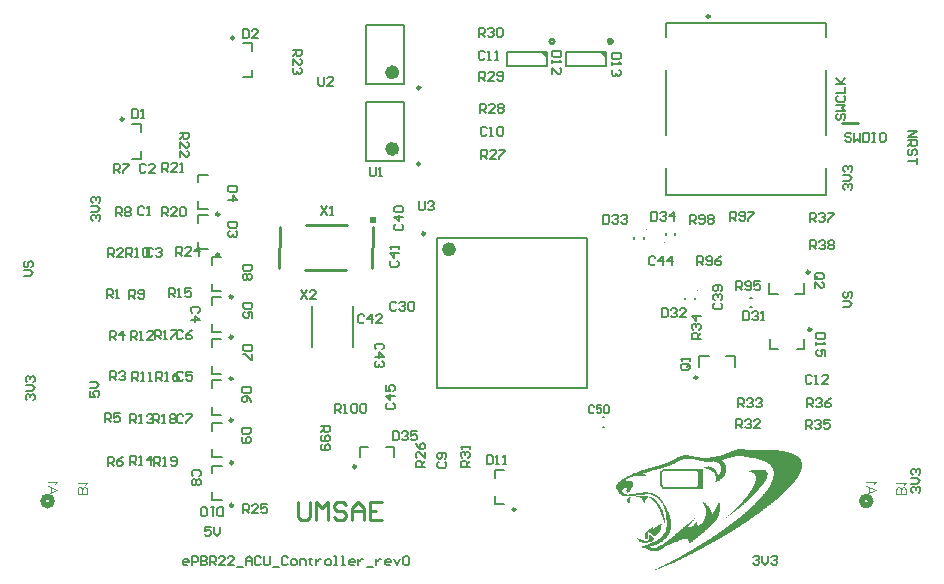
<source format=gto>
G04*
G04 #@! TF.GenerationSoftware,Altium Limited,Altium Designer,21.8.1 (53)*
G04*
G04 Layer_Color=65535*
%FSLAX23Y23*%
%MOIN*%
G70*
G04*
G04 #@! TF.SameCoordinates,8759A3D8-4CB3-4D4E-AE8C-DC6529DB4632*
G04*
G04*
G04 #@! TF.FilePolarity,Positive*
G04*
G01*
G75*
%ADD10C,0.020*%
%ADD11C,0.010*%
%ADD12C,0.024*%
%ADD13C,0.008*%
%ADD14C,0.004*%
%ADD15C,0.008*%
%ADD16C,0.010*%
%ADD17C,0.007*%
%ADD18C,0.003*%
%ADD19C,0.009*%
%ADD20C,0.006*%
%ADD21C,0.007*%
%ADD22R,0.023X0.007*%
%ADD23R,0.018X0.067*%
%ADD24R,0.026X0.007*%
%ADD25R,0.020X0.020*%
G36*
X2298Y4844D02*
X2282Y4864D01*
X2302D01*
X2298Y4844D01*
D02*
G37*
G36*
X2493Y4844D02*
X2477Y4864D01*
X2497D01*
X2493Y4844D01*
D02*
G37*
G36*
X2956Y3540D02*
Y3540D01*
X2961D01*
Y3539D01*
Y3538D01*
X2970D01*
Y3538D01*
Y3537D01*
X3003D01*
Y3538D01*
Y3538D01*
X3049D01*
Y3538D01*
Y3537D01*
X3058D01*
Y3537D01*
Y3536D01*
X3074D01*
Y3536D01*
Y3535D01*
X3082D01*
Y3535D01*
Y3534D01*
X3087D01*
Y3533D01*
Y3533D01*
X3093D01*
Y3532D01*
Y3532D01*
X3098D01*
Y3531D01*
Y3531D01*
X3103D01*
Y3530D01*
Y3530D01*
X3107D01*
Y3529D01*
Y3528D01*
X3110D01*
Y3528D01*
Y3527D01*
X3115D01*
Y3527D01*
Y3526D01*
X3117D01*
Y3526D01*
Y3525D01*
X3120D01*
Y3525D01*
Y3524D01*
X3123D01*
Y3523D01*
Y3523D01*
X3125D01*
Y3522D01*
Y3522D01*
X3127D01*
Y3521D01*
Y3521D01*
X3129D01*
Y3520D01*
Y3520D01*
X3130D01*
Y3519D01*
Y3518D01*
X3133D01*
Y3518D01*
Y3517D01*
X3134D01*
Y3517D01*
Y3516D01*
X3136D01*
Y3516D01*
Y3515D01*
X3137D01*
Y3515D01*
Y3514D01*
X3139D01*
Y3513D01*
Y3513D01*
X3140D01*
Y3512D01*
Y3512D01*
X3142D01*
Y3511D01*
Y3511D01*
X3143D01*
Y3510D01*
Y3510D01*
X3144D01*
Y3509D01*
Y3508D01*
X3145D01*
Y3508D01*
Y3507D01*
Y3507D01*
Y3506D01*
X3146D01*
Y3506D01*
Y3505D01*
X3147D01*
Y3505D01*
Y3504D01*
Y3503D01*
Y3503D01*
X3148D01*
Y3502D01*
Y3502D01*
Y3501D01*
Y3501D01*
X3149D01*
Y3500D01*
Y3500D01*
Y3499D01*
Y3498D01*
X3150D01*
Y3498D01*
Y3497D01*
Y3497D01*
Y3496D01*
Y3496D01*
Y3495D01*
Y3495D01*
Y3494D01*
X3152D01*
Y3493D01*
Y3493D01*
Y3492D01*
Y3492D01*
Y3491D01*
Y3491D01*
Y3490D01*
Y3490D01*
Y3489D01*
Y3488D01*
Y3488D01*
Y3487D01*
Y3487D01*
Y3486D01*
Y3486D01*
Y3485D01*
Y3485D01*
Y3484D01*
Y3483D01*
Y3483D01*
Y3482D01*
Y3482D01*
Y3481D01*
Y3481D01*
Y3480D01*
Y3480D01*
X3150D01*
Y3479D01*
Y3478D01*
Y3478D01*
Y3477D01*
Y3477D01*
Y3476D01*
Y3476D01*
Y3475D01*
Y3475D01*
Y3474D01*
X3149D01*
Y3473D01*
Y3473D01*
Y3472D01*
Y3472D01*
X3148D01*
Y3471D01*
Y3471D01*
Y3470D01*
Y3470D01*
Y3469D01*
Y3469D01*
X3147D01*
Y3468D01*
Y3467D01*
Y3467D01*
Y3466D01*
Y3466D01*
Y3465D01*
X3146D01*
Y3465D01*
Y3464D01*
Y3464D01*
Y3463D01*
X3145D01*
Y3462D01*
Y3462D01*
Y3461D01*
Y3461D01*
X3144D01*
Y3460D01*
Y3460D01*
Y3459D01*
Y3459D01*
X3143D01*
Y3458D01*
Y3457D01*
Y3457D01*
Y3456D01*
X3142D01*
Y3456D01*
Y3455D01*
Y3455D01*
Y3454D01*
X3140D01*
Y3454D01*
Y3453D01*
Y3452D01*
Y3452D01*
X3139D01*
Y3451D01*
Y3451D01*
Y3450D01*
Y3450D01*
X3138D01*
Y3449D01*
Y3449D01*
X3137D01*
Y3448D01*
Y3447D01*
Y3447D01*
Y3446D01*
X3136D01*
Y3446D01*
Y3445D01*
X3135D01*
Y3445D01*
Y3444D01*
Y3444D01*
Y3443D01*
X3134D01*
Y3442D01*
Y3442D01*
X3133D01*
Y3441D01*
Y3441D01*
X3132D01*
Y3440D01*
Y3440D01*
Y3439D01*
Y3439D01*
X3130D01*
Y3438D01*
Y3437D01*
X3129D01*
Y3437D01*
Y3436D01*
Y3436D01*
Y3435D01*
X3128D01*
Y3435D01*
Y3434D01*
X3127D01*
Y3434D01*
Y3433D01*
X3126D01*
Y3432D01*
Y3432D01*
X3125D01*
Y3431D01*
Y3431D01*
Y3430D01*
Y3430D01*
X3124D01*
Y3429D01*
Y3429D01*
X3123D01*
Y3428D01*
Y3427D01*
X3122D01*
Y3427D01*
Y3426D01*
X3120D01*
Y3426D01*
Y3425D01*
X3119D01*
Y3425D01*
Y3424D01*
X3118D01*
Y3424D01*
Y3423D01*
X3117D01*
Y3422D01*
Y3422D01*
Y3421D01*
Y3421D01*
X3116D01*
Y3420D01*
Y3420D01*
X3115D01*
Y3419D01*
Y3419D01*
X3114D01*
Y3418D01*
Y3417D01*
X3113D01*
Y3417D01*
Y3416D01*
X3112D01*
Y3416D01*
Y3415D01*
X3110D01*
Y3415D01*
Y3414D01*
X3109D01*
Y3414D01*
Y3413D01*
X3108D01*
Y3412D01*
Y3412D01*
X3107D01*
Y3411D01*
Y3411D01*
X3106D01*
Y3410D01*
Y3410D01*
X3105D01*
Y3409D01*
Y3409D01*
X3104D01*
Y3408D01*
Y3407D01*
X3103D01*
Y3407D01*
Y3406D01*
X3102D01*
Y3406D01*
Y3405D01*
Y3405D01*
Y3404D01*
X3101D01*
Y3404D01*
Y3403D01*
X3099D01*
Y3402D01*
Y3402D01*
X3098D01*
Y3401D01*
Y3401D01*
X3096D01*
Y3400D01*
Y3400D01*
X3095D01*
Y3399D01*
Y3399D01*
X3094D01*
Y3398D01*
Y3397D01*
X3093D01*
Y3397D01*
Y3396D01*
X3092D01*
Y3396D01*
Y3395D01*
X3091D01*
Y3395D01*
Y3394D01*
X3089D01*
Y3394D01*
Y3393D01*
X3088D01*
Y3393D01*
Y3392D01*
X3087D01*
Y3391D01*
Y3391D01*
X3086D01*
Y3390D01*
Y3390D01*
X3085D01*
Y3389D01*
Y3389D01*
X3084D01*
Y3388D01*
Y3388D01*
X3083D01*
Y3387D01*
Y3386D01*
X3082D01*
Y3386D01*
Y3385D01*
X3081D01*
Y3385D01*
Y3384D01*
X3079D01*
Y3384D01*
Y3383D01*
X3077D01*
Y3383D01*
Y3382D01*
X3076D01*
Y3381D01*
Y3381D01*
X3075D01*
Y3380D01*
Y3380D01*
X3074D01*
Y3379D01*
Y3379D01*
X3073D01*
Y3378D01*
Y3378D01*
X3072D01*
Y3377D01*
Y3376D01*
X3071D01*
Y3376D01*
Y3375D01*
X3069D01*
Y3375D01*
Y3374D01*
X3067D01*
Y3374D01*
Y3373D01*
X3066D01*
Y3373D01*
Y3372D01*
X3065D01*
Y3371D01*
Y3371D01*
X3064D01*
Y3370D01*
Y3370D01*
X3063D01*
Y3369D01*
Y3369D01*
X3061D01*
Y3368D01*
Y3368D01*
X3059D01*
Y3367D01*
Y3366D01*
X3058D01*
Y3366D01*
Y3365D01*
X3056D01*
Y3365D01*
Y3364D01*
X3055D01*
Y3364D01*
Y3363D01*
X3054D01*
Y3363D01*
Y3362D01*
X3053D01*
Y3361D01*
Y3361D01*
X3052D01*
Y3360D01*
Y3360D01*
X3049D01*
Y3359D01*
Y3359D01*
X3048D01*
Y3358D01*
Y3358D01*
X3047D01*
Y3357D01*
Y3356D01*
X3046D01*
Y3356D01*
Y3355D01*
X3044D01*
Y3355D01*
Y3354D01*
X3043D01*
Y3354D01*
Y3353D01*
X3042D01*
Y3353D01*
Y3352D01*
X3041D01*
Y3351D01*
Y3351D01*
X3038D01*
Y3350D01*
Y3350D01*
X3037D01*
Y3349D01*
Y3349D01*
X3035D01*
Y3348D01*
Y3348D01*
X3034D01*
Y3347D01*
Y3346D01*
X3033D01*
Y3346D01*
Y3345D01*
X3032D01*
Y3345D01*
Y3344D01*
X3030D01*
Y3344D01*
Y3343D01*
X3028D01*
Y3343D01*
Y3342D01*
X3027D01*
Y3341D01*
Y3341D01*
X3026D01*
Y3340D01*
Y3340D01*
X3024D01*
Y3339D01*
Y3339D01*
X3022D01*
Y3338D01*
Y3338D01*
X3021D01*
Y3337D01*
Y3336D01*
X3020D01*
Y3336D01*
Y3335D01*
X3018D01*
Y3335D01*
Y3334D01*
X3016D01*
Y3334D01*
Y3333D01*
X3015D01*
Y3333D01*
Y3332D01*
X3014D01*
Y3331D01*
Y3331D01*
X3012D01*
Y3330D01*
Y3330D01*
X3011D01*
Y3329D01*
Y3329D01*
X3010D01*
Y3328D01*
Y3328D01*
X3007D01*
Y3327D01*
Y3326D01*
X3006D01*
Y3326D01*
Y3325D01*
X3004D01*
Y3325D01*
Y3324D01*
X3003D01*
Y3324D01*
Y3323D01*
X3002D01*
Y3323D01*
Y3322D01*
X3000D01*
Y3321D01*
Y3321D01*
X2998D01*
Y3320D01*
Y3320D01*
X2996D01*
Y3319D01*
Y3319D01*
X2995D01*
Y3318D01*
Y3318D01*
X2993D01*
Y3317D01*
Y3317D01*
X2992D01*
Y3316D01*
Y3315D01*
X2991D01*
Y3315D01*
Y3314D01*
X2988D01*
Y3314D01*
Y3313D01*
X2987D01*
Y3313D01*
Y3312D01*
X2985D01*
Y3312D01*
Y3311D01*
X2984D01*
Y3310D01*
Y3310D01*
X2983D01*
Y3309D01*
Y3309D01*
X2981D01*
Y3308D01*
Y3308D01*
X2980D01*
Y3307D01*
Y3307D01*
X2977D01*
Y3306D01*
Y3305D01*
X2976D01*
Y3305D01*
Y3304D01*
X2974D01*
Y3304D01*
Y3303D01*
X2973D01*
Y3303D01*
Y3302D01*
X2971D01*
Y3302D01*
Y3301D01*
X2970D01*
Y3300D01*
Y3300D01*
X2967D01*
Y3299D01*
Y3299D01*
X2966D01*
Y3298D01*
Y3298D01*
X2964D01*
Y3297D01*
Y3297D01*
X2963D01*
Y3296D01*
Y3295D01*
X2961D01*
Y3295D01*
Y3294D01*
X2960D01*
Y3294D01*
Y3293D01*
X2957D01*
Y3293D01*
Y3292D01*
X2956D01*
Y3292D01*
Y3291D01*
X2954D01*
Y3290D01*
Y3290D01*
X2953D01*
Y3289D01*
Y3289D01*
X2951D01*
Y3288D01*
Y3288D01*
X2950D01*
Y3287D01*
Y3287D01*
X2947D01*
Y3286D01*
Y3285D01*
X2946D01*
Y3285D01*
Y3284D01*
X2944D01*
Y3284D01*
Y3283D01*
X2943D01*
Y3283D01*
Y3282D01*
X2941D01*
Y3282D01*
Y3281D01*
X2939D01*
Y3280D01*
Y3280D01*
X2937D01*
Y3279D01*
Y3279D01*
X2936D01*
Y3278D01*
Y3278D01*
X2934D01*
Y3277D01*
Y3277D01*
X2932D01*
Y3276D01*
Y3275D01*
X2931D01*
Y3275D01*
Y3274D01*
X2929D01*
Y3274D01*
Y3273D01*
X2926D01*
Y3273D01*
Y3272D01*
X2925D01*
Y3272D01*
Y3271D01*
X2923D01*
Y3270D01*
Y3270D01*
X2922D01*
Y3269D01*
Y3269D01*
X2920D01*
Y3268D01*
Y3268D01*
X2919D01*
Y3267D01*
Y3267D01*
X2916D01*
Y3266D01*
Y3265D01*
X2914D01*
Y3265D01*
Y3264D01*
X2913D01*
Y3264D01*
Y3263D01*
X2911D01*
Y3263D01*
Y3262D01*
X2909D01*
Y3262D01*
Y3261D01*
X2907D01*
Y3260D01*
Y3260D01*
X2905D01*
Y3259D01*
Y3259D01*
X2904D01*
Y3258D01*
Y3258D01*
X2902D01*
Y3257D01*
Y3257D01*
X2900D01*
Y3256D01*
Y3255D01*
X2899D01*
Y3255D01*
Y3254D01*
X2896D01*
Y3254D01*
Y3253D01*
X2894D01*
Y3253D01*
Y3252D01*
X2892D01*
Y3252D01*
Y3251D01*
X2891D01*
Y3250D01*
Y3250D01*
X2889D01*
Y3249D01*
Y3249D01*
X2887D01*
Y3248D01*
Y3248D01*
X2885D01*
Y3247D01*
Y3247D01*
X2883D01*
Y3246D01*
Y3245D01*
X2881D01*
Y3245D01*
Y3244D01*
X2880D01*
Y3244D01*
Y3243D01*
X2878D01*
Y3243D01*
Y3242D01*
X2875D01*
Y3242D01*
Y3241D01*
X2874D01*
Y3241D01*
Y3240D01*
X2872D01*
Y3239D01*
Y3239D01*
X2870D01*
Y3238D01*
Y3238D01*
X2868D01*
Y3237D01*
Y3237D01*
X2866D01*
Y3236D01*
Y3236D01*
X2864D01*
Y3235D01*
Y3234D01*
X2862D01*
Y3234D01*
Y3233D01*
X2861D01*
Y3233D01*
Y3232D01*
X2859D01*
Y3232D01*
Y3231D01*
X2855D01*
Y3231D01*
Y3230D01*
X2854D01*
Y3229D01*
Y3229D01*
X2852D01*
Y3228D01*
Y3228D01*
X2851D01*
Y3227D01*
Y3227D01*
X2849D01*
Y3226D01*
Y3226D01*
X2846D01*
Y3225D01*
Y3224D01*
X2844D01*
Y3224D01*
Y3223D01*
X2842D01*
Y3223D01*
Y3222D01*
X2841D01*
Y3222D01*
Y3221D01*
X2839D01*
Y3221D01*
Y3220D01*
X2836D01*
Y3219D01*
Y3219D01*
X2834D01*
Y3218D01*
Y3218D01*
X2832D01*
Y3217D01*
Y3217D01*
X2830D01*
Y3216D01*
Y3216D01*
X2828D01*
Y3215D01*
Y3214D01*
X2826D01*
Y3214D01*
Y3213D01*
X2824D01*
Y3213D01*
Y3212D01*
X2822D01*
Y3212D01*
Y3211D01*
X2820D01*
Y3211D01*
Y3210D01*
X2819D01*
Y3209D01*
Y3209D01*
X2816D01*
Y3208D01*
Y3208D01*
X2814D01*
Y3207D01*
Y3207D01*
X2812D01*
Y3206D01*
Y3206D01*
X2810D01*
Y3205D01*
Y3204D01*
X2808D01*
Y3204D01*
Y3203D01*
X2805D01*
Y3203D01*
Y3202D01*
X2803D01*
Y3202D01*
Y3201D01*
X2802D01*
Y3201D01*
Y3200D01*
X2800D01*
Y3199D01*
Y3199D01*
X2798D01*
Y3198D01*
Y3198D01*
X2795D01*
Y3197D01*
Y3197D01*
X2793D01*
Y3196D01*
Y3196D01*
X2791D01*
Y3195D01*
Y3194D01*
X2789D01*
Y3194D01*
Y3193D01*
X2787D01*
Y3193D01*
Y3192D01*
X2784D01*
Y3192D01*
Y3191D01*
X2782D01*
Y3191D01*
Y3190D01*
X2780D01*
Y3189D01*
Y3189D01*
X2778D01*
Y3188D01*
Y3188D01*
X2775D01*
Y3187D01*
Y3187D01*
X2773D01*
Y3186D01*
Y3186D01*
X2771D01*
Y3185D01*
Y3184D01*
X2769D01*
Y3184D01*
Y3183D01*
X2767D01*
Y3183D01*
Y3182D01*
X2764D01*
Y3182D01*
Y3181D01*
X2762D01*
Y3181D01*
Y3180D01*
X2760D01*
Y3179D01*
Y3179D01*
X2758D01*
Y3178D01*
Y3178D01*
X2755D01*
Y3177D01*
Y3177D01*
X2753D01*
Y3176D01*
Y3176D01*
X2751D01*
Y3175D01*
Y3174D01*
X2749D01*
Y3174D01*
Y3173D01*
X2747D01*
Y3173D01*
Y3172D01*
X2744D01*
Y3172D01*
Y3171D01*
X2742D01*
Y3171D01*
Y3170D01*
X2740D01*
Y3169D01*
Y3169D01*
X2738D01*
Y3168D01*
Y3168D01*
X2735D01*
Y3167D01*
Y3167D01*
X2733D01*
Y3166D01*
Y3166D01*
X2730D01*
Y3165D01*
Y3165D01*
X2728D01*
Y3164D01*
Y3163D01*
X2726D01*
Y3163D01*
Y3162D01*
X2723D01*
Y3162D01*
Y3161D01*
X2721D01*
Y3161D01*
Y3160D01*
X2718D01*
Y3160D01*
Y3159D01*
X2716D01*
Y3158D01*
Y3158D01*
X2712D01*
Y3157D01*
Y3157D01*
X2710D01*
Y3156D01*
Y3156D01*
X2708D01*
Y3155D01*
Y3155D01*
X2706D01*
Y3154D01*
Y3153D01*
X2702D01*
Y3153D01*
Y3152D01*
X2700D01*
Y3152D01*
Y3151D01*
X2698D01*
Y3151D01*
Y3150D01*
X2694D01*
Y3150D01*
Y3149D01*
X2691D01*
Y3148D01*
Y3148D01*
X2689D01*
Y3147D01*
Y3147D01*
X2687D01*
Y3146D01*
Y3146D01*
X2683D01*
Y3145D01*
Y3145D01*
X2680D01*
Y3144D01*
Y3143D01*
X2678D01*
Y3143D01*
Y3142D01*
X2676D01*
Y3142D01*
Y3141D01*
X2671D01*
Y3141D01*
Y3140D01*
X2668D01*
Y3140D01*
Y3139D01*
X2666D01*
Y3138D01*
Y3138D01*
X2662D01*
Y3137D01*
Y3137D01*
X2659D01*
Y3137D01*
Y3138D01*
X2661D01*
Y3138D01*
Y3139D01*
X2663D01*
Y3140D01*
Y3140D01*
X2666D01*
Y3141D01*
Y3141D01*
X2668D01*
Y3142D01*
Y3142D01*
X2670D01*
Y3143D01*
Y3143D01*
X2672D01*
Y3144D01*
Y3145D01*
X2674D01*
Y3145D01*
Y3146D01*
X2677D01*
Y3146D01*
Y3147D01*
X2679D01*
Y3147D01*
Y3148D01*
X2681D01*
Y3148D01*
Y3149D01*
X2683D01*
Y3150D01*
Y3150D01*
X2686D01*
Y3151D01*
Y3151D01*
X2688D01*
Y3152D01*
Y3152D01*
X2690D01*
Y3153D01*
Y3153D01*
X2692D01*
Y3154D01*
Y3155D01*
X2694D01*
Y3155D01*
Y3156D01*
X2697D01*
Y3156D01*
Y3157D01*
X2699D01*
Y3157D01*
Y3158D01*
X2701D01*
Y3158D01*
Y3159D01*
X2703D01*
Y3160D01*
Y3160D01*
X2706D01*
Y3161D01*
Y3161D01*
X2708D01*
Y3162D01*
Y3162D01*
X2710D01*
Y3163D01*
Y3163D01*
X2712D01*
Y3164D01*
Y3165D01*
X2714D01*
Y3165D01*
Y3166D01*
X2717D01*
Y3166D01*
Y3167D01*
X2719D01*
Y3167D01*
Y3168D01*
X2721D01*
Y3168D01*
Y3169D01*
X2723D01*
Y3169D01*
Y3170D01*
X2726D01*
Y3171D01*
Y3171D01*
X2727D01*
Y3172D01*
Y3172D01*
X2729D01*
Y3173D01*
Y3173D01*
X2731D01*
Y3174D01*
Y3174D01*
X2733D01*
Y3175D01*
Y3176D01*
X2735D01*
Y3176D01*
Y3177D01*
X2738D01*
Y3177D01*
Y3178D01*
X2740D01*
Y3178D01*
Y3179D01*
X2742D01*
Y3179D01*
Y3180D01*
X2743D01*
Y3181D01*
Y3181D01*
X2745D01*
Y3182D01*
Y3182D01*
X2748D01*
Y3183D01*
Y3183D01*
X2749D01*
Y3184D01*
Y3184D01*
X2751D01*
Y3185D01*
Y3186D01*
X2753D01*
Y3186D01*
Y3187D01*
X2755D01*
Y3187D01*
Y3188D01*
X2758D01*
Y3188D01*
Y3189D01*
X2759D01*
Y3189D01*
Y3190D01*
X2761D01*
Y3191D01*
Y3191D01*
X2763D01*
Y3192D01*
Y3192D01*
X2765D01*
Y3193D01*
Y3193D01*
X2768D01*
Y3194D01*
Y3194D01*
X2769D01*
Y3195D01*
Y3196D01*
X2771D01*
Y3196D01*
Y3197D01*
X2773D01*
Y3197D01*
Y3198D01*
X2774D01*
Y3198D01*
Y3199D01*
X2777D01*
Y3199D01*
Y3200D01*
X2779D01*
Y3201D01*
Y3201D01*
X2781D01*
Y3202D01*
Y3202D01*
X2782D01*
Y3203D01*
Y3203D01*
X2784D01*
Y3204D01*
Y3204D01*
X2787D01*
Y3205D01*
Y3206D01*
X2788D01*
Y3206D01*
Y3207D01*
X2790D01*
Y3207D01*
Y3208D01*
X2792D01*
Y3208D01*
Y3209D01*
X2793D01*
Y3209D01*
Y3210D01*
X2795D01*
Y3211D01*
Y3211D01*
X2797D01*
Y3212D01*
Y3212D01*
X2799D01*
Y3213D01*
Y3213D01*
X2801D01*
Y3214D01*
Y3214D01*
X2802D01*
Y3215D01*
Y3216D01*
X2804D01*
Y3216D01*
Y3217D01*
X2806D01*
Y3217D01*
Y3218D01*
X2809D01*
Y3218D01*
Y3219D01*
X2810D01*
Y3219D01*
Y3220D01*
X2812D01*
Y3221D01*
Y3221D01*
X2813D01*
Y3222D01*
Y3222D01*
X2815D01*
Y3223D01*
Y3223D01*
X2816D01*
Y3224D01*
Y3224D01*
X2819D01*
Y3225D01*
Y3226D01*
X2821D01*
Y3226D01*
Y3227D01*
X2822D01*
Y3227D01*
Y3228D01*
X2824D01*
Y3228D01*
Y3229D01*
X2825D01*
Y3229D01*
Y3230D01*
X2828D01*
Y3231D01*
Y3231D01*
X2830D01*
Y3232D01*
Y3232D01*
X2831D01*
Y3233D01*
Y3233D01*
X2833D01*
Y3234D01*
Y3234D01*
X2834D01*
Y3235D01*
Y3236D01*
X2836D01*
Y3236D01*
Y3237D01*
X2838D01*
Y3237D01*
Y3238D01*
X2840D01*
Y3238D01*
Y3239D01*
X2841D01*
Y3239D01*
Y3240D01*
X2843D01*
Y3241D01*
Y3241D01*
X2844D01*
Y3242D01*
Y3242D01*
X2846D01*
Y3243D01*
Y3243D01*
X2848D01*
Y3244D01*
Y3244D01*
X2850D01*
Y3245D01*
Y3245D01*
X2851D01*
Y3246D01*
Y3247D01*
X2853D01*
Y3247D01*
Y3248D01*
X2854D01*
Y3248D01*
Y3249D01*
X2856D01*
Y3249D01*
Y3250D01*
X2858D01*
Y3250D01*
Y3251D01*
X2860D01*
Y3252D01*
Y3252D01*
X2861D01*
Y3253D01*
Y3253D01*
X2862D01*
Y3254D01*
Y3254D01*
X2864D01*
Y3255D01*
Y3255D01*
X2866D01*
Y3256D01*
Y3257D01*
X2868D01*
Y3257D01*
Y3258D01*
X2870D01*
Y3258D01*
Y3259D01*
X2871D01*
Y3259D01*
Y3260D01*
X2872D01*
Y3260D01*
Y3261D01*
X2874D01*
Y3262D01*
Y3262D01*
X2875D01*
Y3263D01*
Y3263D01*
X2878D01*
Y3264D01*
Y3264D01*
X2879D01*
Y3265D01*
Y3265D01*
X2881D01*
Y3266D01*
Y3267D01*
X2882D01*
Y3267D01*
Y3268D01*
X2883D01*
Y3268D01*
Y3269D01*
X2885D01*
Y3269D01*
Y3270D01*
X2886D01*
Y3270D01*
Y3271D01*
X2887D01*
Y3272D01*
Y3272D01*
X2890D01*
Y3273D01*
Y3273D01*
X2892D01*
Y3274D01*
Y3274D01*
X2893D01*
Y3275D01*
Y3275D01*
X2894D01*
Y3276D01*
Y3277D01*
X2895D01*
Y3277D01*
Y3278D01*
X2897D01*
Y3278D01*
Y3279D01*
X2899D01*
Y3279D01*
Y3280D01*
X2900D01*
Y3280D01*
Y3281D01*
X2902D01*
Y3282D01*
Y3282D01*
X2903D01*
Y3283D01*
Y3283D01*
X2905D01*
Y3284D01*
Y3284D01*
X2906D01*
Y3285D01*
Y3285D01*
X2907D01*
Y3286D01*
Y3287D01*
X2910D01*
Y3287D01*
Y3288D01*
X2911D01*
Y3288D01*
Y3289D01*
X2912D01*
Y3289D01*
Y3290D01*
X2914D01*
Y3290D01*
Y3291D01*
X2915D01*
Y3292D01*
Y3292D01*
X2916D01*
Y3293D01*
Y3293D01*
X2919D01*
Y3294D01*
Y3294D01*
X2920D01*
Y3295D01*
Y3295D01*
X2921D01*
Y3296D01*
Y3297D01*
X2923D01*
Y3297D01*
Y3298D01*
X2924D01*
Y3298D01*
Y3299D01*
X2925D01*
Y3299D01*
Y3300D01*
X2927D01*
Y3300D01*
Y3301D01*
X2929D01*
Y3302D01*
Y3302D01*
X2930D01*
Y3303D01*
Y3303D01*
X2931D01*
Y3304D01*
Y3304D01*
X2933D01*
Y3305D01*
Y3305D01*
X2934D01*
Y3306D01*
Y3307D01*
X2935D01*
Y3307D01*
Y3308D01*
X2937D01*
Y3308D01*
Y3309D01*
X2939D01*
Y3309D01*
Y3310D01*
X2940D01*
Y3310D01*
Y3311D01*
X2942D01*
Y3312D01*
Y3312D01*
X2943D01*
Y3313D01*
Y3313D01*
X2944D01*
Y3314D01*
Y3314D01*
X2945D01*
Y3315D01*
Y3315D01*
X2946D01*
Y3316D01*
Y3317D01*
X2949D01*
Y3317D01*
Y3318D01*
X2950D01*
Y3318D01*
Y3319D01*
X2951D01*
Y3319D01*
Y3320D01*
X2952D01*
Y3320D01*
Y3321D01*
X2953D01*
Y3321D01*
Y3322D01*
X2955D01*
Y3323D01*
Y3323D01*
X2956D01*
Y3324D01*
Y3324D01*
X2958D01*
Y3325D01*
Y3325D01*
X2960D01*
Y3326D01*
Y3326D01*
X2961D01*
Y3327D01*
Y3328D01*
X2962D01*
Y3328D01*
Y3329D01*
X2963D01*
Y3329D01*
Y3330D01*
X2964D01*
Y3330D01*
Y3331D01*
X2965D01*
Y3331D01*
Y3332D01*
X2967D01*
Y3333D01*
Y3333D01*
X2968D01*
Y3334D01*
Y3334D01*
X2970D01*
Y3335D01*
Y3335D01*
X2971D01*
Y3336D01*
Y3336D01*
X2972D01*
Y3337D01*
Y3338D01*
X2973D01*
Y3338D01*
Y3339D01*
X2974D01*
Y3339D01*
Y3340D01*
X2975D01*
Y3340D01*
Y3341D01*
X2976D01*
Y3341D01*
Y3342D01*
X2978D01*
Y3343D01*
Y3343D01*
X2980D01*
Y3344D01*
Y3344D01*
X2981D01*
Y3345D01*
Y3345D01*
X2982D01*
Y3346D01*
Y3346D01*
X2983D01*
Y3347D01*
Y3348D01*
X2984D01*
Y3348D01*
Y3349D01*
X2985D01*
Y3349D01*
Y3350D01*
X2986D01*
Y3350D01*
Y3351D01*
X2988D01*
Y3351D01*
Y3352D01*
Y3353D01*
Y3353D01*
X2990D01*
Y3354D01*
Y3354D01*
X2991D01*
Y3355D01*
Y3355D01*
X2993D01*
Y3356D01*
Y3356D01*
Y3357D01*
Y3358D01*
X2994D01*
Y3358D01*
Y3359D01*
X2995D01*
Y3359D01*
Y3360D01*
X2996D01*
Y3360D01*
Y3361D01*
X2997D01*
Y3361D01*
Y3362D01*
X2998D01*
Y3363D01*
Y3363D01*
X3001D01*
Y3364D01*
Y3364D01*
Y3365D01*
Y3365D01*
X3002D01*
Y3366D01*
Y3366D01*
X3004D01*
Y3367D01*
Y3368D01*
Y3368D01*
Y3369D01*
X3005D01*
Y3369D01*
Y3370D01*
X3006D01*
Y3370D01*
Y3371D01*
X3007D01*
Y3371D01*
Y3372D01*
X3008D01*
Y3373D01*
Y3373D01*
X3010D01*
Y3374D01*
Y3374D01*
X3011D01*
Y3375D01*
Y3375D01*
X3012D01*
Y3376D01*
Y3376D01*
X3013D01*
Y3377D01*
Y3378D01*
Y3378D01*
Y3379D01*
X3014D01*
Y3379D01*
Y3380D01*
X3015D01*
Y3380D01*
Y3381D01*
X3016D01*
Y3381D01*
Y3382D01*
X3017D01*
Y3383D01*
Y3383D01*
X3018D01*
Y3384D01*
Y3384D01*
X3020D01*
Y3385D01*
Y3385D01*
X3021D01*
Y3386D01*
Y3386D01*
X3022D01*
Y3387D01*
Y3388D01*
Y3388D01*
Y3389D01*
X3023D01*
Y3389D01*
Y3390D01*
X3024D01*
Y3390D01*
Y3391D01*
X3025D01*
Y3391D01*
Y3392D01*
X3026D01*
Y3393D01*
Y3393D01*
X3027D01*
Y3394D01*
Y3394D01*
Y3395D01*
Y3395D01*
X3028D01*
Y3396D01*
Y3396D01*
X3030D01*
Y3397D01*
Y3397D01*
Y3398D01*
Y3399D01*
X3031D01*
Y3399D01*
Y3400D01*
X3032D01*
Y3400D01*
Y3401D01*
X3033D01*
Y3401D01*
Y3402D01*
X3034D01*
Y3402D01*
Y3403D01*
Y3404D01*
Y3404D01*
X3035D01*
Y3405D01*
Y3405D01*
X3036D01*
Y3406D01*
Y3406D01*
Y3407D01*
Y3407D01*
X3037D01*
Y3408D01*
Y3409D01*
X3038D01*
Y3409D01*
Y3410D01*
X3039D01*
Y3410D01*
Y3411D01*
Y3411D01*
Y3412D01*
X3041D01*
Y3412D01*
Y3413D01*
Y3414D01*
Y3414D01*
X3042D01*
Y3415D01*
Y3415D01*
X3043D01*
Y3416D01*
Y3416D01*
Y3417D01*
Y3417D01*
X3044D01*
Y3418D01*
Y3419D01*
Y3419D01*
Y3420D01*
X3045D01*
Y3420D01*
Y3421D01*
Y3421D01*
Y3422D01*
X3046D01*
Y3422D01*
Y3423D01*
Y3424D01*
Y3424D01*
X3047D01*
Y3425D01*
Y3425D01*
Y3426D01*
Y3426D01*
X3048D01*
Y3427D01*
Y3427D01*
Y3428D01*
Y3429D01*
X3049D01*
Y3429D01*
Y3430D01*
Y3430D01*
Y3431D01*
X3051D01*
Y3431D01*
Y3432D01*
Y3432D01*
Y3433D01*
X3052D01*
Y3434D01*
Y3434D01*
Y3435D01*
Y3435D01*
Y3436D01*
Y3436D01*
X3053D01*
Y3437D01*
Y3437D01*
Y3438D01*
Y3439D01*
X3054D01*
Y3439D01*
Y3440D01*
Y3440D01*
Y3441D01*
Y3441D01*
Y3442D01*
Y3442D01*
Y3443D01*
X3055D01*
Y3444D01*
Y3444D01*
Y3445D01*
Y3445D01*
Y3446D01*
Y3446D01*
Y3447D01*
Y3447D01*
Y3448D01*
Y3449D01*
X3056D01*
Y3449D01*
Y3450D01*
Y3450D01*
Y3451D01*
Y3451D01*
Y3452D01*
Y3452D01*
Y3453D01*
Y3454D01*
Y3454D01*
Y3455D01*
Y3455D01*
Y3456D01*
Y3456D01*
Y3457D01*
Y3457D01*
Y3458D01*
Y3459D01*
Y3459D01*
Y3460D01*
Y3460D01*
Y3461D01*
Y3461D01*
Y3462D01*
Y3462D01*
Y3463D01*
Y3464D01*
Y3464D01*
Y3465D01*
Y3465D01*
Y3466D01*
Y3466D01*
X3055D01*
Y3467D01*
Y3467D01*
Y3468D01*
Y3469D01*
Y3469D01*
Y3470D01*
Y3470D01*
Y3471D01*
Y3471D01*
Y3472D01*
X3054D01*
Y3472D01*
Y3473D01*
Y3473D01*
Y3474D01*
X3053D01*
Y3475D01*
Y3475D01*
Y3476D01*
Y3476D01*
X3052D01*
Y3477D01*
Y3477D01*
Y3478D01*
Y3478D01*
X3051D01*
Y3479D01*
Y3480D01*
Y3480D01*
Y3481D01*
X3049D01*
Y3481D01*
Y3482D01*
X3048D01*
Y3482D01*
Y3483D01*
Y3483D01*
Y3484D01*
X3047D01*
Y3485D01*
Y3485D01*
X3046D01*
Y3486D01*
Y3486D01*
X3045D01*
Y3487D01*
Y3487D01*
X3044D01*
Y3488D01*
Y3488D01*
X3043D01*
Y3489D01*
Y3490D01*
X3041D01*
Y3490D01*
Y3491D01*
X3039D01*
Y3491D01*
Y3492D01*
X3038D01*
Y3492D01*
Y3493D01*
X3037D01*
Y3493D01*
Y3494D01*
X3035D01*
Y3495D01*
Y3495D01*
X3033D01*
Y3496D01*
Y3496D01*
X3031D01*
Y3497D01*
Y3497D01*
X3030D01*
Y3498D01*
Y3498D01*
X3026D01*
Y3499D01*
Y3500D01*
X3024D01*
Y3500D01*
Y3501D01*
X3022D01*
Y3501D01*
Y3502D01*
X3018D01*
Y3502D01*
Y3503D01*
X3016D01*
Y3503D01*
Y3504D01*
X3013D01*
Y3505D01*
Y3505D01*
X3008D01*
Y3506D01*
Y3506D01*
X3004D01*
Y3507D01*
Y3507D01*
X3001D01*
Y3508D01*
Y3508D01*
X2996D01*
Y3509D01*
Y3510D01*
X2988D01*
Y3510D01*
Y3511D01*
X2984D01*
Y3511D01*
Y3512D01*
X2974D01*
Y3512D01*
Y3513D01*
X2967D01*
Y3513D01*
Y3514D01*
X2961D01*
Y3515D01*
Y3515D01*
X2957D01*
Y3516D01*
Y3516D01*
X2927D01*
Y3516D01*
Y3515D01*
X2923D01*
Y3515D01*
Y3514D01*
X2917D01*
Y3513D01*
Y3513D01*
X2913D01*
Y3512D01*
Y3512D01*
X2909D01*
Y3511D01*
Y3511D01*
X2905D01*
Y3510D01*
Y3510D01*
X2901D01*
Y3509D01*
Y3508D01*
X2896D01*
Y3508D01*
Y3507D01*
X2894D01*
Y3507D01*
Y3506D01*
X2890D01*
Y3506D01*
Y3505D01*
X2885D01*
Y3505D01*
Y3504D01*
X2883D01*
Y3503D01*
Y3503D01*
Y3502D01*
Y3502D01*
X2885D01*
Y3501D01*
Y3501D01*
X2886D01*
Y3500D01*
Y3500D01*
X2887D01*
Y3499D01*
Y3498D01*
X2889D01*
Y3498D01*
Y3497D01*
X2890D01*
Y3497D01*
Y3496D01*
X2891D01*
Y3496D01*
Y3495D01*
X2892D01*
Y3495D01*
Y3494D01*
Y3493D01*
Y3493D01*
X2893D01*
Y3492D01*
Y3492D01*
X2894D01*
Y3491D01*
Y3491D01*
Y3490D01*
Y3490D01*
X2895D01*
Y3489D01*
Y3488D01*
X2896D01*
Y3488D01*
Y3487D01*
Y3487D01*
Y3486D01*
X2897D01*
Y3486D01*
Y3485D01*
Y3485D01*
Y3484D01*
Y3483D01*
Y3483D01*
Y3482D01*
Y3482D01*
X2899D01*
Y3481D01*
Y3481D01*
Y3480D01*
Y3480D01*
Y3479D01*
Y3478D01*
Y3478D01*
Y3477D01*
Y3477D01*
Y3476D01*
Y3476D01*
Y3475D01*
Y3475D01*
Y3474D01*
Y3473D01*
Y3473D01*
Y3472D01*
Y3472D01*
Y3471D01*
Y3471D01*
Y3470D01*
Y3470D01*
Y3469D01*
Y3469D01*
Y3468D01*
Y3467D01*
Y3467D01*
Y3466D01*
X2897D01*
Y3466D01*
Y3465D01*
Y3465D01*
Y3464D01*
Y3464D01*
Y3463D01*
Y3462D01*
Y3462D01*
X2896D01*
Y3461D01*
Y3461D01*
Y3460D01*
Y3460D01*
Y3459D01*
Y3459D01*
X2895D01*
Y3458D01*
Y3457D01*
Y3457D01*
Y3456D01*
X2894D01*
Y3456D01*
Y3455D01*
Y3455D01*
Y3454D01*
X2893D01*
Y3454D01*
Y3453D01*
Y3452D01*
Y3452D01*
X2892D01*
Y3451D01*
Y3451D01*
X2891D01*
Y3450D01*
Y3450D01*
Y3449D01*
Y3449D01*
X2890D01*
Y3448D01*
Y3447D01*
X2889D01*
Y3447D01*
Y3446D01*
Y3446D01*
Y3445D01*
X2887D01*
Y3445D01*
Y3444D01*
X2886D01*
Y3444D01*
Y3443D01*
X2885D01*
Y3442D01*
Y3442D01*
X2884D01*
Y3441D01*
Y3441D01*
X2882D01*
Y3440D01*
Y3440D01*
X2881D01*
Y3439D01*
Y3439D01*
X2879D01*
Y3438D01*
Y3437D01*
X2878D01*
Y3437D01*
Y3436D01*
X2876D01*
Y3436D01*
Y3435D01*
X2874D01*
Y3435D01*
Y3434D01*
X2872D01*
Y3434D01*
Y3433D01*
X2869D01*
Y3432D01*
Y3432D01*
X2865D01*
Y3431D01*
Y3431D01*
X2862D01*
Y3431D01*
Y3432D01*
Y3432D01*
Y3433D01*
Y3434D01*
Y3434D01*
Y3435D01*
Y3435D01*
X2863D01*
Y3436D01*
Y3436D01*
Y3437D01*
Y3437D01*
Y3438D01*
Y3439D01*
Y3439D01*
Y3440D01*
Y3440D01*
Y3441D01*
Y3441D01*
Y3442D01*
Y3442D01*
Y3443D01*
Y3444D01*
Y3444D01*
Y3445D01*
Y3445D01*
Y3446D01*
Y3446D01*
Y3447D01*
Y3447D01*
Y3448D01*
Y3449D01*
Y3449D01*
Y3450D01*
Y3450D01*
Y3451D01*
X2862D01*
Y3451D01*
Y3452D01*
Y3452D01*
Y3453D01*
Y3454D01*
Y3454D01*
X2861D01*
Y3455D01*
Y3455D01*
Y3456D01*
Y3456D01*
X2860D01*
Y3457D01*
Y3457D01*
Y3458D01*
Y3459D01*
X2859D01*
Y3459D01*
Y3460D01*
Y3460D01*
Y3461D01*
X2858D01*
Y3461D01*
Y3462D01*
X2856D01*
Y3462D01*
Y3463D01*
X2855D01*
Y3464D01*
Y3464D01*
X2854D01*
Y3465D01*
Y3465D01*
X2852D01*
Y3466D01*
Y3466D01*
X2850D01*
Y3467D01*
Y3467D01*
X2849D01*
Y3468D01*
Y3469D01*
X2846D01*
Y3469D01*
Y3470D01*
X2844D01*
Y3470D01*
Y3471D01*
X2842D01*
Y3471D01*
Y3472D01*
X2840D01*
Y3472D01*
Y3473D01*
X2838D01*
Y3473D01*
Y3474D01*
X2834D01*
Y3475D01*
Y3475D01*
X2832D01*
Y3476D01*
Y3476D01*
X2830D01*
Y3477D01*
Y3477D01*
X2826D01*
Y3478D01*
Y3478D01*
X2825D01*
Y3479D01*
Y3480D01*
X2828D01*
Y3480D01*
Y3481D01*
X2830D01*
Y3481D01*
Y3482D01*
X2836D01*
Y3482D01*
Y3483D01*
X2840D01*
Y3482D01*
Y3482D01*
X2846D01*
Y3481D01*
Y3481D01*
X2850D01*
Y3480D01*
Y3480D01*
X2851D01*
Y3479D01*
Y3478D01*
X2853D01*
Y3478D01*
Y3477D01*
X2855D01*
Y3477D01*
Y3476D01*
X2856D01*
Y3476D01*
Y3475D01*
X2858D01*
Y3475D01*
Y3474D01*
X2859D01*
Y3473D01*
Y3473D01*
X2860D01*
Y3472D01*
Y3472D01*
X2861D01*
Y3471D01*
Y3471D01*
X2862D01*
Y3470D01*
Y3470D01*
X2863D01*
Y3469D01*
Y3469D01*
Y3468D01*
Y3467D01*
X2864D01*
Y3467D01*
Y3466D01*
X2865D01*
Y3466D01*
Y3465D01*
Y3465D01*
Y3464D01*
X2866D01*
Y3464D01*
Y3463D01*
Y3462D01*
Y3462D01*
X2868D01*
Y3461D01*
Y3461D01*
Y3460D01*
Y3460D01*
X2869D01*
Y3459D01*
Y3459D01*
Y3458D01*
Y3457D01*
X2870D01*
Y3457D01*
Y3456D01*
Y3456D01*
Y3455D01*
X2871D01*
Y3455D01*
Y3454D01*
X2873D01*
Y3455D01*
Y3455D01*
X2874D01*
Y3456D01*
Y3456D01*
X2875D01*
Y3457D01*
Y3457D01*
X2876D01*
Y3458D01*
Y3459D01*
Y3459D01*
Y3460D01*
X2878D01*
Y3460D01*
Y3461D01*
X2879D01*
Y3461D01*
Y3462D01*
Y3462D01*
Y3463D01*
X2880D01*
Y3464D01*
Y3464D01*
Y3465D01*
Y3465D01*
X2881D01*
Y3466D01*
Y3466D01*
Y3467D01*
Y3467D01*
Y3468D01*
Y3469D01*
Y3469D01*
Y3470D01*
X2882D01*
Y3470D01*
Y3471D01*
Y3471D01*
Y3472D01*
Y3472D01*
Y3473D01*
Y3473D01*
Y3474D01*
Y3475D01*
Y3475D01*
Y3476D01*
Y3476D01*
Y3477D01*
Y3477D01*
Y3478D01*
Y3478D01*
X2881D01*
Y3479D01*
Y3480D01*
Y3480D01*
Y3481D01*
Y3481D01*
Y3482D01*
X2880D01*
Y3482D01*
Y3483D01*
Y3483D01*
Y3484D01*
X2879D01*
Y3485D01*
Y3485D01*
Y3486D01*
Y3486D01*
X2878D01*
Y3487D01*
Y3487D01*
Y3488D01*
Y3488D01*
X2876D01*
Y3489D01*
Y3490D01*
X2875D01*
Y3490D01*
Y3491D01*
X2874D01*
Y3491D01*
Y3492D01*
X2873D01*
Y3492D01*
Y3493D01*
X2872D01*
Y3493D01*
Y3494D01*
X2871D01*
Y3495D01*
Y3495D01*
X2869D01*
Y3496D01*
Y3496D01*
X2866D01*
Y3497D01*
Y3497D01*
X2864D01*
Y3498D01*
Y3498D01*
X2859D01*
Y3499D01*
Y3500D01*
X2853D01*
Y3499D01*
Y3498D01*
X2823D01*
Y3499D01*
Y3500D01*
X2820D01*
Y3500D01*
Y3501D01*
X2814D01*
Y3501D01*
Y3502D01*
X2809D01*
Y3502D01*
Y3503D01*
X2805D01*
Y3503D01*
Y3504D01*
X2801D01*
Y3505D01*
Y3505D01*
X2795D01*
Y3506D01*
Y3506D01*
X2789D01*
Y3507D01*
Y3507D01*
X2783D01*
Y3508D01*
Y3508D01*
X2763D01*
Y3508D01*
Y3507D01*
X2758D01*
Y3507D01*
Y3506D01*
X2753D01*
Y3506D01*
Y3505D01*
X2749D01*
Y3505D01*
Y3504D01*
X2747D01*
Y3503D01*
Y3503D01*
X2743D01*
Y3502D01*
Y3502D01*
X2741D01*
Y3501D01*
Y3501D01*
X2739D01*
Y3500D01*
Y3500D01*
X2737D01*
Y3499D01*
Y3498D01*
X2735D01*
Y3498D01*
Y3497D01*
X2733D01*
Y3497D01*
Y3496D01*
X2732D01*
Y3496D01*
Y3495D01*
X2730D01*
Y3495D01*
Y3494D01*
X2728D01*
Y3493D01*
Y3493D01*
X2726D01*
Y3492D01*
Y3492D01*
X2723D01*
Y3491D01*
Y3491D01*
X2722D01*
Y3490D01*
Y3490D01*
X2719D01*
Y3489D01*
Y3488D01*
X2717D01*
Y3488D01*
Y3487D01*
X2713D01*
Y3487D01*
Y3486D01*
X2711D01*
Y3486D01*
Y3485D01*
X2708D01*
Y3485D01*
Y3484D01*
X2706D01*
Y3483D01*
Y3483D01*
X2702D01*
Y3482D01*
Y3482D01*
X2699D01*
Y3481D01*
Y3481D01*
X2694D01*
Y3480D01*
Y3480D01*
X2692D01*
Y3479D01*
Y3478D01*
X2688D01*
Y3478D01*
Y3477D01*
X2683D01*
Y3477D01*
Y3476D01*
X2680D01*
Y3476D01*
Y3475D01*
X2676D01*
Y3475D01*
Y3474D01*
X2671D01*
Y3473D01*
Y3473D01*
X2667D01*
Y3472D01*
Y3472D01*
X2663D01*
Y3471D01*
Y3471D01*
X2660D01*
Y3470D01*
Y3470D01*
X2654D01*
Y3469D01*
Y3469D01*
X2652D01*
Y3468D01*
Y3467D01*
X2649D01*
Y3467D01*
Y3466D01*
X2645D01*
Y3466D01*
Y3465D01*
X2640D01*
Y3465D01*
Y3464D01*
X2638D01*
Y3464D01*
Y3463D01*
X2633D01*
Y3462D01*
Y3462D01*
X2630D01*
Y3461D01*
Y3461D01*
X2626D01*
Y3460D01*
Y3460D01*
X2622D01*
Y3459D01*
Y3459D01*
Y3458D01*
Y3457D01*
X2625D01*
Y3457D01*
Y3456D01*
X2626D01*
Y3456D01*
Y3455D01*
X2628D01*
Y3455D01*
Y3454D01*
X2629D01*
Y3454D01*
Y3453D01*
X2631D01*
Y3452D01*
Y3452D01*
X2632D01*
Y3451D01*
Y3451D01*
X2635D01*
Y3450D01*
X2635D01*
Y3450D01*
X2631D01*
Y3450D01*
Y3451D01*
X2598D01*
Y3450D01*
Y3450D01*
X2590D01*
Y3449D01*
Y3449D01*
X2587D01*
Y3448D01*
Y3447D01*
X2582D01*
Y3447D01*
Y3446D01*
X2579D01*
Y3446D01*
Y3445D01*
X2576D01*
Y3445D01*
Y3444D01*
X2574D01*
Y3444D01*
Y3443D01*
X2571D01*
Y3442D01*
Y3442D01*
X2569D01*
Y3441D01*
Y3441D01*
X2568D01*
Y3440D01*
Y3440D01*
X2566D01*
Y3439D01*
Y3439D01*
X2565D01*
Y3438D01*
Y3437D01*
Y3437D01*
Y3436D01*
Y3436D01*
Y3435D01*
X2579D01*
Y3435D01*
Y3434D01*
X2582D01*
Y3434D01*
Y3433D01*
X2583D01*
Y3432D01*
Y3432D01*
X2585D01*
Y3431D01*
Y3431D01*
X2586D01*
Y3430D01*
Y3430D01*
Y3429D01*
Y3429D01*
X2587D01*
Y3428D01*
Y3427D01*
Y3427D01*
Y3426D01*
Y3426D01*
Y3425D01*
Y3425D01*
Y3424D01*
Y3424D01*
Y3423D01*
Y3422D01*
Y3422D01*
Y3421D01*
Y3421D01*
Y3420D01*
Y3420D01*
Y3419D01*
Y3419D01*
X2586D01*
Y3418D01*
Y3417D01*
Y3417D01*
Y3416D01*
Y3416D01*
Y3415D01*
Y3415D01*
Y3414D01*
X2585D01*
Y3414D01*
Y3413D01*
Y3412D01*
Y3412D01*
Y3411D01*
Y3411D01*
X2583D01*
Y3410D01*
Y3410D01*
Y3409D01*
Y3409D01*
X2582D01*
Y3408D01*
Y3407D01*
Y3407D01*
Y3406D01*
X2581D01*
Y3406D01*
Y3405D01*
X2580D01*
Y3405D01*
Y3404D01*
Y3404D01*
Y3403D01*
X2579D01*
Y3402D01*
Y3402D01*
X2578D01*
Y3401D01*
Y3401D01*
Y3400D01*
Y3400D01*
X2577D01*
Y3399D01*
Y3399D01*
X2576D01*
Y3398D01*
Y3397D01*
X2574D01*
Y3397D01*
Y3396D01*
X2571D01*
Y3396D01*
Y3395D01*
X2568D01*
Y3396D01*
Y3396D01*
X2567D01*
Y3397D01*
Y3397D01*
X2566D01*
Y3398D01*
Y3399D01*
X2565D01*
Y3399D01*
Y3400D01*
Y3400D01*
Y3401D01*
Y3401D01*
Y3402D01*
Y3402D01*
Y3403D01*
Y3404D01*
Y3404D01*
X2567D01*
Y3405D01*
Y3405D01*
X2568D01*
Y3406D01*
Y3406D01*
X2569D01*
Y3407D01*
Y3407D01*
Y3408D01*
Y3409D01*
X2568D01*
Y3409D01*
Y3410D01*
X2566D01*
Y3410D01*
Y3411D01*
X2560D01*
Y3410D01*
Y3410D01*
X2558D01*
Y3409D01*
Y3409D01*
X2556D01*
Y3408D01*
Y3407D01*
X2555D01*
Y3407D01*
Y3406D01*
X2554D01*
Y3406D01*
Y3405D01*
Y3405D01*
Y3404D01*
X2552D01*
Y3404D01*
Y3403D01*
Y3402D01*
Y3402D01*
Y3401D01*
Y3401D01*
Y3400D01*
Y3400D01*
Y3399D01*
Y3399D01*
Y3398D01*
Y3397D01*
X2554D01*
Y3397D01*
Y3396D01*
Y3396D01*
Y3395D01*
X2555D01*
Y3395D01*
Y3394D01*
X2556D01*
Y3394D01*
Y3393D01*
X2557D01*
Y3393D01*
Y3392D01*
X2558D01*
Y3391D01*
Y3391D01*
X2559D01*
Y3390D01*
Y3390D01*
X2561D01*
Y3389D01*
Y3389D01*
X2566D01*
Y3388D01*
Y3388D01*
X2574D01*
Y3388D01*
Y3389D01*
X2581D01*
Y3389D01*
Y3390D01*
X2586D01*
Y3390D01*
Y3391D01*
X2592D01*
Y3391D01*
Y3392D01*
X2599D01*
Y3393D01*
Y3393D01*
X2605D01*
Y3394D01*
Y3394D01*
X2611D01*
Y3395D01*
Y3395D01*
X2622D01*
Y3396D01*
Y3396D01*
X2637D01*
Y3396D01*
Y3395D01*
X2646D01*
Y3395D01*
Y3394D01*
X2650D01*
Y3394D01*
Y3393D01*
X2653D01*
Y3393D01*
Y3392D01*
X2656D01*
Y3391D01*
Y3391D01*
X2658D01*
Y3390D01*
Y3390D01*
X2660D01*
Y3389D01*
Y3389D01*
X2662D01*
Y3388D01*
Y3388D01*
X2664D01*
Y3387D01*
Y3386D01*
X2667D01*
Y3386D01*
Y3385D01*
X2668D01*
Y3385D01*
Y3384D01*
X2670D01*
Y3384D01*
Y3383D01*
Y3383D01*
Y3382D01*
X2672D01*
Y3381D01*
Y3381D01*
X2673D01*
Y3380D01*
Y3380D01*
X2674D01*
Y3379D01*
Y3379D01*
X2676D01*
Y3378D01*
Y3378D01*
X2677D01*
Y3377D01*
Y3376D01*
X2678D01*
Y3376D01*
Y3375D01*
X2679D01*
Y3375D01*
Y3374D01*
X2680D01*
Y3374D01*
Y3373D01*
X2681D01*
Y3373D01*
Y3372D01*
Y3371D01*
Y3371D01*
X2682D01*
Y3370D01*
Y3370D01*
X2683D01*
Y3369D01*
Y3369D01*
X2684D01*
Y3368D01*
Y3368D01*
Y3367D01*
Y3366D01*
X2686D01*
Y3366D01*
Y3365D01*
X2687D01*
Y3365D01*
Y3364D01*
Y3364D01*
Y3363D01*
X2688D01*
Y3363D01*
Y3362D01*
X2689D01*
Y3361D01*
Y3361D01*
Y3360D01*
Y3360D01*
X2690D01*
Y3359D01*
Y3359D01*
Y3358D01*
Y3358D01*
X2691D01*
Y3357D01*
Y3356D01*
X2692D01*
Y3356D01*
Y3355D01*
X2693D01*
Y3355D01*
Y3354D01*
Y3354D01*
Y3353D01*
X2694D01*
Y3353D01*
Y3352D01*
Y3351D01*
Y3351D01*
X2696D01*
Y3350D01*
Y3350D01*
Y3349D01*
Y3349D01*
X2697D01*
Y3348D01*
Y3348D01*
Y3347D01*
Y3346D01*
X2698D01*
Y3346D01*
Y3345D01*
Y3345D01*
Y3344D01*
X2699D01*
Y3344D01*
Y3343D01*
X2700D01*
Y3343D01*
Y3342D01*
Y3341D01*
Y3341D01*
X2701D01*
Y3340D01*
Y3340D01*
Y3339D01*
Y3339D01*
X2702D01*
Y3338D01*
Y3338D01*
Y3337D01*
Y3336D01*
Y3336D01*
Y3335D01*
X2703D01*
Y3335D01*
Y3334D01*
X2704D01*
Y3334D01*
Y3333D01*
Y3333D01*
Y3332D01*
Y3331D01*
Y3331D01*
X2706D01*
Y3330D01*
Y3330D01*
Y3329D01*
Y3329D01*
X2707D01*
Y3328D01*
Y3328D01*
Y3327D01*
Y3326D01*
Y3326D01*
Y3325D01*
X2708D01*
Y3325D01*
Y3324D01*
Y3324D01*
Y3323D01*
X2709D01*
Y3323D01*
Y3322D01*
Y3321D01*
Y3321D01*
Y3320D01*
Y3320D01*
Y3319D01*
Y3319D01*
X2710D01*
Y3318D01*
Y3318D01*
Y3317D01*
Y3317D01*
Y3316D01*
Y3315D01*
X2711D01*
Y3315D01*
Y3314D01*
Y3314D01*
Y3313D01*
Y3313D01*
Y3312D01*
X2712D01*
Y3312D01*
Y3311D01*
Y3310D01*
Y3310D01*
Y3309D01*
Y3309D01*
Y3308D01*
Y3308D01*
X2713D01*
Y3307D01*
Y3307D01*
Y3306D01*
Y3305D01*
Y3305D01*
Y3304D01*
Y3304D01*
Y3303D01*
Y3303D01*
Y3302D01*
Y3302D01*
Y3301D01*
X2714D01*
Y3300D01*
Y3300D01*
Y3299D01*
Y3299D01*
Y3298D01*
Y3298D01*
Y3297D01*
Y3297D01*
Y3296D01*
Y3295D01*
Y3295D01*
Y3294D01*
Y3294D01*
Y3293D01*
Y3293D01*
Y3292D01*
Y3292D01*
Y3291D01*
Y3290D01*
Y3290D01*
Y3289D01*
Y3289D01*
Y3288D01*
Y3288D01*
Y3287D01*
Y3287D01*
Y3286D01*
Y3285D01*
Y3285D01*
Y3284D01*
Y3284D01*
Y3283D01*
Y3283D01*
Y3282D01*
Y3282D01*
Y3281D01*
Y3280D01*
Y3280D01*
Y3279D01*
Y3279D01*
Y3278D01*
Y3278D01*
Y3277D01*
Y3277D01*
X2713D01*
Y3276D01*
Y3275D01*
Y3275D01*
Y3274D01*
Y3274D01*
Y3273D01*
Y3273D01*
Y3272D01*
Y3272D01*
Y3271D01*
X2712D01*
Y3270D01*
Y3270D01*
Y3269D01*
Y3269D01*
Y3268D01*
Y3268D01*
X2711D01*
Y3267D01*
Y3267D01*
Y3266D01*
Y3265D01*
Y3265D01*
Y3264D01*
X2710D01*
Y3264D01*
Y3263D01*
Y3263D01*
Y3262D01*
Y3262D01*
Y3261D01*
X2709D01*
Y3260D01*
Y3260D01*
Y3259D01*
Y3259D01*
X2708D01*
Y3258D01*
Y3258D01*
Y3257D01*
Y3257D01*
X2707D01*
Y3256D01*
Y3255D01*
Y3255D01*
Y3254D01*
X2706D01*
Y3254D01*
Y3253D01*
X2704D01*
Y3253D01*
Y3252D01*
Y3252D01*
Y3251D01*
X2703D01*
Y3250D01*
Y3250D01*
X2702D01*
Y3249D01*
Y3249D01*
X2701D01*
Y3248D01*
Y3248D01*
Y3247D01*
Y3247D01*
X2700D01*
Y3246D01*
Y3245D01*
X2699D01*
Y3245D01*
Y3244D01*
X2698D01*
Y3244D01*
Y3243D01*
X2697D01*
Y3243D01*
Y3242D01*
X2696D01*
Y3242D01*
Y3241D01*
Y3241D01*
Y3240D01*
X2693D01*
Y3239D01*
Y3239D01*
X2692D01*
Y3238D01*
Y3238D01*
X2691D01*
Y3237D01*
Y3237D01*
X2690D01*
Y3236D01*
Y3236D01*
X2689D01*
Y3235D01*
Y3234D01*
X2687D01*
Y3234D01*
Y3233D01*
X2686D01*
Y3233D01*
Y3232D01*
X2684D01*
Y3232D01*
Y3231D01*
X2682D01*
Y3231D01*
Y3230D01*
X2681D01*
Y3229D01*
Y3229D01*
X2679D01*
Y3228D01*
Y3228D01*
X2678D01*
Y3227D01*
Y3227D01*
X2674D01*
Y3226D01*
Y3226D01*
X2673D01*
Y3225D01*
Y3224D01*
X2671D01*
Y3224D01*
Y3223D01*
X2669D01*
Y3223D01*
Y3222D01*
X2667D01*
Y3222D01*
Y3221D01*
X2664D01*
Y3221D01*
Y3220D01*
X2661D01*
Y3219D01*
Y3219D01*
X2658D01*
Y3218D01*
Y3218D01*
X2654D01*
Y3217D01*
Y3217D01*
X2650D01*
Y3216D01*
Y3216D01*
X2645D01*
Y3215D01*
Y3214D01*
Y3214D01*
Y3213D01*
X2646D01*
Y3213D01*
Y3212D01*
X2651D01*
Y3212D01*
Y3211D01*
X2663D01*
Y3212D01*
Y3212D01*
X2668D01*
Y3213D01*
Y3213D01*
X2670D01*
Y3214D01*
Y3214D01*
X2672D01*
Y3215D01*
Y3216D01*
X2674D01*
Y3216D01*
Y3217D01*
X2677D01*
Y3217D01*
Y3218D01*
X2678D01*
Y3218D01*
Y3219D01*
X2681D01*
Y3219D01*
Y3220D01*
X2682D01*
Y3221D01*
Y3221D01*
X2684D01*
Y3222D01*
Y3222D01*
X2686D01*
Y3223D01*
Y3223D01*
X2688D01*
Y3224D01*
Y3224D01*
X2690D01*
Y3225D01*
Y3226D01*
X2691D01*
Y3226D01*
Y3227D01*
X2693D01*
Y3227D01*
Y3228D01*
X2694D01*
Y3228D01*
Y3229D01*
X2696D01*
Y3229D01*
Y3230D01*
X2698D01*
Y3231D01*
Y3231D01*
X2699D01*
Y3232D01*
Y3232D01*
X2701D01*
Y3233D01*
Y3233D01*
X2702D01*
Y3234D01*
Y3234D01*
X2704D01*
Y3235D01*
Y3236D01*
X2706D01*
Y3236D01*
Y3237D01*
X2707D01*
Y3237D01*
Y3238D01*
X2708D01*
Y3238D01*
Y3239D01*
X2710D01*
Y3239D01*
Y3240D01*
X2711D01*
Y3241D01*
Y3241D01*
X2712D01*
Y3242D01*
Y3242D01*
X2713D01*
Y3243D01*
Y3243D01*
X2714D01*
Y3244D01*
Y3244D01*
X2717D01*
Y3245D01*
Y3245D01*
X2718D01*
Y3246D01*
Y3247D01*
X2719D01*
Y3247D01*
Y3248D01*
X2720D01*
Y3248D01*
Y3249D01*
X2722D01*
Y3249D01*
Y3250D01*
X2723D01*
Y3250D01*
Y3251D01*
Y3252D01*
Y3252D01*
X2726D01*
Y3253D01*
Y3253D01*
X2727D01*
Y3254D01*
Y3254D01*
X2728D01*
Y3255D01*
Y3255D01*
X2729D01*
Y3256D01*
Y3257D01*
X2731D01*
Y3257D01*
Y3258D01*
X2732D01*
Y3258D01*
Y3259D01*
X2733D01*
Y3259D01*
Y3260D01*
X2734D01*
Y3260D01*
Y3261D01*
X2735D01*
Y3262D01*
Y3262D01*
X2737D01*
Y3263D01*
Y3263D01*
X2739D01*
Y3264D01*
Y3264D01*
X2740D01*
Y3265D01*
Y3265D01*
X2741D01*
Y3266D01*
Y3267D01*
X2742D01*
Y3267D01*
Y3268D01*
X2743D01*
Y3268D01*
Y3269D01*
X2744D01*
Y3269D01*
Y3270D01*
X2747D01*
Y3270D01*
Y3271D01*
X2748D01*
Y3272D01*
Y3272D01*
X2749D01*
Y3273D01*
Y3273D01*
X2751D01*
Y3274D01*
Y3274D01*
X2752D01*
Y3275D01*
Y3275D01*
X2753D01*
Y3276D01*
Y3277D01*
X2754D01*
Y3277D01*
Y3278D01*
X2755D01*
Y3278D01*
Y3279D01*
X2758D01*
Y3279D01*
Y3280D01*
X2759D01*
Y3280D01*
Y3281D01*
X2760D01*
Y3282D01*
Y3282D01*
X2761D01*
Y3283D01*
Y3283D01*
X2762D01*
Y3284D01*
Y3284D01*
X2764D01*
Y3285D01*
Y3285D01*
X2765D01*
Y3286D01*
Y3287D01*
X2767D01*
Y3287D01*
Y3288D01*
X2769D01*
Y3288D01*
Y3289D01*
X2770D01*
Y3289D01*
Y3290D01*
X2771D01*
Y3290D01*
Y3291D01*
X2772D01*
Y3292D01*
Y3292D01*
X2773D01*
Y3293D01*
Y3293D01*
X2775D01*
Y3294D01*
Y3294D01*
X2777D01*
Y3295D01*
Y3295D01*
X2778D01*
Y3296D01*
Y3297D01*
X2779D01*
Y3297D01*
Y3298D01*
X2780D01*
Y3298D01*
Y3299D01*
X2782D01*
Y3299D01*
Y3300D01*
X2783D01*
Y3300D01*
Y3301D01*
X2784D01*
Y3302D01*
Y3302D01*
X2785D01*
Y3303D01*
Y3303D01*
X2787D01*
Y3304D01*
Y3304D01*
X2789D01*
Y3305D01*
Y3305D01*
X2790D01*
Y3306D01*
Y3307D01*
X2791D01*
Y3307D01*
Y3308D01*
X2792D01*
Y3308D01*
Y3309D01*
X2794D01*
Y3308D01*
Y3308D01*
X2793D01*
Y3307D01*
Y3307D01*
X2792D01*
Y3306D01*
Y3305D01*
Y3305D01*
Y3304D01*
X2791D01*
Y3304D01*
Y3303D01*
X2790D01*
Y3303D01*
Y3302D01*
X2789D01*
Y3302D01*
Y3301D01*
X2788D01*
Y3300D01*
Y3300D01*
X2787D01*
Y3299D01*
Y3299D01*
X2785D01*
Y3298D01*
Y3298D01*
X2784D01*
Y3297D01*
Y3297D01*
X2783D01*
Y3296D01*
Y3295D01*
X2782D01*
Y3295D01*
Y3294D01*
X2781D01*
Y3294D01*
Y3293D01*
Y3293D01*
Y3292D01*
X2780D01*
Y3292D01*
Y3291D01*
X2779D01*
Y3290D01*
Y3290D01*
X2778D01*
Y3289D01*
Y3289D01*
X2777D01*
Y3288D01*
Y3288D01*
X2775D01*
Y3287D01*
Y3287D01*
X2774D01*
Y3286D01*
Y3285D01*
X2773D01*
Y3285D01*
Y3284D01*
X2772D01*
Y3284D01*
Y3283D01*
X2771D01*
Y3283D01*
Y3282D01*
Y3282D01*
Y3281D01*
Y3280D01*
Y3280D01*
X2778D01*
Y3280D01*
Y3281D01*
X2783D01*
Y3282D01*
Y3282D01*
X2785D01*
Y3283D01*
Y3283D01*
X2787D01*
Y3284D01*
Y3284D01*
X2789D01*
Y3285D01*
Y3285D01*
X2790D01*
Y3286D01*
Y3287D01*
X2791D01*
Y3287D01*
Y3288D01*
X2792D01*
Y3288D01*
Y3289D01*
X2793D01*
Y3289D01*
Y3290D01*
Y3290D01*
Y3291D01*
X2794D01*
Y3292D01*
Y3292D01*
X2795D01*
Y3293D01*
Y3293D01*
X2797D01*
Y3294D01*
Y3294D01*
Y3295D01*
Y3295D01*
X2798D01*
Y3296D01*
Y3297D01*
X2800D01*
Y3296D01*
Y3295D01*
Y3295D01*
Y3294D01*
Y3294D01*
Y3293D01*
Y3293D01*
Y3292D01*
X2801D01*
Y3292D01*
Y3291D01*
Y3290D01*
Y3290D01*
Y3289D01*
Y3289D01*
Y3288D01*
Y3288D01*
X2802D01*
Y3287D01*
Y3287D01*
X2803D01*
Y3286D01*
Y3285D01*
X2808D01*
Y3286D01*
Y3287D01*
X2810D01*
Y3287D01*
Y3288D01*
X2811D01*
Y3288D01*
Y3289D01*
X2813D01*
Y3289D01*
Y3290D01*
X2814D01*
Y3290D01*
Y3291D01*
X2815D01*
Y3292D01*
Y3292D01*
X2818D01*
Y3293D01*
Y3293D01*
X2819D01*
Y3294D01*
Y3294D01*
X2820D01*
Y3295D01*
Y3295D01*
X2821D01*
Y3296D01*
Y3297D01*
Y3297D01*
Y3298D01*
X2822D01*
Y3298D01*
Y3299D01*
Y3299D01*
Y3300D01*
X2823D01*
Y3300D01*
Y3301D01*
Y3302D01*
Y3302D01*
X2824D01*
Y3303D01*
Y3303D01*
Y3304D01*
Y3304D01*
X2825D01*
Y3305D01*
Y3305D01*
Y3306D01*
Y3307D01*
X2826D01*
Y3307D01*
Y3308D01*
Y3308D01*
Y3309D01*
X2828D01*
Y3309D01*
Y3310D01*
Y3310D01*
Y3311D01*
Y3312D01*
Y3312D01*
X2829D01*
Y3313D01*
Y3313D01*
Y3314D01*
Y3314D01*
Y3315D01*
Y3315D01*
Y3316D01*
Y3317D01*
X2830D01*
Y3317D01*
Y3318D01*
Y3318D01*
Y3319D01*
Y3319D01*
Y3320D01*
X2831D01*
Y3320D01*
Y3321D01*
Y3321D01*
Y3322D01*
Y3323D01*
Y3323D01*
Y3324D01*
Y3324D01*
Y3325D01*
Y3325D01*
Y3326D01*
Y3326D01*
Y3327D01*
Y3328D01*
Y3328D01*
Y3329D01*
Y3329D01*
Y3330D01*
Y3330D01*
Y3331D01*
Y3331D01*
Y3332D01*
Y3333D01*
Y3333D01*
Y3334D01*
Y3334D01*
Y3335D01*
Y3335D01*
Y3336D01*
Y3336D01*
Y3337D01*
Y3338D01*
Y3338D01*
Y3339D01*
X2830D01*
Y3339D01*
Y3340D01*
Y3340D01*
Y3341D01*
Y3341D01*
Y3342D01*
Y3343D01*
Y3343D01*
Y3344D01*
Y3344D01*
X2829D01*
Y3345D01*
Y3345D01*
Y3346D01*
Y3346D01*
X2828D01*
Y3347D01*
Y3348D01*
Y3348D01*
Y3349D01*
Y3349D01*
Y3350D01*
X2826D01*
Y3350D01*
Y3351D01*
Y3351D01*
Y3352D01*
X2825D01*
Y3353D01*
Y3353D01*
Y3354D01*
Y3354D01*
X2824D01*
Y3355D01*
Y3355D01*
Y3356D01*
Y3356D01*
X2823D01*
Y3357D01*
Y3358D01*
X2822D01*
Y3358D01*
Y3359D01*
Y3359D01*
Y3360D01*
X2821D01*
Y3360D01*
Y3361D01*
X2820D01*
Y3361D01*
Y3362D01*
Y3363D01*
Y3363D01*
X2819D01*
Y3364D01*
X2818D01*
Y3364D01*
X2818D01*
Y3365D01*
X2818D01*
Y3364D01*
X2821D01*
Y3364D01*
Y3363D01*
X2823D01*
Y3363D01*
Y3362D01*
X2825D01*
Y3361D01*
Y3361D01*
X2826D01*
Y3360D01*
Y3360D01*
X2829D01*
Y3359D01*
Y3359D01*
X2830D01*
Y3358D01*
Y3358D01*
X2831D01*
Y3357D01*
Y3356D01*
X2832D01*
Y3356D01*
Y3355D01*
X2833D01*
Y3355D01*
Y3354D01*
X2834D01*
Y3354D01*
Y3353D01*
X2835D01*
Y3353D01*
Y3352D01*
X2836D01*
Y3351D01*
Y3351D01*
X2838D01*
Y3350D01*
Y3350D01*
X2839D01*
Y3349D01*
Y3349D01*
X2840D01*
Y3348D01*
Y3348D01*
Y3347D01*
Y3346D01*
X2841D01*
Y3346D01*
Y3345D01*
X2842D01*
Y3345D01*
Y3344D01*
Y3344D01*
Y3343D01*
X2843D01*
Y3343D01*
Y3342D01*
Y3341D01*
Y3341D01*
X2844D01*
Y3340D01*
Y3340D01*
X2845D01*
Y3339D01*
Y3339D01*
Y3338D01*
Y3338D01*
X2846D01*
Y3337D01*
Y3336D01*
Y3336D01*
Y3335D01*
Y3335D01*
Y3334D01*
X2848D01*
Y3334D01*
Y3333D01*
Y3333D01*
Y3332D01*
X2849D01*
Y3331D01*
Y3331D01*
X2850D01*
Y3330D01*
Y3330D01*
Y3329D01*
Y3329D01*
Y3328D01*
Y3328D01*
X2851D01*
Y3327D01*
Y3326D01*
Y3326D01*
Y3325D01*
Y3325D01*
Y3324D01*
X2853D01*
Y3325D01*
Y3325D01*
X2854D01*
Y3326D01*
Y3326D01*
Y3327D01*
Y3328D01*
X2855D01*
Y3328D01*
Y3329D01*
Y3329D01*
Y3330D01*
X2856D01*
Y3330D01*
Y3331D01*
X2858D01*
Y3331D01*
Y3332D01*
Y3333D01*
Y3333D01*
X2859D01*
Y3334D01*
Y3334D01*
X2860D01*
Y3335D01*
Y3335D01*
Y3336D01*
Y3336D01*
X2861D01*
Y3337D01*
Y3338D01*
X2862D01*
Y3338D01*
Y3339D01*
Y3339D01*
Y3340D01*
X2863D01*
Y3340D01*
Y3341D01*
Y3341D01*
Y3342D01*
X2864D01*
Y3343D01*
Y3343D01*
X2865D01*
Y3344D01*
Y3344D01*
Y3345D01*
Y3345D01*
Y3346D01*
Y3346D01*
X2866D01*
Y3347D01*
Y3348D01*
Y3348D01*
Y3349D01*
X2868D01*
Y3349D01*
Y3350D01*
Y3350D01*
Y3351D01*
X2869D01*
Y3351D01*
Y3352D01*
Y3353D01*
Y3353D01*
X2870D01*
Y3354D01*
Y3354D01*
Y3355D01*
Y3355D01*
Y3356D01*
Y3356D01*
X2871D01*
Y3357D01*
Y3358D01*
Y3358D01*
Y3359D01*
X2872D01*
Y3359D01*
Y3360D01*
Y3360D01*
Y3361D01*
X2873D01*
Y3361D01*
Y3362D01*
X2874D01*
Y3361D01*
Y3361D01*
X2875D01*
Y3360D01*
Y3360D01*
Y3359D01*
Y3359D01*
X2876D01*
Y3358D01*
Y3358D01*
Y3357D01*
Y3356D01*
Y3356D01*
Y3355D01*
X2878D01*
Y3355D01*
Y3354D01*
Y3354D01*
Y3353D01*
Y3353D01*
Y3352D01*
Y3351D01*
Y3351D01*
Y3350D01*
Y3350D01*
X2879D01*
Y3349D01*
Y3349D01*
Y3348D01*
Y3348D01*
Y3347D01*
Y3346D01*
Y3346D01*
Y3345D01*
Y3345D01*
Y3344D01*
Y3344D01*
Y3343D01*
Y3343D01*
Y3342D01*
Y3341D01*
Y3341D01*
Y3340D01*
Y3340D01*
X2878D01*
Y3339D01*
Y3339D01*
Y3338D01*
Y3338D01*
Y3337D01*
Y3336D01*
Y3336D01*
Y3335D01*
Y3335D01*
Y3334D01*
Y3334D01*
Y3333D01*
Y3333D01*
Y3332D01*
X2876D01*
Y3331D01*
Y3331D01*
Y3330D01*
Y3330D01*
Y3329D01*
Y3329D01*
X2875D01*
Y3328D01*
Y3328D01*
Y3327D01*
Y3326D01*
Y3326D01*
Y3325D01*
Y3325D01*
Y3324D01*
Y3324D01*
Y3323D01*
X2874D01*
Y3323D01*
Y3322D01*
Y3321D01*
Y3321D01*
Y3320D01*
Y3320D01*
Y3319D01*
Y3319D01*
X2873D01*
Y3318D01*
Y3318D01*
Y3317D01*
Y3317D01*
X2872D01*
Y3316D01*
Y3315D01*
Y3315D01*
Y3314D01*
Y3314D01*
Y3313D01*
X2871D01*
Y3313D01*
Y3312D01*
Y3312D01*
Y3311D01*
X2870D01*
Y3310D01*
Y3310D01*
X2869D01*
Y3309D01*
Y3309D01*
Y3308D01*
Y3308D01*
X2868D01*
Y3307D01*
Y3307D01*
X2866D01*
Y3306D01*
Y3305D01*
X2865D01*
Y3305D01*
Y3304D01*
X2864D01*
Y3304D01*
Y3303D01*
X2863D01*
Y3303D01*
Y3302D01*
X2862D01*
Y3302D01*
Y3301D01*
X2861D01*
Y3300D01*
Y3300D01*
X2860D01*
Y3299D01*
Y3299D01*
Y3298D01*
Y3298D01*
X2859D01*
Y3297D01*
Y3297D01*
X2858D01*
Y3296D01*
Y3295D01*
X2856D01*
Y3295D01*
Y3294D01*
X2855D01*
Y3294D01*
Y3293D01*
X2854D01*
Y3293D01*
Y3292D01*
X2853D01*
Y3292D01*
Y3291D01*
X2852D01*
Y3290D01*
Y3290D01*
X2851D01*
Y3289D01*
Y3289D01*
X2850D01*
Y3288D01*
Y3288D01*
X2849D01*
Y3287D01*
Y3287D01*
X2848D01*
Y3286D01*
Y3285D01*
X2846D01*
Y3285D01*
Y3284D01*
X2845D01*
Y3284D01*
Y3283D01*
X2844D01*
Y3283D01*
Y3282D01*
X2843D01*
Y3282D01*
Y3281D01*
X2842D01*
Y3280D01*
Y3280D01*
X2841D01*
Y3279D01*
Y3279D01*
X2840D01*
Y3278D01*
Y3278D01*
X2839D01*
Y3277D01*
Y3277D01*
X2838D01*
Y3276D01*
Y3275D01*
X2836D01*
Y3275D01*
Y3274D01*
X2835D01*
Y3274D01*
Y3273D01*
X2833D01*
Y3273D01*
Y3272D01*
X2832D01*
Y3272D01*
Y3271D01*
X2831D01*
Y3270D01*
Y3270D01*
X2830D01*
Y3269D01*
Y3269D01*
X2829D01*
Y3268D01*
Y3268D01*
X2828D01*
Y3267D01*
Y3267D01*
X2826D01*
Y3266D01*
Y3265D01*
X2825D01*
Y3265D01*
Y3264D01*
X2824D01*
Y3264D01*
Y3263D01*
X2823D01*
Y3263D01*
Y3262D01*
X2821D01*
Y3262D01*
Y3261D01*
X2820D01*
Y3260D01*
Y3260D01*
X2819D01*
Y3259D01*
Y3259D01*
X2818D01*
Y3258D01*
Y3258D01*
X2816D01*
Y3257D01*
Y3257D01*
X2814D01*
Y3256D01*
Y3255D01*
X2813D01*
Y3255D01*
Y3254D01*
X2812D01*
Y3254D01*
Y3253D01*
X2811D01*
Y3253D01*
Y3252D01*
X2810D01*
Y3252D01*
Y3251D01*
X2809D01*
Y3250D01*
Y3250D01*
X2806D01*
Y3249D01*
Y3249D01*
X2805D01*
Y3248D01*
Y3248D01*
X2804D01*
Y3247D01*
Y3247D01*
X2803D01*
Y3246D01*
Y3245D01*
X2802D01*
Y3245D01*
Y3244D01*
X2801D01*
Y3244D01*
Y3243D01*
X2799D01*
Y3243D01*
Y3242D01*
X2798D01*
Y3242D01*
Y3241D01*
X2795D01*
Y3241D01*
Y3240D01*
X2794D01*
Y3239D01*
Y3239D01*
X2793D01*
Y3238D01*
Y3238D01*
X2792D01*
Y3237D01*
Y3237D01*
X2791D01*
Y3236D01*
Y3236D01*
X2789D01*
Y3235D01*
Y3234D01*
X2788D01*
Y3234D01*
Y3233D01*
X2787D01*
Y3233D01*
Y3232D01*
X2784D01*
Y3232D01*
Y3231D01*
X2783D01*
Y3231D01*
Y3230D01*
X2782D01*
Y3229D01*
Y3229D01*
X2781D01*
Y3228D01*
Y3228D01*
X2779D01*
Y3227D01*
Y3227D01*
X2778D01*
Y3226D01*
Y3226D01*
X2775D01*
Y3225D01*
Y3224D01*
X2774D01*
Y3225D01*
Y3226D01*
Y3226D01*
Y3227D01*
Y3227D01*
Y3228D01*
X2773D01*
Y3228D01*
Y3229D01*
Y3229D01*
Y3230D01*
Y3231D01*
Y3231D01*
Y3232D01*
Y3232D01*
Y3233D01*
Y3233D01*
Y3234D01*
Y3234D01*
X2772D01*
Y3235D01*
Y3236D01*
Y3236D01*
Y3237D01*
X2771D01*
Y3237D01*
Y3238D01*
X2770D01*
Y3238D01*
Y3239D01*
Y3239D01*
Y3240D01*
X2768D01*
Y3241D01*
Y3241D01*
X2765D01*
Y3242D01*
Y3242D01*
X2759D01*
Y3242D01*
Y3241D01*
X2757D01*
Y3241D01*
Y3240D01*
X2753D01*
Y3239D01*
Y3239D01*
X2751D01*
Y3238D01*
Y3238D01*
X2748D01*
Y3237D01*
Y3237D01*
X2744D01*
Y3236D01*
Y3236D01*
X2742D01*
Y3235D01*
Y3234D01*
X2739D01*
Y3234D01*
Y3233D01*
X2737D01*
Y3233D01*
Y3232D01*
X2733D01*
Y3232D01*
Y3231D01*
X2730D01*
Y3231D01*
Y3230D01*
X2728D01*
Y3229D01*
Y3229D01*
X2724D01*
Y3228D01*
Y3228D01*
X2722D01*
Y3227D01*
Y3227D01*
X2719D01*
Y3226D01*
Y3226D01*
X2717D01*
Y3225D01*
Y3224D01*
X2713D01*
Y3224D01*
Y3223D01*
X2711D01*
Y3223D01*
Y3222D01*
X2708D01*
Y3222D01*
Y3221D01*
X2706D01*
Y3221D01*
Y3220D01*
X2702D01*
Y3219D01*
Y3219D01*
X2700D01*
Y3218D01*
Y3218D01*
X2698D01*
Y3217D01*
Y3217D01*
X2697D01*
Y3216D01*
Y3216D01*
X2694D01*
Y3215D01*
Y3214D01*
X2693D01*
Y3214D01*
Y3213D01*
X2692D01*
Y3213D01*
Y3212D01*
X2691D01*
Y3212D01*
Y3211D01*
X2689D01*
Y3211D01*
Y3210D01*
X2688D01*
Y3209D01*
Y3209D01*
X2686D01*
Y3208D01*
Y3208D01*
X2683D01*
Y3207D01*
Y3207D01*
X2681D01*
Y3206D01*
Y3206D01*
X2680D01*
Y3205D01*
Y3204D01*
X2677D01*
Y3204D01*
Y3203D01*
X2673D01*
Y3203D01*
Y3202D01*
X2670D01*
Y3202D01*
Y3201D01*
X2663D01*
Y3201D01*
Y3200D01*
X2654D01*
Y3201D01*
Y3201D01*
X2648D01*
Y3202D01*
Y3202D01*
X2643D01*
Y3203D01*
Y3203D01*
X2640D01*
Y3204D01*
Y3204D01*
X2637D01*
Y3205D01*
Y3206D01*
X2635D01*
Y3206D01*
Y3207D01*
X2632D01*
Y3207D01*
Y3208D01*
X2630D01*
Y3208D01*
Y3209D01*
X2628D01*
Y3209D01*
Y3210D01*
X2626D01*
Y3211D01*
Y3211D01*
X2623D01*
Y3212D01*
Y3212D01*
X2617D01*
Y3213D01*
Y3213D01*
Y3214D01*
Y3214D01*
Y3215D01*
Y3216D01*
X2620D01*
Y3216D01*
Y3217D01*
X2622D01*
Y3217D01*
Y3218D01*
X2626D01*
Y3218D01*
Y3219D01*
X2629D01*
Y3219D01*
Y3220D01*
X2632D01*
Y3221D01*
Y3221D01*
X2636D01*
Y3222D01*
Y3222D01*
X2639D01*
Y3223D01*
Y3223D01*
X2641D01*
Y3224D01*
Y3224D01*
X2645D01*
Y3225D01*
Y3226D01*
X2648D01*
Y3226D01*
Y3227D01*
X2650D01*
Y3227D01*
Y3228D01*
X2652D01*
Y3228D01*
Y3229D01*
X2656D01*
Y3229D01*
Y3230D01*
X2658D01*
Y3231D01*
Y3231D01*
X2660D01*
Y3232D01*
Y3232D01*
X2661D01*
Y3233D01*
Y3233D01*
X2663D01*
Y3234D01*
Y3234D01*
X2666D01*
Y3235D01*
Y3236D01*
X2668D01*
Y3236D01*
Y3237D01*
X2669D01*
Y3237D01*
Y3238D01*
X2670D01*
Y3238D01*
Y3239D01*
X2672D01*
Y3239D01*
Y3240D01*
X2674D01*
Y3241D01*
Y3241D01*
X2676D01*
Y3242D01*
Y3242D01*
X2677D01*
Y3243D01*
Y3243D01*
X2678D01*
Y3244D01*
Y3244D01*
X2679D01*
Y3245D01*
Y3245D01*
X2680D01*
Y3246D01*
Y3247D01*
X2682D01*
Y3247D01*
Y3248D01*
X2683D01*
Y3248D01*
Y3249D01*
Y3249D01*
Y3250D01*
X2684D01*
Y3250D01*
Y3251D01*
X2686D01*
Y3252D01*
Y3252D01*
X2687D01*
Y3253D01*
Y3253D01*
X2688D01*
Y3254D01*
Y3254D01*
X2689D01*
Y3255D01*
Y3255D01*
Y3256D01*
Y3257D01*
X2690D01*
Y3257D01*
Y3258D01*
X2691D01*
Y3258D01*
Y3259D01*
Y3259D01*
Y3260D01*
X2692D01*
Y3260D01*
Y3261D01*
X2693D01*
Y3262D01*
Y3262D01*
Y3263D01*
Y3263D01*
X2694D01*
Y3264D01*
Y3264D01*
Y3265D01*
Y3265D01*
X2696D01*
Y3266D01*
Y3267D01*
Y3267D01*
Y3268D01*
X2697D01*
Y3268D01*
Y3269D01*
Y3269D01*
Y3270D01*
X2698D01*
Y3270D01*
Y3271D01*
Y3272D01*
Y3272D01*
Y3273D01*
Y3273D01*
Y3274D01*
Y3274D01*
X2699D01*
Y3275D01*
Y3275D01*
Y3276D01*
Y3277D01*
Y3277D01*
Y3278D01*
Y3278D01*
Y3279D01*
Y3279D01*
Y3280D01*
X2700D01*
Y3280D01*
Y3281D01*
Y3282D01*
Y3282D01*
Y3283D01*
Y3283D01*
Y3284D01*
Y3284D01*
Y3285D01*
Y3285D01*
Y3286D01*
Y3287D01*
Y3287D01*
Y3288D01*
Y3288D01*
Y3289D01*
Y3289D01*
Y3290D01*
Y3290D01*
Y3291D01*
Y3292D01*
Y3292D01*
Y3293D01*
Y3293D01*
Y3294D01*
Y3294D01*
Y3295D01*
Y3295D01*
Y3296D01*
Y3297D01*
Y3297D01*
Y3298D01*
Y3298D01*
Y3299D01*
Y3299D01*
Y3300D01*
Y3300D01*
Y3301D01*
Y3302D01*
Y3302D01*
Y3303D01*
Y3303D01*
Y3304D01*
Y3304D01*
X2699D01*
Y3305D01*
Y3305D01*
Y3306D01*
Y3307D01*
Y3307D01*
Y3308D01*
Y3308D01*
Y3309D01*
Y3309D01*
Y3310D01*
Y3310D01*
Y3311D01*
Y3312D01*
Y3312D01*
Y3313D01*
Y3313D01*
X2698D01*
Y3314D01*
Y3314D01*
Y3315D01*
Y3315D01*
Y3316D01*
Y3317D01*
Y3317D01*
Y3318D01*
Y3318D01*
Y3319D01*
Y3319D01*
Y3320D01*
Y3320D01*
Y3321D01*
X2697D01*
Y3321D01*
Y3322D01*
Y3323D01*
Y3323D01*
Y3324D01*
Y3324D01*
Y3325D01*
Y3325D01*
X2696D01*
Y3326D01*
Y3326D01*
Y3327D01*
Y3328D01*
Y3328D01*
Y3329D01*
Y3329D01*
Y3330D01*
Y3330D01*
Y3331D01*
X2694D01*
Y3331D01*
Y3332D01*
Y3333D01*
Y3333D01*
Y3334D01*
Y3334D01*
X2693D01*
Y3335D01*
Y3335D01*
Y3336D01*
Y3336D01*
Y3337D01*
Y3338D01*
Y3338D01*
Y3339D01*
X2692D01*
Y3339D01*
Y3340D01*
Y3340D01*
Y3341D01*
Y3341D01*
Y3342D01*
X2691D01*
Y3343D01*
Y3343D01*
Y3344D01*
Y3344D01*
Y3345D01*
Y3345D01*
X2690D01*
Y3346D01*
Y3346D01*
Y3347D01*
Y3348D01*
Y3348D01*
Y3349D01*
X2689D01*
Y3349D01*
Y3350D01*
Y3350D01*
Y3351D01*
Y3351D01*
Y3352D01*
X2688D01*
Y3353D01*
Y3353D01*
Y3354D01*
Y3354D01*
X2687D01*
Y3355D01*
Y3355D01*
Y3356D01*
Y3356D01*
Y3357D01*
Y3358D01*
X2686D01*
Y3358D01*
Y3359D01*
X2684D01*
Y3359D01*
Y3360D01*
Y3360D01*
Y3361D01*
X2683D01*
Y3361D01*
Y3362D01*
X2682D01*
Y3363D01*
Y3363D01*
Y3364D01*
Y3364D01*
X2681D01*
Y3365D01*
Y3365D01*
X2680D01*
Y3366D01*
Y3366D01*
X2679D01*
Y3367D01*
Y3368D01*
X2678D01*
Y3368D01*
Y3369D01*
X2677D01*
Y3369D01*
Y3370D01*
X2676D01*
Y3370D01*
Y3371D01*
X2674D01*
Y3371D01*
Y3372D01*
X2673D01*
Y3373D01*
Y3373D01*
X2672D01*
Y3374D01*
Y3374D01*
X2671D01*
Y3375D01*
Y3375D01*
X2670D01*
Y3376D01*
Y3376D01*
X2668D01*
Y3377D01*
Y3378D01*
X2667D01*
Y3378D01*
Y3379D01*
X2666D01*
Y3379D01*
Y3380D01*
X2664D01*
Y3380D01*
Y3381D01*
X2662D01*
Y3381D01*
Y3382D01*
X2661D01*
Y3383D01*
Y3383D01*
X2659D01*
Y3384D01*
Y3384D01*
X2657D01*
Y3385D01*
Y3385D01*
X2654D01*
Y3386D01*
Y3386D01*
X2652D01*
Y3387D01*
Y3388D01*
X2647D01*
Y3388D01*
Y3389D01*
X2629D01*
Y3388D01*
Y3388D01*
X2612D01*
Y3387D01*
Y3386D01*
X2597D01*
Y3386D01*
Y3385D01*
Y3385D01*
Y3384D01*
X2602D01*
Y3384D01*
Y3383D01*
X2638D01*
Y3383D01*
Y3382D01*
X2645D01*
Y3381D01*
Y3381D01*
X2648D01*
Y3380D01*
Y3380D01*
X2651D01*
Y3379D01*
Y3379D01*
X2652D01*
Y3378D01*
Y3378D01*
X2654D01*
Y3377D01*
Y3376D01*
X2656D01*
Y3376D01*
Y3375D01*
X2658D01*
Y3375D01*
Y3374D01*
X2659D01*
Y3374D01*
Y3373D01*
X2660D01*
Y3373D01*
Y3372D01*
X2661D01*
Y3371D01*
Y3371D01*
X2662D01*
Y3370D01*
Y3370D01*
X2663D01*
Y3369D01*
Y3369D01*
X2664D01*
Y3368D01*
Y3368D01*
X2666D01*
Y3367D01*
Y3366D01*
X2667D01*
Y3366D01*
Y3365D01*
Y3365D01*
Y3364D01*
X2668D01*
Y3364D01*
Y3363D01*
X2669D01*
Y3363D01*
Y3362D01*
X2670D01*
Y3361D01*
Y3361D01*
X2671D01*
Y3360D01*
Y3360D01*
X2672D01*
Y3359D01*
Y3359D01*
Y3358D01*
Y3358D01*
X2673D01*
Y3357D01*
Y3356D01*
X2674D01*
Y3356D01*
Y3355D01*
Y3355D01*
Y3354D01*
X2676D01*
Y3354D01*
Y3353D01*
X2677D01*
Y3353D01*
Y3352D01*
Y3351D01*
Y3351D01*
X2678D01*
Y3350D01*
Y3350D01*
X2679D01*
Y3349D01*
Y3349D01*
Y3348D01*
Y3348D01*
X2680D01*
Y3347D01*
Y3346D01*
Y3346D01*
Y3345D01*
X2681D01*
Y3345D01*
Y3344D01*
Y3344D01*
Y3343D01*
X2682D01*
Y3343D01*
Y3342D01*
Y3341D01*
Y3341D01*
X2683D01*
Y3340D01*
Y3340D01*
Y3339D01*
Y3339D01*
X2684D01*
Y3338D01*
Y3338D01*
Y3337D01*
Y3336D01*
X2686D01*
Y3336D01*
Y3335D01*
Y3335D01*
Y3334D01*
X2687D01*
Y3334D01*
Y3333D01*
Y3333D01*
Y3332D01*
Y3331D01*
Y3331D01*
X2688D01*
Y3330D01*
Y3330D01*
Y3329D01*
Y3329D01*
X2689D01*
Y3328D01*
Y3328D01*
Y3327D01*
Y3326D01*
Y3326D01*
Y3325D01*
Y3325D01*
Y3324D01*
X2690D01*
Y3324D01*
Y3323D01*
Y3323D01*
Y3322D01*
Y3321D01*
Y3321D01*
X2691D01*
Y3320D01*
Y3320D01*
Y3319D01*
Y3319D01*
Y3318D01*
Y3318D01*
Y3317D01*
Y3317D01*
Y3316D01*
Y3315D01*
X2692D01*
Y3315D01*
Y3314D01*
Y3314D01*
Y3313D01*
Y3313D01*
Y3312D01*
X2693D01*
Y3312D01*
Y3311D01*
Y3310D01*
Y3310D01*
Y3309D01*
Y3309D01*
Y3308D01*
Y3308D01*
Y3307D01*
Y3307D01*
Y3306D01*
Y3305D01*
Y3305D01*
Y3304D01*
Y3304D01*
Y3303D01*
Y3303D01*
Y3302D01*
X2694D01*
Y3302D01*
Y3301D01*
Y3300D01*
Y3300D01*
Y3299D01*
Y3299D01*
Y3298D01*
Y3298D01*
Y3297D01*
Y3297D01*
Y3296D01*
Y3295D01*
Y3295D01*
Y3294D01*
Y3294D01*
Y3293D01*
X2692D01*
Y3294D01*
Y3294D01*
Y3295D01*
Y3295D01*
X2691D01*
Y3296D01*
Y3297D01*
Y3297D01*
Y3298D01*
Y3298D01*
Y3299D01*
Y3299D01*
Y3300D01*
X2690D01*
Y3300D01*
Y3301D01*
Y3302D01*
Y3302D01*
Y3303D01*
Y3303D01*
X2689D01*
Y3304D01*
Y3304D01*
Y3305D01*
Y3305D01*
Y3306D01*
Y3307D01*
X2688D01*
Y3307D01*
Y3308D01*
Y3308D01*
Y3309D01*
X2687D01*
Y3309D01*
Y3310D01*
Y3310D01*
Y3311D01*
Y3312D01*
Y3312D01*
Y3313D01*
Y3313D01*
X2686D01*
Y3314D01*
Y3314D01*
Y3315D01*
Y3315D01*
X2684D01*
Y3316D01*
Y3317D01*
Y3317D01*
Y3318D01*
Y3318D01*
Y3319D01*
X2683D01*
Y3319D01*
Y3320D01*
Y3320D01*
Y3321D01*
Y3321D01*
Y3322D01*
X2682D01*
Y3323D01*
Y3323D01*
Y3324D01*
Y3324D01*
Y3325D01*
Y3325D01*
X2681D01*
Y3326D01*
Y3326D01*
Y3327D01*
Y3328D01*
X2680D01*
Y3328D01*
Y3329D01*
Y3329D01*
Y3330D01*
Y3330D01*
Y3331D01*
X2679D01*
Y3331D01*
Y3332D01*
Y3333D01*
Y3333D01*
X2678D01*
Y3334D01*
Y3334D01*
Y3335D01*
Y3335D01*
X2677D01*
Y3336D01*
Y3336D01*
Y3337D01*
Y3338D01*
X2676D01*
Y3338D01*
Y3339D01*
Y3339D01*
Y3340D01*
X2674D01*
Y3340D01*
Y3341D01*
Y3341D01*
Y3342D01*
X2673D01*
Y3343D01*
Y3343D01*
Y3344D01*
Y3344D01*
X2672D01*
Y3345D01*
Y3345D01*
X2671D01*
Y3346D01*
Y3346D01*
Y3347D01*
Y3348D01*
X2670D01*
Y3348D01*
Y3349D01*
Y3349D01*
Y3350D01*
X2669D01*
Y3350D01*
Y3351D01*
X2668D01*
Y3351D01*
Y3352D01*
Y3353D01*
Y3353D01*
X2667D01*
Y3354D01*
Y3354D01*
Y3355D01*
Y3355D01*
X2666D01*
Y3356D01*
Y3356D01*
X2664D01*
Y3357D01*
Y3358D01*
X2663D01*
Y3358D01*
Y3359D01*
X2662D01*
Y3359D01*
Y3360D01*
Y3360D01*
Y3361D01*
X2661D01*
Y3361D01*
Y3362D01*
X2660D01*
Y3363D01*
Y3363D01*
X2659D01*
Y3364D01*
Y3364D01*
X2658D01*
Y3365D01*
Y3365D01*
X2657D01*
Y3366D01*
Y3366D01*
X2656D01*
Y3367D01*
Y3368D01*
X2654D01*
Y3368D01*
Y3369D01*
X2653D01*
Y3369D01*
Y3370D01*
X2652D01*
Y3370D01*
Y3371D01*
X2651D01*
Y3371D01*
Y3372D01*
X2650D01*
Y3373D01*
Y3373D01*
X2648D01*
Y3374D01*
Y3374D01*
X2647D01*
Y3375D01*
Y3375D01*
X2646D01*
Y3376D01*
Y3376D01*
X2643D01*
Y3377D01*
Y3378D01*
X2641D01*
Y3378D01*
Y3379D01*
X2637D01*
Y3378D01*
Y3378D01*
X2635D01*
Y3377D01*
Y3376D01*
Y3376D01*
Y3375D01*
X2633D01*
Y3375D01*
Y3374D01*
X2632D01*
Y3374D01*
Y3373D01*
Y3373D01*
Y3372D01*
X2631D01*
Y3371D01*
Y3371D01*
Y3370D01*
Y3370D01*
X2630D01*
Y3369D01*
Y3369D01*
X2629D01*
Y3368D01*
Y3368D01*
X2628D01*
Y3367D01*
Y3366D01*
Y3366D01*
Y3365D01*
X2627D01*
Y3365D01*
Y3364D01*
Y3364D01*
Y3363D01*
X2626D01*
Y3363D01*
Y3362D01*
X2625D01*
Y3363D01*
Y3363D01*
X2623D01*
Y3364D01*
Y3364D01*
Y3365D01*
Y3365D01*
X2622D01*
Y3366D01*
Y3366D01*
Y3367D01*
Y3368D01*
Y3368D01*
Y3369D01*
X2621D01*
Y3369D01*
Y3370D01*
X2620D01*
Y3370D01*
Y3371D01*
Y3371D01*
Y3372D01*
X2619D01*
Y3373D01*
Y3373D01*
X2618D01*
Y3374D01*
Y3374D01*
X2617D01*
Y3375D01*
Y3375D01*
X2616D01*
Y3376D01*
Y3376D01*
X2613D01*
Y3377D01*
Y3378D01*
X2612D01*
Y3378D01*
Y3379D01*
X2610D01*
Y3379D01*
Y3380D01*
X2607D01*
Y3380D01*
Y3381D01*
X2602D01*
Y3381D01*
Y3382D01*
X2598D01*
Y3383D01*
Y3383D01*
X2589D01*
Y3384D01*
Y3384D01*
X2569D01*
Y3384D01*
Y3383D01*
X2557D01*
Y3384D01*
Y3384D01*
X2552D01*
Y3385D01*
Y3385D01*
X2550D01*
Y3386D01*
Y3386D01*
X2549D01*
Y3387D01*
Y3388D01*
X2547D01*
Y3388D01*
Y3389D01*
X2546D01*
Y3389D01*
Y3390D01*
X2545D01*
Y3390D01*
Y3391D01*
X2544D01*
Y3391D01*
Y3392D01*
X2542D01*
Y3393D01*
Y3393D01*
Y3394D01*
Y3394D01*
X2541D01*
Y3395D01*
Y3395D01*
X2540D01*
Y3396D01*
Y3396D01*
X2539D01*
Y3397D01*
Y3397D01*
X2538D01*
Y3398D01*
Y3399D01*
X2537D01*
Y3399D01*
Y3400D01*
Y3400D01*
Y3401D01*
X2536D01*
Y3401D01*
Y3402D01*
Y3402D01*
Y3403D01*
X2535D01*
Y3404D01*
Y3404D01*
Y3405D01*
Y3405D01*
X2534D01*
Y3406D01*
Y3406D01*
Y3407D01*
Y3407D01*
X2532D01*
Y3408D01*
Y3409D01*
X2531D01*
Y3409D01*
Y3410D01*
Y3410D01*
Y3411D01*
X2530D01*
Y3411D01*
Y3412D01*
Y3412D01*
Y3413D01*
Y3414D01*
Y3414D01*
Y3415D01*
Y3415D01*
Y3416D01*
Y3416D01*
Y3417D01*
Y3417D01*
Y3418D01*
Y3419D01*
X2531D01*
Y3419D01*
Y3420D01*
Y3420D01*
Y3421D01*
X2532D01*
Y3421D01*
Y3422D01*
X2534D01*
Y3422D01*
Y3423D01*
Y3424D01*
Y3424D01*
X2535D01*
Y3425D01*
Y3425D01*
X2536D01*
Y3426D01*
Y3426D01*
X2537D01*
Y3427D01*
Y3427D01*
X2538D01*
Y3428D01*
Y3429D01*
X2539D01*
Y3429D01*
Y3430D01*
X2540D01*
Y3430D01*
Y3431D01*
X2541D01*
Y3431D01*
Y3432D01*
X2544D01*
Y3432D01*
Y3433D01*
X2545D01*
Y3434D01*
Y3434D01*
X2546D01*
Y3435D01*
Y3435D01*
X2547D01*
Y3436D01*
Y3436D01*
X2549D01*
Y3437D01*
Y3437D01*
X2550D01*
Y3438D01*
Y3439D01*
X2552D01*
Y3439D01*
Y3440D01*
X2554D01*
Y3440D01*
Y3441D01*
X2556D01*
Y3441D01*
Y3442D01*
X2558D01*
Y3442D01*
Y3443D01*
X2559D01*
Y3444D01*
Y3444D01*
X2561D01*
Y3445D01*
Y3445D01*
X2564D01*
Y3446D01*
Y3446D01*
X2566D01*
Y3447D01*
Y3447D01*
X2568D01*
Y3448D01*
Y3449D01*
X2570D01*
Y3449D01*
Y3450D01*
X2572D01*
Y3450D01*
Y3451D01*
X2575D01*
Y3451D01*
Y3452D01*
X2577D01*
Y3452D01*
Y3453D01*
X2579D01*
Y3454D01*
Y3454D01*
X2581D01*
Y3455D01*
Y3455D01*
X2583D01*
Y3456D01*
Y3456D01*
X2587D01*
Y3457D01*
Y3457D01*
X2589D01*
Y3458D01*
Y3459D01*
X2591D01*
Y3459D01*
Y3460D01*
X2595D01*
Y3460D01*
Y3461D01*
X2597D01*
Y3461D01*
Y3462D01*
X2600D01*
Y3462D01*
Y3463D01*
X2602D01*
Y3464D01*
Y3464D01*
X2606D01*
Y3465D01*
Y3465D01*
X2609D01*
Y3466D01*
Y3466D01*
X2612D01*
Y3467D01*
Y3467D01*
X2615D01*
Y3468D01*
Y3469D01*
X2618D01*
Y3469D01*
Y3470D01*
X2621D01*
Y3470D01*
Y3471D01*
X2626D01*
Y3471D01*
Y3472D01*
X2628D01*
Y3472D01*
Y3473D01*
X2631D01*
Y3473D01*
Y3474D01*
X2636D01*
Y3475D01*
Y3475D01*
X2638D01*
Y3476D01*
Y3476D01*
X2642D01*
Y3477D01*
Y3477D01*
X2646D01*
Y3478D01*
Y3478D01*
X2650D01*
Y3479D01*
Y3480D01*
X2653D01*
Y3480D01*
Y3481D01*
X2658D01*
Y3481D01*
Y3482D01*
X2661D01*
Y3482D01*
Y3483D01*
X2666D01*
Y3483D01*
Y3484D01*
X2669D01*
Y3485D01*
Y3485D01*
X2673D01*
Y3486D01*
Y3486D01*
X2678D01*
Y3487D01*
Y3487D01*
X2681D01*
Y3488D01*
Y3488D01*
X2684D01*
Y3489D01*
Y3490D01*
X2688D01*
Y3490D01*
Y3491D01*
X2691D01*
Y3491D01*
Y3492D01*
X2694D01*
Y3492D01*
Y3493D01*
X2698D01*
Y3493D01*
Y3494D01*
X2700D01*
Y3495D01*
Y3495D01*
X2703D01*
Y3496D01*
Y3496D01*
X2706D01*
Y3497D01*
Y3497D01*
X2708D01*
Y3498D01*
Y3498D01*
X2711D01*
Y3499D01*
Y3500D01*
X2713D01*
Y3500D01*
Y3501D01*
X2716D01*
Y3501D01*
Y3502D01*
X2719D01*
Y3502D01*
Y3503D01*
X2720D01*
Y3503D01*
Y3504D01*
X2722D01*
Y3505D01*
Y3505D01*
X2724D01*
Y3506D01*
Y3506D01*
X2727D01*
Y3507D01*
Y3507D01*
X2729D01*
Y3508D01*
Y3508D01*
X2730D01*
Y3509D01*
Y3510D01*
X2732D01*
Y3510D01*
Y3511D01*
X2734D01*
Y3511D01*
Y3512D01*
X2735D01*
Y3512D01*
Y3513D01*
X2738D01*
Y3513D01*
Y3514D01*
X2740D01*
Y3515D01*
Y3515D01*
X2743D01*
Y3516D01*
Y3516D01*
X2745D01*
Y3517D01*
Y3517D01*
X2750D01*
Y3518D01*
Y3518D01*
X2753D01*
Y3519D01*
Y3520D01*
X2775D01*
Y3519D01*
Y3518D01*
X2779D01*
Y3518D01*
Y3517D01*
X2784D01*
Y3517D01*
Y3516D01*
X2790D01*
Y3516D01*
Y3515D01*
X2797D01*
Y3515D01*
Y3514D01*
X2802D01*
Y3513D01*
Y3513D01*
X2812D01*
Y3512D01*
Y3512D01*
X2845D01*
Y3512D01*
Y3513D01*
X2855D01*
Y3513D01*
Y3514D01*
X2861D01*
Y3515D01*
Y3515D01*
X2865D01*
Y3516D01*
Y3516D01*
X2872D01*
Y3517D01*
Y3517D01*
X2876D01*
Y3518D01*
Y3518D01*
X2880D01*
Y3519D01*
Y3520D01*
X2883D01*
Y3520D01*
Y3521D01*
X2886D01*
Y3521D01*
Y3522D01*
X2890D01*
Y3522D01*
Y3523D01*
X2893D01*
Y3523D01*
Y3524D01*
X2896D01*
Y3525D01*
Y3525D01*
X2899D01*
Y3526D01*
Y3526D01*
X2901D01*
Y3527D01*
Y3527D01*
X2904D01*
Y3528D01*
Y3528D01*
X2906D01*
Y3529D01*
Y3530D01*
X2910D01*
Y3530D01*
Y3531D01*
X2912D01*
Y3531D01*
Y3532D01*
X2915D01*
Y3532D01*
Y3533D01*
X2919D01*
Y3533D01*
Y3534D01*
X2921D01*
Y3535D01*
Y3535D01*
X2924D01*
Y3536D01*
Y3536D01*
X2927D01*
Y3537D01*
Y3537D01*
X2930D01*
Y3538D01*
Y3538D01*
X2934D01*
Y3539D01*
Y3540D01*
X2937D01*
Y3540D01*
Y3541D01*
X2956D01*
Y3540D01*
D02*
G37*
G36*
X2581Y3379D02*
Y3379D01*
X2580D01*
Y3378D01*
Y3378D01*
X2579D01*
Y3377D01*
Y3376D01*
Y3376D01*
Y3375D01*
X2578D01*
Y3375D01*
Y3374D01*
Y3374D01*
Y3373D01*
Y3373D01*
Y3372D01*
X2577D01*
Y3371D01*
Y3371D01*
Y3370D01*
Y3370D01*
Y3369D01*
Y3369D01*
Y3368D01*
Y3368D01*
Y3367D01*
Y3366D01*
Y3366D01*
Y3365D01*
Y3365D01*
Y3364D01*
Y3364D01*
Y3363D01*
X2578D01*
Y3363D01*
Y3362D01*
Y3361D01*
Y3361D01*
Y3360D01*
Y3360D01*
Y3359D01*
Y3359D01*
X2577D01*
Y3359D01*
Y3360D01*
X2574D01*
Y3360D01*
Y3361D01*
X2572D01*
Y3361D01*
Y3362D01*
X2571D01*
Y3363D01*
Y3363D01*
X2570D01*
Y3364D01*
Y3364D01*
X2569D01*
Y3365D01*
Y3365D01*
Y3366D01*
Y3366D01*
Y3367D01*
Y3368D01*
X2568D01*
Y3368D01*
Y3369D01*
Y3369D01*
Y3370D01*
Y3370D01*
Y3371D01*
Y3371D01*
Y3372D01*
X2569D01*
Y3373D01*
Y3373D01*
Y3374D01*
Y3374D01*
X2570D01*
Y3375D01*
Y3375D01*
X2571D01*
Y3376D01*
Y3376D01*
X2572D01*
Y3377D01*
Y3378D01*
X2574D01*
Y3378D01*
Y3379D01*
X2576D01*
Y3379D01*
Y3380D01*
X2581D01*
Y3379D01*
D02*
G37*
G36*
X3016Y3471D02*
Y3471D01*
X3024D01*
Y3470D01*
Y3470D01*
X3027D01*
Y3469D01*
Y3469D01*
X3030D01*
Y3468D01*
Y3467D01*
X3031D01*
Y3467D01*
Y3466D01*
X3032D01*
Y3466D01*
Y3465D01*
X3033D01*
Y3465D01*
Y3464D01*
X3034D01*
Y3464D01*
Y3463D01*
X3035D01*
Y3462D01*
Y3462D01*
Y3461D01*
Y3461D01*
Y3460D01*
Y3460D01*
X3036D01*
Y3459D01*
Y3459D01*
Y3458D01*
Y3457D01*
Y3457D01*
Y3456D01*
Y3456D01*
Y3455D01*
Y3455D01*
Y3454D01*
Y3454D01*
Y3453D01*
X3035D01*
Y3452D01*
Y3452D01*
Y3451D01*
Y3451D01*
Y3450D01*
Y3450D01*
Y3449D01*
Y3449D01*
X3034D01*
Y3448D01*
Y3447D01*
Y3447D01*
Y3446D01*
Y3446D01*
Y3445D01*
Y3445D01*
Y3444D01*
X3033D01*
Y3444D01*
Y3443D01*
Y3442D01*
Y3442D01*
X3032D01*
Y3441D01*
Y3441D01*
Y3440D01*
Y3440D01*
X3031D01*
Y3439D01*
Y3439D01*
Y3438D01*
Y3437D01*
X3030D01*
Y3437D01*
Y3436D01*
Y3436D01*
Y3435D01*
X3028D01*
Y3435D01*
Y3434D01*
X3027D01*
Y3434D01*
Y3433D01*
Y3432D01*
Y3432D01*
X3026D01*
Y3431D01*
Y3431D01*
X3025D01*
Y3430D01*
Y3430D01*
Y3429D01*
Y3429D01*
X3024D01*
Y3428D01*
Y3427D01*
X3023D01*
Y3427D01*
Y3426D01*
Y3426D01*
Y3425D01*
X3022D01*
Y3425D01*
Y3424D01*
X3021D01*
Y3424D01*
Y3423D01*
X3020D01*
Y3422D01*
Y3422D01*
Y3421D01*
Y3421D01*
X3018D01*
Y3420D01*
Y3420D01*
X3017D01*
Y3419D01*
Y3419D01*
Y3418D01*
Y3417D01*
X3016D01*
Y3417D01*
Y3416D01*
X3015D01*
Y3416D01*
Y3415D01*
X3014D01*
Y3415D01*
Y3414D01*
X3013D01*
Y3414D01*
Y3413D01*
X3012D01*
Y3412D01*
Y3412D01*
Y3411D01*
Y3411D01*
X3011D01*
Y3410D01*
Y3410D01*
X3010D01*
Y3409D01*
Y3409D01*
X3008D01*
Y3408D01*
Y3407D01*
X3007D01*
Y3407D01*
Y3406D01*
X3006D01*
Y3406D01*
Y3405D01*
Y3405D01*
Y3404D01*
X3005D01*
Y3404D01*
Y3403D01*
X3004D01*
Y3402D01*
Y3402D01*
X3003D01*
Y3401D01*
Y3401D01*
X3002D01*
Y3400D01*
Y3400D01*
X3001D01*
Y3399D01*
Y3399D01*
X3000D01*
Y3398D01*
Y3397D01*
X2998D01*
Y3397D01*
Y3396D01*
X2997D01*
Y3396D01*
Y3395D01*
X2996D01*
Y3395D01*
Y3394D01*
X2995D01*
Y3394D01*
Y3393D01*
X2994D01*
Y3393D01*
Y3392D01*
Y3391D01*
Y3391D01*
X2993D01*
Y3390D01*
Y3390D01*
X2992D01*
Y3389D01*
Y3389D01*
X2991D01*
Y3388D01*
Y3388D01*
X2990D01*
Y3387D01*
Y3386D01*
X2988D01*
Y3386D01*
Y3385D01*
X2987D01*
Y3385D01*
Y3384D01*
X2986D01*
Y3384D01*
Y3383D01*
X2985D01*
Y3383D01*
Y3382D01*
X2984D01*
Y3381D01*
Y3381D01*
X2983D01*
Y3380D01*
Y3380D01*
X2982D01*
Y3379D01*
Y3379D01*
X2981D01*
Y3378D01*
Y3378D01*
X2980D01*
Y3377D01*
Y3376D01*
X2978D01*
Y3376D01*
Y3375D01*
X2977D01*
Y3375D01*
Y3374D01*
X2976D01*
Y3374D01*
Y3373D01*
X2974D01*
Y3373D01*
Y3372D01*
X2973D01*
Y3371D01*
Y3371D01*
X2972D01*
Y3370D01*
Y3370D01*
X2971D01*
Y3369D01*
Y3369D01*
X2970D01*
Y3368D01*
Y3368D01*
X2968D01*
Y3367D01*
Y3366D01*
X2967D01*
Y3366D01*
Y3365D01*
X2966D01*
Y3365D01*
Y3364D01*
X2965D01*
Y3364D01*
Y3363D01*
X2964D01*
Y3363D01*
Y3362D01*
X2963D01*
Y3361D01*
Y3361D01*
X2962D01*
Y3360D01*
Y3360D01*
X2960D01*
Y3359D01*
Y3359D01*
X2958D01*
Y3358D01*
Y3358D01*
X2957D01*
Y3357D01*
Y3356D01*
X2956D01*
Y3356D01*
Y3355D01*
X2955D01*
Y3355D01*
Y3354D01*
X2954D01*
Y3354D01*
Y3353D01*
X2952D01*
Y3353D01*
Y3352D01*
X2951D01*
Y3351D01*
Y3351D01*
X2950D01*
Y3350D01*
Y3350D01*
X2949D01*
Y3349D01*
Y3349D01*
X2947D01*
Y3348D01*
Y3348D01*
X2946D01*
Y3347D01*
Y3346D01*
X2944D01*
Y3346D01*
Y3345D01*
X2943D01*
Y3345D01*
Y3344D01*
X2941D01*
Y3344D01*
Y3343D01*
X2940D01*
Y3343D01*
Y3342D01*
X2939D01*
Y3341D01*
Y3341D01*
X2937D01*
Y3340D01*
Y3340D01*
X2936D01*
Y3339D01*
Y3339D01*
X2934D01*
Y3338D01*
Y3338D01*
X2933D01*
Y3337D01*
Y3336D01*
X2932D01*
Y3336D01*
Y3335D01*
X2931D01*
Y3335D01*
Y3334D01*
X2929D01*
Y3334D01*
Y3333D01*
X2927D01*
Y3333D01*
Y3332D01*
X2926D01*
Y3331D01*
Y3331D01*
X2924D01*
Y3330D01*
Y3330D01*
X2923D01*
Y3329D01*
Y3329D01*
X2922D01*
Y3328D01*
Y3328D01*
X2920D01*
Y3327D01*
Y3326D01*
X2919D01*
Y3326D01*
Y3325D01*
X2917D01*
Y3325D01*
Y3324D01*
X2915D01*
Y3324D01*
Y3323D01*
X2914D01*
Y3323D01*
Y3322D01*
X2913D01*
Y3321D01*
Y3321D01*
X2912D01*
Y3320D01*
Y3320D01*
X2910D01*
Y3319D01*
Y3319D01*
X2909D01*
Y3318D01*
Y3318D01*
X2906D01*
Y3317D01*
Y3317D01*
X2905D01*
Y3316D01*
Y3315D01*
X2904D01*
Y3315D01*
Y3314D01*
X2903D01*
Y3314D01*
Y3313D01*
X2901D01*
Y3313D01*
Y3312D01*
X2900D01*
Y3312D01*
Y3311D01*
X2899D01*
Y3310D01*
Y3310D01*
X2896D01*
Y3309D01*
Y3309D01*
X2895D01*
Y3308D01*
Y3308D01*
X2893D01*
Y3308D01*
Y3309D01*
X2894D01*
Y3309D01*
Y3310D01*
X2895D01*
Y3310D01*
Y3311D01*
X2897D01*
Y3312D01*
Y3312D01*
X2899D01*
Y3313D01*
Y3313D01*
X2900D01*
Y3314D01*
Y3314D01*
X2901D01*
Y3315D01*
Y3315D01*
X2903D01*
Y3316D01*
Y3317D01*
X2904D01*
Y3317D01*
Y3318D01*
X2905D01*
Y3318D01*
Y3319D01*
X2906D01*
Y3319D01*
Y3320D01*
X2907D01*
Y3320D01*
Y3321D01*
X2909D01*
Y3321D01*
Y3322D01*
X2910D01*
Y3323D01*
Y3323D01*
X2911D01*
Y3324D01*
Y3324D01*
X2912D01*
Y3325D01*
Y3325D01*
X2913D01*
Y3326D01*
Y3326D01*
X2915D01*
Y3327D01*
Y3328D01*
X2916D01*
Y3328D01*
Y3329D01*
X2917D01*
Y3329D01*
Y3330D01*
X2919D01*
Y3330D01*
Y3331D01*
X2920D01*
Y3331D01*
Y3332D01*
X2921D01*
Y3333D01*
Y3333D01*
X2922D01*
Y3334D01*
Y3334D01*
X2923D01*
Y3335D01*
Y3335D01*
X2924D01*
Y3336D01*
Y3336D01*
X2925D01*
Y3337D01*
Y3338D01*
X2926D01*
Y3338D01*
Y3339D01*
X2927D01*
Y3339D01*
Y3340D01*
X2929D01*
Y3340D01*
Y3341D01*
X2930D01*
Y3341D01*
Y3342D01*
X2931D01*
Y3343D01*
Y3343D01*
X2932D01*
Y3344D01*
Y3344D01*
X2933D01*
Y3345D01*
Y3345D01*
X2934D01*
Y3346D01*
Y3346D01*
X2935D01*
Y3347D01*
Y3348D01*
X2936D01*
Y3348D01*
Y3349D01*
X2937D01*
Y3349D01*
Y3350D01*
X2939D01*
Y3350D01*
Y3351D01*
X2940D01*
Y3351D01*
Y3352D01*
X2941D01*
Y3353D01*
Y3353D01*
X2942D01*
Y3354D01*
Y3354D01*
X2943D01*
Y3355D01*
Y3355D01*
X2944D01*
Y3356D01*
Y3356D01*
X2945D01*
Y3357D01*
Y3358D01*
X2946D01*
Y3358D01*
Y3359D01*
X2947D01*
Y3359D01*
Y3360D01*
X2949D01*
Y3360D01*
Y3361D01*
X2950D01*
Y3361D01*
Y3362D01*
X2951D01*
Y3363D01*
Y3363D01*
Y3364D01*
Y3364D01*
X2952D01*
Y3365D01*
Y3365D01*
X2953D01*
Y3366D01*
Y3366D01*
X2954D01*
Y3367D01*
Y3368D01*
X2955D01*
Y3368D01*
Y3369D01*
X2956D01*
Y3369D01*
Y3370D01*
X2957D01*
Y3370D01*
Y3371D01*
X2958D01*
Y3371D01*
Y3372D01*
Y3373D01*
Y3373D01*
X2960D01*
Y3374D01*
Y3374D01*
X2961D01*
Y3375D01*
Y3375D01*
X2962D01*
Y3376D01*
Y3376D01*
X2963D01*
Y3377D01*
Y3378D01*
Y3378D01*
Y3379D01*
X2964D01*
Y3379D01*
Y3380D01*
X2965D01*
Y3380D01*
Y3381D01*
X2966D01*
Y3381D01*
Y3382D01*
X2967D01*
Y3383D01*
Y3383D01*
Y3384D01*
Y3384D01*
X2968D01*
Y3385D01*
Y3385D01*
X2970D01*
Y3386D01*
Y3386D01*
X2971D01*
Y3387D01*
Y3388D01*
Y3388D01*
Y3389D01*
X2972D01*
Y3389D01*
Y3390D01*
X2973D01*
Y3390D01*
Y3391D01*
X2974D01*
Y3391D01*
Y3392D01*
Y3393D01*
Y3393D01*
X2975D01*
Y3394D01*
Y3394D01*
X2976D01*
Y3395D01*
Y3395D01*
Y3396D01*
Y3396D01*
X2977D01*
Y3397D01*
Y3397D01*
X2978D01*
Y3398D01*
Y3399D01*
Y3399D01*
Y3400D01*
X2980D01*
Y3400D01*
Y3401D01*
X2981D01*
Y3401D01*
Y3402D01*
Y3402D01*
Y3403D01*
X2982D01*
Y3404D01*
Y3404D01*
Y3405D01*
Y3405D01*
X2983D01*
Y3406D01*
Y3406D01*
X2984D01*
Y3407D01*
Y3407D01*
Y3408D01*
Y3409D01*
X2985D01*
Y3409D01*
Y3410D01*
Y3410D01*
Y3411D01*
X2986D01*
Y3411D01*
Y3412D01*
Y3412D01*
Y3413D01*
X2987D01*
Y3414D01*
Y3414D01*
Y3415D01*
Y3415D01*
X2988D01*
Y3416D01*
Y3416D01*
Y3417D01*
Y3417D01*
X2990D01*
Y3418D01*
Y3419D01*
Y3419D01*
Y3420D01*
X2991D01*
Y3420D01*
Y3421D01*
Y3421D01*
Y3422D01*
X2992D01*
Y3422D01*
Y3423D01*
Y3424D01*
Y3424D01*
Y3425D01*
Y3425D01*
X2993D01*
Y3426D01*
Y3426D01*
Y3427D01*
Y3427D01*
Y3428D01*
Y3429D01*
X2994D01*
Y3429D01*
Y3430D01*
Y3430D01*
Y3431D01*
X2995D01*
Y3431D01*
Y3432D01*
Y3432D01*
Y3433D01*
Y3434D01*
Y3434D01*
Y3435D01*
Y3435D01*
X2996D01*
Y3436D01*
Y3436D01*
Y3437D01*
Y3437D01*
Y3438D01*
Y3439D01*
Y3439D01*
Y3440D01*
Y3440D01*
Y3441D01*
Y3441D01*
Y3442D01*
Y3442D01*
Y3443D01*
Y3444D01*
Y3444D01*
Y3445D01*
Y3445D01*
Y3446D01*
Y3446D01*
Y3447D01*
Y3447D01*
Y3448D01*
Y3449D01*
Y3449D01*
Y3450D01*
X2995D01*
Y3450D01*
Y3451D01*
Y3451D01*
Y3452D01*
Y3452D01*
Y3453D01*
X2994D01*
Y3454D01*
Y3454D01*
Y3455D01*
Y3455D01*
X2993D01*
Y3456D01*
Y3456D01*
X2992D01*
Y3457D01*
Y3457D01*
X2991D01*
Y3458D01*
Y3459D01*
X2990D01*
Y3459D01*
Y3460D01*
X2988D01*
Y3460D01*
Y3461D01*
X2987D01*
Y3461D01*
Y3462D01*
X2985D01*
Y3462D01*
Y3463D01*
X2983D01*
Y3464D01*
Y3464D01*
X2980D01*
Y3465D01*
Y3465D01*
X2975D01*
Y3466D01*
X2975D01*
Y3466D01*
X2977D01*
Y3467D01*
Y3467D01*
X2981D01*
Y3468D01*
Y3469D01*
X2986D01*
Y3469D01*
Y3470D01*
X2992D01*
Y3470D01*
Y3471D01*
X3002D01*
Y3471D01*
Y3472D01*
X3016D01*
Y3471D01*
D02*
G37*
G36*
X2887Y3303D02*
Y3302D01*
X2886D01*
Y3303D01*
Y3303D01*
X2887D01*
Y3303D01*
D02*
G37*
G36*
X2683Y3289D02*
Y3289D01*
Y3288D01*
Y3288D01*
Y3287D01*
Y3287D01*
X2682D01*
Y3286D01*
Y3285D01*
Y3285D01*
Y3284D01*
Y3284D01*
Y3283D01*
Y3283D01*
Y3282D01*
Y3282D01*
Y3281D01*
Y3280D01*
Y3280D01*
Y3279D01*
Y3279D01*
X2681D01*
Y3278D01*
Y3278D01*
Y3277D01*
Y3277D01*
X2680D01*
Y3276D01*
Y3275D01*
Y3275D01*
Y3274D01*
Y3274D01*
Y3273D01*
Y3273D01*
Y3272D01*
X2679D01*
Y3272D01*
Y3271D01*
Y3270D01*
Y3270D01*
X2678D01*
Y3269D01*
Y3269D01*
Y3268D01*
Y3268D01*
X2677D01*
Y3267D01*
Y3267D01*
X2676D01*
Y3266D01*
Y3265D01*
Y3265D01*
Y3264D01*
X2674D01*
Y3264D01*
Y3263D01*
Y3263D01*
Y3262D01*
X2673D01*
Y3262D01*
Y3261D01*
X2672D01*
Y3260D01*
Y3260D01*
X2671D01*
Y3259D01*
Y3259D01*
X2670D01*
Y3258D01*
Y3258D01*
X2669D01*
Y3257D01*
Y3257D01*
X2668D01*
Y3256D01*
Y3255D01*
X2667D01*
Y3255D01*
Y3254D01*
X2666D01*
Y3254D01*
Y3253D01*
X2663D01*
Y3253D01*
Y3252D01*
X2661D01*
Y3252D01*
Y3251D01*
X2657D01*
Y3252D01*
Y3252D01*
X2654D01*
Y3253D01*
Y3253D01*
X2652D01*
Y3254D01*
Y3254D01*
X2651D01*
Y3255D01*
Y3255D01*
X2650D01*
Y3256D01*
Y3257D01*
X2648D01*
Y3257D01*
Y3258D01*
X2647D01*
Y3258D01*
Y3259D01*
X2646D01*
Y3259D01*
Y3260D01*
X2643D01*
Y3260D01*
Y3261D01*
X2642D01*
Y3262D01*
Y3262D01*
X2640D01*
Y3263D01*
Y3263D01*
X2638D01*
Y3263D01*
Y3262D01*
Y3262D01*
Y3261D01*
Y3260D01*
Y3260D01*
Y3259D01*
Y3259D01*
Y3258D01*
Y3258D01*
Y3257D01*
Y3257D01*
Y3256D01*
Y3255D01*
Y3255D01*
Y3254D01*
Y3254D01*
Y3253D01*
Y3253D01*
Y3252D01*
Y3252D01*
Y3251D01*
Y3250D01*
Y3250D01*
Y3249D01*
Y3249D01*
Y3248D01*
Y3248D01*
Y3247D01*
Y3247D01*
Y3246D01*
Y3245D01*
Y3245D01*
Y3244D01*
Y3244D01*
Y3243D01*
X2637D01*
Y3243D01*
Y3242D01*
X2636D01*
Y3242D01*
Y3241D01*
Y3241D01*
Y3240D01*
X2635D01*
Y3239D01*
Y3239D01*
X2632D01*
Y3238D01*
Y3238D01*
X2631D01*
Y3238D01*
Y3239D01*
X2629D01*
Y3239D01*
Y3240D01*
X2627D01*
Y3241D01*
Y3241D01*
Y3242D01*
Y3242D01*
Y3243D01*
Y3243D01*
X2626D01*
Y3244D01*
Y3244D01*
Y3245D01*
Y3245D01*
Y3246D01*
Y3247D01*
Y3247D01*
Y3248D01*
Y3248D01*
Y3249D01*
Y3249D01*
Y3250D01*
X2627D01*
Y3250D01*
Y3251D01*
Y3252D01*
Y3252D01*
Y3253D01*
Y3253D01*
Y3254D01*
Y3254D01*
Y3255D01*
Y3255D01*
X2628D01*
Y3256D01*
Y3257D01*
Y3257D01*
Y3258D01*
X2629D01*
Y3258D01*
Y3259D01*
Y3259D01*
Y3260D01*
X2630D01*
Y3260D01*
Y3261D01*
Y3262D01*
Y3262D01*
X2631D01*
Y3263D01*
Y3263D01*
X2632D01*
Y3264D01*
Y3264D01*
X2633D01*
Y3265D01*
Y3265D01*
X2635D01*
Y3266D01*
Y3267D01*
X2636D01*
Y3267D01*
Y3268D01*
X2637D01*
Y3268D01*
Y3269D01*
X2638D01*
Y3269D01*
Y3270D01*
X2639D01*
Y3270D01*
Y3271D01*
X2641D01*
Y3272D01*
Y3272D01*
X2642D01*
Y3273D01*
Y3273D01*
X2645D01*
Y3274D01*
Y3274D01*
X2647D01*
Y3275D01*
Y3275D01*
X2648D01*
Y3276D01*
Y3277D01*
X2650D01*
Y3277D01*
Y3278D01*
X2652D01*
Y3278D01*
Y3279D01*
X2653D01*
Y3279D01*
Y3280D01*
X2654D01*
Y3279D01*
Y3279D01*
Y3278D01*
Y3278D01*
Y3277D01*
Y3277D01*
X2653D01*
Y3276D01*
Y3275D01*
Y3275D01*
Y3274D01*
Y3274D01*
Y3273D01*
X2656D01*
Y3274D01*
Y3274D01*
X2657D01*
Y3275D01*
Y3275D01*
X2658D01*
Y3276D01*
Y3277D01*
X2660D01*
Y3277D01*
Y3278D01*
X2661D01*
Y3278D01*
Y3279D01*
X2662D01*
Y3279D01*
Y3280D01*
X2663D01*
Y3280D01*
Y3281D01*
X2664D01*
Y3282D01*
Y3282D01*
X2666D01*
Y3283D01*
Y3283D01*
X2668D01*
Y3284D01*
Y3284D01*
X2669D01*
Y3285D01*
Y3285D01*
X2671D01*
Y3286D01*
Y3287D01*
X2673D01*
Y3287D01*
Y3288D01*
X2676D01*
Y3288D01*
Y3289D01*
X2678D01*
Y3289D01*
Y3290D01*
X2683D01*
Y3289D01*
D02*
G37*
G36*
X2642Y3255D02*
X2645D01*
Y3255D01*
Y3254D01*
X2646D01*
Y3254D01*
Y3253D01*
X2647D01*
Y3253D01*
Y3252D01*
X2648D01*
Y3252D01*
Y3251D01*
X2649D01*
Y3250D01*
Y3250D01*
X2650D01*
Y3249D01*
Y3249D01*
X2652D01*
Y3248D01*
Y3248D01*
X2653D01*
Y3247D01*
Y3247D01*
X2654D01*
Y3246D01*
Y3245D01*
X2656D01*
Y3245D01*
Y3244D01*
X2658D01*
Y3244D01*
Y3243D01*
X2659D01*
Y3243D01*
Y3242D01*
X2660D01*
Y3242D01*
Y3241D01*
X2661D01*
Y3241D01*
Y3240D01*
X2660D01*
Y3239D01*
Y3239D01*
X2659D01*
Y3238D01*
Y3238D01*
X2657D01*
Y3237D01*
Y3237D01*
X2656D01*
Y3236D01*
Y3236D01*
X2654D01*
Y3235D01*
Y3234D01*
X2652D01*
Y3234D01*
Y3233D01*
X2650D01*
Y3233D01*
Y3232D01*
X2648D01*
Y3232D01*
Y3231D01*
X2646D01*
Y3231D01*
Y3230D01*
X2643D01*
Y3229D01*
Y3229D01*
X2639D01*
Y3228D01*
Y3228D01*
X2633D01*
Y3227D01*
Y3227D01*
X2620D01*
Y3227D01*
Y3228D01*
X2616D01*
Y3228D01*
Y3229D01*
X2613D01*
Y3229D01*
Y3230D01*
X2611D01*
Y3231D01*
Y3231D01*
X2610D01*
Y3232D01*
Y3232D01*
X2609D01*
Y3233D01*
Y3233D01*
X2608D01*
Y3234D01*
Y3234D01*
X2607D01*
Y3235D01*
Y3236D01*
X2606D01*
Y3236D01*
Y3237D01*
X2605D01*
Y3237D01*
Y3238D01*
Y3238D01*
Y3239D01*
X2603D01*
Y3239D01*
Y3240D01*
X2602D01*
Y3241D01*
Y3241D01*
Y3242D01*
Y3242D01*
Y3243D01*
Y3243D01*
X2603D01*
Y3243D01*
Y3242D01*
X2607D01*
Y3242D01*
Y3241D01*
X2609D01*
Y3241D01*
Y3240D01*
X2611D01*
Y3239D01*
Y3239D01*
X2615D01*
Y3238D01*
Y3238D01*
X2617D01*
Y3237D01*
Y3237D01*
X2619D01*
Y3236D01*
Y3236D01*
X2623D01*
Y3235D01*
Y3234D01*
X2627D01*
Y3234D01*
Y3233D01*
X2637D01*
Y3234D01*
Y3234D01*
X2639D01*
Y3235D01*
Y3236D01*
X2640D01*
Y3236D01*
Y3237D01*
Y3237D01*
Y3238D01*
X2641D01*
Y3238D01*
Y3239D01*
Y3239D01*
Y3240D01*
Y3241D01*
Y3241D01*
X2642D01*
Y3242D01*
Y3242D01*
Y3243D01*
Y3243D01*
Y3244D01*
Y3244D01*
Y3245D01*
Y3245D01*
Y3246D01*
Y3247D01*
Y3247D01*
Y3248D01*
Y3248D01*
Y3249D01*
Y3249D01*
Y3250D01*
Y3250D01*
Y3251D01*
Y3252D01*
Y3252D01*
Y3253D01*
Y3253D01*
Y3254D01*
Y3254D01*
Y3255D01*
Y3255D01*
X2642D01*
Y3256D01*
X2642D01*
Y3255D01*
D02*
G37*
D10*
X3380Y3367D02*
G03*
X3380Y3367I-15J0D01*
G01*
X651D02*
G03*
X651Y3367I-15J0D01*
G01*
D11*
X1894Y4258D02*
G03*
X1894Y4258I-5J0D01*
G01*
X889Y4640D02*
G03*
X889Y4640I-5J0D01*
G01*
X1258Y4911D02*
G03*
X1258Y4911I-5J0D01*
G01*
X1664Y3482D02*
G03*
X1664Y3482I-5J0D01*
G01*
X2843Y4982D02*
G03*
X2843Y4982I-5J0D01*
G01*
X3176Y4130D02*
G03*
X3176Y4130I-5J0D01*
G01*
X2802Y3779D02*
G03*
X2802Y3779I-5J0D01*
G01*
X3181Y3939D02*
G03*
X3181Y3939I-5J0D01*
G01*
X1878Y4491D02*
G03*
X1878Y4491I-5J0D01*
G01*
X1208Y4188D02*
G03*
X1208Y4188I-5J0D01*
G01*
X1253Y3775D02*
G03*
X1253Y3775I-5J0D01*
G01*
Y3637D02*
G03*
X1253Y3637I-5J0D01*
G01*
X1254Y3353D02*
G03*
X1254Y3353I-5J0D01*
G01*
X1254Y3495D02*
G03*
X1254Y3495I-5J0D01*
G01*
X1253Y3914D02*
G03*
X1253Y3914I-5J0D01*
G01*
X1253Y4048D02*
G03*
X1253Y4048I-5J0D01*
G01*
X2196Y3339D02*
G03*
X2196Y3339I-5J0D01*
G01*
X1878Y4745D02*
G03*
X1878Y4745I-5J0D01*
G01*
X1208Y4323D02*
G03*
X1208Y4323I-5J0D01*
G01*
X1719Y4144D02*
X1720Y4280D01*
X1409Y4144D02*
X1410Y4280D01*
X1496Y4288D02*
X1633Y4287D01*
X1495Y4138D02*
X1632Y4137D01*
D12*
X1986Y4206D02*
G03*
X1986Y4206I-12J0D01*
G01*
X1797Y4541D02*
G03*
X1797Y4541I-12J0D01*
G01*
Y4796D02*
G03*
X1797Y4796I-12J0D01*
G01*
D13*
X2807Y3463D02*
G03*
X2799Y3471I-9J0D01*
G01*
Y3412D02*
G03*
X2807Y3421I0J9D01*
G01*
X2689Y3471D02*
G03*
X2681Y3463I0J-9D01*
G01*
Y3421D02*
G03*
X2689Y3412I9J0D01*
G01*
X2807Y3421D02*
Y3463D01*
X2681Y3421D02*
Y3463D01*
X2689Y3471D02*
X2799D01*
X2689Y3412D02*
X2799D01*
D14*
X3011Y4005D02*
G03*
X3011Y4005I-2J0D01*
G01*
X2633Y4272D02*
G03*
X2633Y4272I-2J0D01*
G01*
X2803Y4069D02*
G03*
X2803Y4069I-2J0D01*
G01*
X2692Y4228D02*
G03*
X2692Y4228I-2J0D01*
G01*
D15*
X2326Y4899D02*
G03*
X2326Y4899I-9J0D01*
G01*
X2323D02*
G03*
X2323Y4899I-6J0D01*
G01*
X2521Y4899D02*
G03*
X2521Y4899I-9J0D01*
G01*
X2518D02*
G03*
X2518Y4899I-6J0D01*
G01*
X2487Y3614D02*
X2491D01*
X2487Y3646D02*
X2491D01*
X1935Y3745D02*
Y4245D01*
X2435Y3745D02*
Y4245D01*
X1935D02*
X2435D01*
X1935Y3745D02*
X2435D01*
X949Y4508D02*
Y4534D01*
X917Y4508D02*
X949D01*
Y4597D02*
Y4623D01*
X917D02*
X949D01*
X1318Y4779D02*
Y4805D01*
X1286Y4779D02*
X1318D01*
Y4868D02*
Y4894D01*
X1286D02*
X1318D01*
X1765Y3547D02*
X1791D01*
Y3515D02*
Y3547D01*
X1677D02*
X1703D01*
X1677Y3515D02*
Y3547D01*
X2696Y4388D02*
Y4476D01*
Y4959D02*
X3232D01*
X2696Y4388D02*
X3232D01*
X3232Y4587D02*
Y4803D01*
X2696Y4914D02*
Y4959D01*
X3232Y4914D02*
Y4959D01*
X2696Y4587D02*
Y4803D01*
X3232Y4388D02*
Y4476D01*
X2978Y4013D02*
X2984D01*
X2978Y4045D02*
X2984D01*
X2623Y4242D02*
Y4247D01*
X2591Y4242D02*
Y4247D01*
X2793Y4039D02*
Y4045D01*
X2762Y4039D02*
Y4045D01*
X2698Y4253D02*
Y4259D01*
X2729Y4253D02*
Y4259D01*
X3159Y4058D02*
Y4094D01*
X3128Y4058D02*
X3159D01*
X3041D02*
Y4094D01*
Y4058D02*
X3072D01*
X2809Y3815D02*
Y3851D01*
X2840D01*
X2927Y3815D02*
Y3851D01*
X2896D02*
X2927D01*
X3159Y3874D02*
Y3906D01*
X3133Y3874D02*
X3159D01*
X3044D02*
Y3906D01*
Y3874D02*
X3070D01*
X1699Y4698D02*
X1825D01*
X1699Y4502D02*
X1825D01*
X1699D02*
Y4698D01*
X1825Y4502D02*
Y4698D01*
X1138Y4294D02*
Y4320D01*
X1170D01*
X1138Y4206D02*
Y4232D01*
Y4206D02*
X1170D01*
X2302Y4816D02*
Y4864D01*
X2168Y4816D02*
X2302D01*
X2168D02*
Y4864D01*
X2302D01*
X2497Y4816D02*
Y4864D01*
X2363Y4816D02*
X2497D01*
X2363D02*
Y4864D01*
X2497D01*
X1183Y3792D02*
X1215D01*
X1183D02*
Y3818D01*
Y3907D02*
X1215D01*
X1183Y3881D02*
Y3907D01*
Y3654D02*
X1215D01*
X1183D02*
Y3680D01*
Y3769D02*
X1215D01*
X1183Y3743D02*
Y3769D01*
X1184Y3371D02*
X1216D01*
X1184D02*
Y3397D01*
Y3485D02*
X1216D01*
X1184Y3459D02*
Y3485D01*
X1184Y3513D02*
X1216D01*
X1184D02*
Y3539D01*
Y3627D02*
X1216D01*
X1184Y3601D02*
Y3627D01*
X1183Y3931D02*
X1215D01*
X1183D02*
Y3957D01*
Y4046D02*
X1215D01*
X1183Y4020D02*
Y4046D01*
X1183Y4066D02*
X1215D01*
X1183D02*
Y4092D01*
Y4180D02*
X1215D01*
X1183Y4154D02*
Y4180D01*
X2126Y3357D02*
X2158D01*
X2126D02*
Y3383D01*
Y3471D02*
X2158D01*
X2126Y3445D02*
Y3471D01*
X1699Y4953D02*
X1825D01*
X1699Y4756D02*
X1825D01*
X1699D02*
Y4953D01*
X1825Y4756D02*
Y4953D01*
X1138Y4341D02*
X1170D01*
X1138D02*
Y4367D01*
Y4455D02*
X1170D01*
X1138Y4429D02*
Y4455D01*
D16*
X3285Y4626D02*
X3339D01*
D17*
X1653Y3881D02*
Y4016D01*
X1519Y3882D02*
Y4017D01*
X1101Y3153D02*
X1091D01*
X1086Y3158D01*
Y3168D01*
X1091Y3173D01*
X1101D01*
X1106Y3168D01*
Y3163D01*
X1086D01*
X1116Y3153D02*
Y3183D01*
X1131D01*
X1136Y3178D01*
Y3168D01*
X1131Y3163D01*
X1116D01*
X1146Y3183D02*
Y3153D01*
X1161D01*
X1166Y3158D01*
Y3163D01*
X1161Y3168D01*
X1146D01*
X1161D01*
X1166Y3173D01*
Y3178D01*
X1161Y3183D01*
X1146D01*
X1176Y3153D02*
Y3183D01*
X1191D01*
X1196Y3178D01*
Y3168D01*
X1191Y3163D01*
X1176D01*
X1186D02*
X1196Y3153D01*
X1226D02*
X1206D01*
X1226Y3173D01*
Y3178D01*
X1221Y3183D01*
X1211D01*
X1206Y3178D01*
X1256Y3153D02*
X1236D01*
X1256Y3173D01*
Y3178D01*
X1251Y3183D01*
X1241D01*
X1236Y3178D01*
X1266Y3148D02*
X1286D01*
X1296Y3153D02*
Y3173D01*
X1306Y3183D01*
X1316Y3173D01*
Y3153D01*
Y3168D01*
X1296D01*
X1346Y3178D02*
X1341Y3183D01*
X1331D01*
X1326Y3178D01*
Y3158D01*
X1331Y3153D01*
X1341D01*
X1346Y3158D01*
X1356Y3183D02*
Y3158D01*
X1361Y3153D01*
X1371D01*
X1376Y3158D01*
Y3183D01*
X1386Y3148D02*
X1406D01*
X1436Y3178D02*
X1431Y3183D01*
X1421D01*
X1416Y3178D01*
Y3158D01*
X1421Y3153D01*
X1431D01*
X1436Y3158D01*
X1451Y3153D02*
X1461D01*
X1466Y3158D01*
Y3168D01*
X1461Y3173D01*
X1451D01*
X1446Y3168D01*
Y3158D01*
X1451Y3153D01*
X1476D02*
Y3173D01*
X1491D01*
X1496Y3168D01*
Y3153D01*
X1511Y3178D02*
Y3173D01*
X1506D01*
X1516D01*
X1511D01*
Y3158D01*
X1516Y3153D01*
X1531Y3173D02*
Y3153D01*
Y3163D01*
X1536Y3168D01*
X1541Y3173D01*
X1546D01*
X1566Y3153D02*
X1576D01*
X1581Y3158D01*
Y3168D01*
X1576Y3173D01*
X1566D01*
X1561Y3168D01*
Y3158D01*
X1566Y3153D01*
X1591D02*
X1601D01*
X1596D01*
Y3183D01*
X1591D01*
X1616Y3153D02*
X1626D01*
X1621D01*
Y3183D01*
X1616D01*
X1656Y3153D02*
X1646D01*
X1641Y3158D01*
Y3168D01*
X1646Y3173D01*
X1656D01*
X1661Y3168D01*
Y3163D01*
X1641D01*
X1671Y3173D02*
Y3153D01*
Y3163D01*
X1676Y3168D01*
X1681Y3173D01*
X1686D01*
X1701Y3148D02*
X1721D01*
X1731Y3173D02*
Y3153D01*
Y3163D01*
X1736Y3168D01*
X1741Y3173D01*
X1746D01*
X1776Y3153D02*
X1766D01*
X1761Y3158D01*
Y3168D01*
X1766Y3173D01*
X1776D01*
X1781Y3168D01*
Y3163D01*
X1761D01*
X1791Y3173D02*
X1801Y3153D01*
X1811Y3173D01*
X1821Y3178D02*
X1826Y3183D01*
X1836D01*
X1841Y3178D01*
Y3158D01*
X1836Y3153D01*
X1826D01*
X1821Y3158D01*
Y3178D01*
X556Y4117D02*
X576D01*
X586Y4127D01*
X576Y4137D01*
X556D01*
X561Y4167D02*
X556Y4162D01*
Y4152D01*
X561Y4147D01*
X566D01*
X571Y4152D01*
Y4162D01*
X576Y4167D01*
X581D01*
X586Y4162D01*
Y4152D01*
X581Y4147D01*
X3503Y4600D02*
X3533D01*
X3503Y4580D01*
X3533D01*
X3503Y4570D02*
X3533D01*
Y4555D01*
X3528Y4550D01*
X3518D01*
X3513Y4555D01*
Y4570D01*
Y4560D02*
X3503Y4550D01*
X3528Y4520D02*
X3533Y4525D01*
Y4535D01*
X3528Y4540D01*
X3523D01*
X3518Y4535D01*
Y4525D01*
X3513Y4520D01*
X3508D01*
X3503Y4525D01*
Y4535D01*
X3508Y4540D01*
X3533Y4510D02*
Y4490D01*
Y4500D01*
X3503D01*
X3315Y4589D02*
X3310Y4594D01*
X3300D01*
X3295Y4589D01*
Y4584D01*
X3300Y4579D01*
X3310D01*
X3315Y4574D01*
Y4569D01*
X3310Y4564D01*
X3300D01*
X3295Y4569D01*
X3325Y4594D02*
Y4564D01*
X3335Y4574D01*
X3345Y4564D01*
Y4594D01*
X3355D02*
Y4564D01*
X3370D01*
X3375Y4569D01*
Y4589D01*
X3370Y4594D01*
X3355D01*
X3385D02*
X3395D01*
X3390D01*
Y4564D01*
X3385D01*
X3395D01*
X3425Y4594D02*
X3415D01*
X3410Y4589D01*
Y4569D01*
X3415Y4564D01*
X3425D01*
X3430Y4569D01*
Y4589D01*
X3425Y4594D01*
X3270Y4658D02*
X3265Y4653D01*
Y4643D01*
X3270Y4638D01*
X3275D01*
X3280Y4643D01*
Y4653D01*
X3285Y4658D01*
X3290D01*
X3295Y4653D01*
Y4643D01*
X3290Y4638D01*
X3265Y4668D02*
X3295D01*
X3285Y4678D01*
X3295Y4688D01*
X3265D01*
X3270Y4718D02*
X3265Y4713D01*
Y4703D01*
X3270Y4698D01*
X3290D01*
X3295Y4703D01*
Y4713D01*
X3290Y4718D01*
X3265Y4727D02*
X3295D01*
Y4747D01*
X3265Y4757D02*
X3295D01*
X3285D01*
X3265Y4777D01*
X3280Y4762D01*
X3295Y4777D01*
X3520Y3395D02*
X3515Y3400D01*
Y3410D01*
X3520Y3415D01*
X3525D01*
X3530Y3410D01*
Y3405D01*
Y3410D01*
X3535Y3415D01*
X3540D01*
X3545Y3410D01*
Y3400D01*
X3540Y3395D01*
X3515Y3425D02*
X3535D01*
X3545Y3435D01*
X3535Y3445D01*
X3515D01*
X3520Y3455D02*
X3515Y3460D01*
Y3470D01*
X3520Y3475D01*
X3525D01*
X3530Y3470D01*
Y3465D01*
Y3470D01*
X3535Y3475D01*
X3540D01*
X3545Y3470D01*
Y3460D01*
X3540Y3455D01*
X3294Y4405D02*
X3289Y4410D01*
Y4420D01*
X3294Y4425D01*
X3299D01*
X3304Y4420D01*
Y4415D01*
Y4420D01*
X3309Y4425D01*
X3314D01*
X3319Y4420D01*
Y4410D01*
X3314Y4405D01*
X3289Y4435D02*
X3309D01*
X3319Y4445D01*
X3309Y4455D01*
X3289D01*
X3294Y4465D02*
X3289Y4470D01*
Y4480D01*
X3294Y4485D01*
X3299D01*
X3304Y4480D01*
Y4475D01*
Y4480D01*
X3309Y4485D01*
X3314D01*
X3319Y4480D01*
Y4470D01*
X3314Y4465D01*
X786Y4301D02*
X781Y4306D01*
Y4316D01*
X786Y4321D01*
X791D01*
X796Y4316D01*
Y4311D01*
Y4316D01*
X801Y4321D01*
X806D01*
X811Y4316D01*
Y4306D01*
X806Y4301D01*
X781Y4331D02*
X801D01*
X811Y4341D01*
X801Y4351D01*
X781D01*
X786Y4361D02*
X781Y4366D01*
Y4376D01*
X786Y4381D01*
X791D01*
X796Y4376D01*
Y4371D01*
Y4376D01*
X801Y4381D01*
X806D01*
X811Y4376D01*
Y4366D01*
X806Y4361D01*
X2988Y3180D02*
X2993Y3185D01*
X3003D01*
X3008Y3180D01*
Y3175D01*
X3003Y3170D01*
X2998D01*
X3003D01*
X3008Y3165D01*
Y3160D01*
X3003Y3155D01*
X2993D01*
X2988Y3160D01*
X3018Y3185D02*
Y3165D01*
X3028Y3155D01*
X3038Y3165D01*
Y3185D01*
X3048Y3180D02*
X3053Y3185D01*
X3063D01*
X3068Y3180D01*
Y3175D01*
X3063Y3170D01*
X3058D01*
X3063D01*
X3068Y3165D01*
Y3160D01*
X3063Y3155D01*
X3053D01*
X3048Y3160D01*
X1180Y3282D02*
X1160D01*
Y3267D01*
X1170Y3272D01*
X1175D01*
X1180Y3267D01*
Y3257D01*
X1175Y3252D01*
X1165D01*
X1160Y3257D01*
X1190Y3282D02*
Y3262D01*
X1200Y3252D01*
X1210Y3262D01*
Y3282D01*
X3289Y4015D02*
X3309D01*
X3319Y4025D01*
X3309Y4035D01*
X3289D01*
X3294Y4065D02*
X3289Y4060D01*
Y4050D01*
X3294Y4045D01*
X3299D01*
X3304Y4050D01*
Y4060D01*
X3309Y4065D01*
X3314D01*
X3319Y4060D01*
Y4050D01*
X3314Y4045D01*
X778Y3734D02*
Y3714D01*
X793D01*
X788Y3724D01*
Y3729D01*
X793Y3734D01*
X803D01*
X808Y3729D01*
Y3719D01*
X803Y3714D01*
X778Y3744D02*
X798D01*
X808Y3754D01*
X798Y3764D01*
X778D01*
X569Y3703D02*
X564Y3708D01*
Y3718D01*
X569Y3723D01*
X574D01*
X579Y3718D01*
Y3713D01*
Y3718D01*
X584Y3723D01*
X589D01*
X594Y3718D01*
Y3708D01*
X589Y3703D01*
X564Y3733D02*
X584D01*
X594Y3743D01*
X584Y3753D01*
X564D01*
X569Y3763D02*
X564Y3768D01*
Y3778D01*
X569Y3783D01*
X574D01*
X579Y3778D01*
Y3773D01*
Y3778D01*
X584Y3783D01*
X589D01*
X594Y3778D01*
Y3768D01*
X589Y3763D01*
X1799Y4026D02*
X1794Y4031D01*
X1784D01*
X1779Y4026D01*
Y4006D01*
X1784Y4002D01*
X1794D01*
X1799Y4006D01*
X1809Y4026D02*
X1814Y4031D01*
X1824D01*
X1829Y4026D01*
Y4021D01*
X1824Y4016D01*
X1819D01*
X1824D01*
X1829Y4011D01*
Y4006D01*
X1824Y4002D01*
X1814D01*
X1809Y4006D01*
X1839Y4026D02*
X1844Y4031D01*
X1854D01*
X1859Y4026D01*
Y4006D01*
X1854Y4002D01*
X1844D01*
X1839Y4006D01*
Y4026D01*
D18*
X3496Y3392D02*
X3465D01*
X3496D02*
Y3405D01*
X3495Y3410D01*
X3493Y3411D01*
X3490Y3413D01*
X3487D01*
X3484Y3411D01*
X3483Y3410D01*
X3481Y3405D01*
Y3392D02*
Y3405D01*
X3480Y3410D01*
X3478Y3411D01*
X3475Y3413D01*
X3471D01*
X3468Y3411D01*
X3466Y3410D01*
X3465Y3405D01*
Y3392D01*
X3490Y3420D02*
X3492Y3423D01*
X3496Y3427D01*
X3465D01*
X3365Y3416D02*
X3396Y3404D01*
X3365Y3392D01*
X3375Y3396D02*
Y3411D01*
X3390Y3423D02*
X3392Y3426D01*
X3396Y3431D01*
X3365D01*
X636Y3416D02*
X667Y3404D01*
X636Y3392D01*
X646Y3396D02*
Y3411D01*
X661Y3423D02*
X663Y3426D01*
X667Y3431D01*
X636D01*
X767Y3392D02*
X736D01*
X767D02*
Y3405D01*
X766Y3410D01*
X764Y3411D01*
X761Y3413D01*
X758D01*
X755Y3411D01*
X754Y3410D01*
X752Y3405D01*
Y3392D02*
Y3405D01*
X751Y3410D01*
X749Y3411D01*
X746Y3413D01*
X742D01*
X739Y3411D01*
X737Y3410D01*
X736Y3405D01*
Y3392D01*
X761Y3420D02*
X763Y3423D01*
X767Y3427D01*
X736D01*
D19*
X1472Y3365D02*
Y3315D01*
X1482Y3305D01*
X1502D01*
X1512Y3315D01*
Y3365D01*
X1532Y3305D02*
Y3365D01*
X1552Y3345D01*
X1572Y3365D01*
Y3305D01*
X1632Y3355D02*
X1622Y3365D01*
X1602D01*
X1592Y3355D01*
Y3345D01*
X1602Y3335D01*
X1622D01*
X1632Y3325D01*
Y3315D01*
X1622Y3305D01*
X1602D01*
X1592Y3315D01*
X1652Y3305D02*
Y3345D01*
X1672Y3365D01*
X1692Y3345D01*
Y3305D01*
Y3335D01*
X1652D01*
X1752Y3365D02*
X1712D01*
Y3305D01*
X1752D01*
X1712Y3335D02*
X1732D01*
D20*
X2457Y3682D02*
X2453Y3686D01*
X2445D01*
X2441Y3682D01*
Y3665D01*
X2445Y3661D01*
X2453D01*
X2457Y3665D01*
X2482Y3686D02*
X2466D01*
Y3673D01*
X2474Y3677D01*
X2478D01*
X2482Y3673D01*
Y3665D01*
X2478Y3661D01*
X2470D01*
X2466Y3665D01*
X2491Y3682D02*
X2495Y3686D01*
X2503D01*
X2507Y3682D01*
Y3665D01*
X2503Y3661D01*
X2495D01*
X2491Y3665D01*
Y3682D01*
D21*
X1480Y4069D02*
X1500Y4039D01*
Y4069D02*
X1480Y4039D01*
X1530D02*
X1510D01*
X1530Y4059D01*
Y4064D01*
X1525Y4069D01*
X1515D01*
X1510Y4064D01*
X1549Y4350D02*
X1569Y4320D01*
Y4350D02*
X1549Y4320D01*
X1579D02*
X1589D01*
X1584D01*
Y4350D01*
X1579Y4345D01*
X1594Y3662D02*
Y3692D01*
X1609D01*
X1614Y3687D01*
Y3677D01*
X1609Y3672D01*
X1594D01*
X1604D02*
X1614Y3662D01*
X1624D02*
X1634D01*
X1629D01*
Y3692D01*
X1624Y3687D01*
X1649D02*
X1654Y3692D01*
X1664D01*
X1669Y3687D01*
Y3667D01*
X1664Y3662D01*
X1654D01*
X1649Y3667D01*
Y3687D01*
X1679D02*
X1684Y3692D01*
X1694D01*
X1699Y3687D01*
Y3667D01*
X1694Y3662D01*
X1684D01*
X1679Y3667D01*
Y3687D01*
X1546Y3616D02*
X1576D01*
Y3601D01*
X1571Y3596D01*
X1561D01*
X1556Y3601D01*
Y3616D01*
Y3606D02*
X1546Y3596D01*
X1551Y3586D02*
X1546Y3581D01*
Y3571D01*
X1551Y3566D01*
X1571D01*
X1576Y3571D01*
Y3581D01*
X1571Y3586D01*
X1566D01*
X1561Y3581D01*
Y3566D01*
X1551Y3556D02*
X1546Y3551D01*
Y3541D01*
X1551Y3536D01*
X1571D01*
X1576Y3541D01*
Y3551D01*
X1571Y3556D01*
X1566D01*
X1561Y3551D01*
Y3536D01*
X2777Y4291D02*
Y4321D01*
X2792D01*
X2797Y4316D01*
Y4306D01*
X2792Y4301D01*
X2777D01*
X2787D02*
X2797Y4291D01*
X2807Y4296D02*
X2812Y4291D01*
X2822D01*
X2827Y4296D01*
Y4316D01*
X2822Y4321D01*
X2812D01*
X2807Y4316D01*
Y4311D01*
X2812Y4306D01*
X2827D01*
X2837Y4316D02*
X2842Y4321D01*
X2852D01*
X2857Y4316D01*
Y4311D01*
X2852Y4306D01*
X2857Y4301D01*
Y4296D01*
X2852Y4291D01*
X2842D01*
X2837Y4296D01*
Y4301D01*
X2842Y4306D01*
X2837Y4311D01*
Y4316D01*
X2842Y4306D02*
X2852D01*
X2912Y4302D02*
Y4332D01*
X2927D01*
X2932Y4327D01*
Y4317D01*
X2927Y4312D01*
X2912D01*
X2922D02*
X2932Y4302D01*
X2942Y4307D02*
X2947Y4302D01*
X2957D01*
X2962Y4307D01*
Y4327D01*
X2957Y4332D01*
X2947D01*
X2942Y4327D01*
Y4322D01*
X2947Y4317D01*
X2962D01*
X2972Y4332D02*
X2992D01*
Y4327D01*
X2972Y4307D01*
Y4302D01*
X2801Y4153D02*
Y4183D01*
X2816D01*
X2821Y4178D01*
Y4168D01*
X2816Y4163D01*
X2801D01*
X2811D02*
X2821Y4153D01*
X2831Y4158D02*
X2836Y4153D01*
X2846D01*
X2851Y4158D01*
Y4178D01*
X2846Y4183D01*
X2836D01*
X2831Y4178D01*
Y4173D01*
X2836Y4168D01*
X2851D01*
X2881Y4183D02*
X2871Y4178D01*
X2861Y4168D01*
Y4158D01*
X2866Y4153D01*
X2876D01*
X2881Y4158D01*
Y4163D01*
X2876Y4168D01*
X2861D01*
X2931Y4070D02*
Y4100D01*
X2946D01*
X2951Y4095D01*
Y4085D01*
X2946Y4080D01*
X2931D01*
X2941D02*
X2951Y4070D01*
X2961Y4075D02*
X2966Y4070D01*
X2976D01*
X2981Y4075D01*
Y4095D01*
X2976Y4100D01*
X2966D01*
X2961Y4095D01*
Y4090D01*
X2966Y4085D01*
X2981D01*
X3011Y4100D02*
X2991D01*
Y4085D01*
X3001Y4090D01*
X3006D01*
X3011Y4085D01*
Y4075D01*
X3006Y4070D01*
X2996D01*
X2991Y4075D01*
X1787Y3599D02*
Y3569D01*
X1802D01*
X1807Y3574D01*
Y3594D01*
X1802Y3599D01*
X1787D01*
X1817Y3594D02*
X1822Y3599D01*
X1832D01*
X1837Y3594D01*
Y3589D01*
X1832Y3584D01*
X1827D01*
X1832D01*
X1837Y3579D01*
Y3574D01*
X1832Y3569D01*
X1822D01*
X1817Y3574D01*
X1867Y3599D02*
X1847D01*
Y3584D01*
X1857Y3589D01*
X1862D01*
X1867Y3584D01*
Y3574D01*
X1862Y3569D01*
X1852D01*
X1847Y3574D01*
X2649Y4332D02*
Y4302D01*
X2664D01*
X2669Y4307D01*
Y4327D01*
X2664Y4332D01*
X2649D01*
X2679Y4327D02*
X2684Y4332D01*
X2694D01*
X2699Y4327D01*
Y4322D01*
X2694Y4317D01*
X2689D01*
X2694D01*
X2699Y4312D01*
Y4307D01*
X2694Y4302D01*
X2684D01*
X2679Y4307D01*
X2724Y4302D02*
Y4332D01*
X2709Y4317D01*
X2729D01*
X2489Y4321D02*
Y4291D01*
X2504D01*
X2509Y4296D01*
Y4316D01*
X2504Y4321D01*
X2489D01*
X2519Y4316D02*
X2524Y4321D01*
X2534D01*
X2539Y4316D01*
Y4311D01*
X2534Y4306D01*
X2529D01*
X2534D01*
X2539Y4301D01*
Y4296D01*
X2534Y4291D01*
X2524D01*
X2519Y4296D01*
X2549Y4316D02*
X2554Y4321D01*
X2564D01*
X2569Y4316D01*
Y4311D01*
X2564Y4306D01*
X2559D01*
X2564D01*
X2569Y4301D01*
Y4296D01*
X2564Y4291D01*
X2554D01*
X2549Y4296D01*
X2684Y4009D02*
Y3980D01*
X2699D01*
X2704Y3984D01*
Y4004D01*
X2699Y4009D01*
X2684D01*
X2714Y4004D02*
X2719Y4009D01*
X2729D01*
X2734Y4004D01*
Y3999D01*
X2729Y3994D01*
X2724D01*
X2729D01*
X2734Y3989D01*
Y3984D01*
X2729Y3980D01*
X2719D01*
X2714Y3984D01*
X2764Y3980D02*
X2744D01*
X2764Y3999D01*
Y4004D01*
X2759Y4009D01*
X2749D01*
X2744Y4004D01*
X2955Y3999D02*
Y3969D01*
X2970D01*
X2975Y3974D01*
Y3994D01*
X2970Y3999D01*
X2955D01*
X2985Y3994D02*
X2990Y3999D01*
X3000D01*
X3005Y3994D01*
Y3989D01*
X3000Y3984D01*
X2995D01*
X3000D01*
X3005Y3979D01*
Y3974D01*
X3000Y3969D01*
X2990D01*
X2985Y3974D01*
X3015Y3969D02*
X3025D01*
X3020D01*
Y3999D01*
X3015Y3994D01*
X1768Y3693D02*
X1763Y3688D01*
Y3678D01*
X1768Y3673D01*
X1788D01*
X1793Y3678D01*
Y3688D01*
X1788Y3693D01*
X1793Y3718D02*
X1763D01*
X1778Y3703D01*
Y3723D01*
X1763Y3753D02*
Y3733D01*
X1778D01*
X1773Y3743D01*
Y3748D01*
X1778Y3753D01*
X1788D01*
X1793Y3748D01*
Y3738D01*
X1788Y3733D01*
X2662Y4178D02*
X2657Y4183D01*
X2647D01*
X2642Y4178D01*
Y4158D01*
X2647Y4153D01*
X2657D01*
X2662Y4158D01*
X2687Y4153D02*
Y4183D01*
X2672Y4168D01*
X2692D01*
X2717Y4153D02*
Y4183D01*
X2702Y4168D01*
X2722D01*
X1752Y3873D02*
X1757Y3878D01*
Y3888D01*
X1752Y3892D01*
X1732D01*
X1727Y3888D01*
Y3878D01*
X1732Y3873D01*
X1727Y3848D02*
X1757D01*
X1742Y3863D01*
Y3843D01*
X1752Y3833D02*
X1757Y3828D01*
Y3818D01*
X1752Y3813D01*
X1747D01*
X1742Y3818D01*
Y3823D01*
Y3818D01*
X1737Y3813D01*
X1732D01*
X1727Y3818D01*
Y3828D01*
X1732Y3833D01*
X1692Y3985D02*
X1687Y3990D01*
X1677D01*
X1672Y3985D01*
Y3965D01*
X1677Y3960D01*
X1687D01*
X1692Y3965D01*
X1717Y3960D02*
Y3990D01*
X1702Y3975D01*
X1722D01*
X1752Y3960D02*
X1732D01*
X1752Y3980D01*
Y3985D01*
X1747Y3990D01*
X1737D01*
X1732Y3985D01*
X1781Y4168D02*
X1776Y4163D01*
Y4153D01*
X1781Y4148D01*
X1801D01*
X1806Y4153D01*
Y4163D01*
X1801Y4168D01*
X1806Y4193D02*
X1776D01*
X1791Y4178D01*
Y4198D01*
X1806Y4208D02*
Y4218D01*
Y4213D01*
X1776D01*
X1781Y4208D01*
X1796Y4290D02*
X1791Y4285D01*
Y4275D01*
X1796Y4270D01*
X1816D01*
X1821Y4275D01*
Y4285D01*
X1816Y4290D01*
X1821Y4315D02*
X1791D01*
X1806Y4300D01*
Y4320D01*
X1796Y4330D02*
X1791Y4335D01*
Y4345D01*
X1796Y4350D01*
X1816D01*
X1821Y4345D01*
Y4335D01*
X1816Y4330D01*
X1796D01*
X2860Y4026D02*
X2855Y4021D01*
Y4011D01*
X2860Y4006D01*
X2880D01*
X2885Y4011D01*
Y4021D01*
X2880Y4026D01*
X2860Y4036D02*
X2855Y4041D01*
Y4051D01*
X2860Y4056D01*
X2865D01*
X2870Y4051D01*
Y4046D01*
Y4051D01*
X2875Y4056D01*
X2880D01*
X2885Y4051D01*
Y4041D01*
X2880Y4036D01*
Y4066D02*
X2885Y4071D01*
Y4081D01*
X2880Y4086D01*
X2860D01*
X2855Y4081D01*
Y4071D01*
X2860Y4066D01*
X2865D01*
X2870Y4071D01*
Y4086D01*
X1873Y4366D02*
Y4341D01*
X1878Y4336D01*
X1888D01*
X1893Y4341D01*
Y4366D01*
X1903Y4361D02*
X1908Y4366D01*
X1918D01*
X1923Y4361D01*
Y4356D01*
X1918Y4351D01*
X1913D01*
X1918D01*
X1923Y4346D01*
Y4341D01*
X1918Y4336D01*
X1908D01*
X1903Y4341D01*
X3178Y4206D02*
Y4236D01*
X3193D01*
X3198Y4231D01*
Y4221D01*
X3193Y4216D01*
X3178D01*
X3188D02*
X3198Y4206D01*
X3208Y4231D02*
X3213Y4236D01*
X3223D01*
X3228Y4231D01*
Y4226D01*
X3223Y4221D01*
X3218D01*
X3223D01*
X3228Y4216D01*
Y4211D01*
X3223Y4206D01*
X3213D01*
X3208Y4211D01*
X3238Y4231D02*
X3243Y4236D01*
X3253D01*
X3258Y4231D01*
Y4226D01*
X3253Y4221D01*
X3258Y4216D01*
Y4211D01*
X3253Y4206D01*
X3243D01*
X3238Y4211D01*
Y4216D01*
X3243Y4221D01*
X3238Y4226D01*
Y4231D01*
X3243Y4221D02*
X3253D01*
X3177Y4298D02*
Y4328D01*
X3192D01*
X3197Y4323D01*
Y4313D01*
X3192Y4308D01*
X3177D01*
X3187D02*
X3197Y4298D01*
X3207Y4323D02*
X3212Y4328D01*
X3222D01*
X3227Y4323D01*
Y4318D01*
X3222Y4313D01*
X3217D01*
X3222D01*
X3227Y4308D01*
Y4303D01*
X3222Y4298D01*
X3212D01*
X3207Y4303D01*
X3237Y4328D02*
X3257D01*
Y4323D01*
X3237Y4303D01*
Y4298D01*
X3199Y4107D02*
X3219D01*
X3224Y4112D01*
Y4122D01*
X3219Y4127D01*
X3199D01*
X3194Y4122D01*
Y4112D01*
X3204Y4117D02*
X3194Y4107D01*
Y4112D02*
X3199Y4107D01*
X3194Y4077D02*
Y4097D01*
X3214Y4077D01*
X3219D01*
X3224Y4082D01*
Y4092D01*
X3219Y4097D01*
X1710Y4479D02*
Y4454D01*
X1715Y4449D01*
X1725D01*
X1730Y4454D01*
Y4479D01*
X1740Y4449D02*
X1750D01*
X1745D01*
Y4479D01*
X1740Y4474D01*
X2077Y4661D02*
Y4691D01*
X2092D01*
X2097Y4686D01*
Y4676D01*
X2092Y4671D01*
X2077D01*
X2087D02*
X2097Y4661D01*
X2127D02*
X2107D01*
X2127Y4681D01*
Y4686D01*
X2122Y4691D01*
X2112D01*
X2107Y4686D01*
X2137D02*
X2142Y4691D01*
X2152D01*
X2157Y4686D01*
Y4681D01*
X2152Y4676D01*
X2157Y4671D01*
Y4666D01*
X2152Y4661D01*
X2142D01*
X2137Y4666D01*
Y4671D01*
X2142Y4676D01*
X2137Y4681D01*
Y4686D01*
X2142Y4676D02*
X2152D01*
X1076Y4594D02*
X1106D01*
Y4579D01*
X1101Y4574D01*
X1091D01*
X1086Y4579D01*
Y4594D01*
Y4584D02*
X1076Y4574D01*
Y4544D02*
Y4564D01*
X1096Y4544D01*
X1101D01*
X1106Y4549D01*
Y4559D01*
X1101Y4564D01*
X1076Y4514D02*
Y4534D01*
X1096Y4514D01*
X1101D01*
X1106Y4519D01*
Y4529D01*
X1101Y4534D01*
X2082Y4508D02*
Y4538D01*
X2097D01*
X2102Y4533D01*
Y4523D01*
X2097Y4518D01*
X2082D01*
X2092D02*
X2102Y4508D01*
X2132D02*
X2112D01*
X2132Y4528D01*
Y4533D01*
X2127Y4538D01*
X2117D01*
X2112Y4533D01*
X2142Y4538D02*
X2162D01*
Y4533D01*
X2142Y4513D01*
Y4508D01*
X919Y4673D02*
Y4643D01*
X934D01*
X939Y4648D01*
Y4668D01*
X934Y4673D01*
X919D01*
X949Y4643D02*
X959D01*
X954D01*
Y4673D01*
X949Y4668D01*
X2100Y4609D02*
X2095Y4614D01*
X2085D01*
X2080Y4609D01*
Y4589D01*
X2085Y4584D01*
X2095D01*
X2100Y4589D01*
X2110Y4584D02*
X2120D01*
X2115D01*
Y4614D01*
X2110Y4609D01*
X2135D02*
X2140Y4614D01*
X2150D01*
X2155Y4609D01*
Y4589D01*
X2150Y4584D01*
X2140D01*
X2135Y4589D01*
Y4609D01*
X3166Y3680D02*
Y3710D01*
X3181D01*
X3186Y3705D01*
Y3695D01*
X3181Y3690D01*
X3166D01*
X3176D02*
X3186Y3680D01*
X3196Y3705D02*
X3201Y3710D01*
X3211D01*
X3216Y3705D01*
Y3700D01*
X3211Y3695D01*
X3206D01*
X3211D01*
X3216Y3690D01*
Y3685D01*
X3211Y3680D01*
X3201D01*
X3196Y3685D01*
X3246Y3710D02*
X3236Y3705D01*
X3226Y3695D01*
Y3685D01*
X3231Y3680D01*
X3241D01*
X3246Y3685D01*
Y3690D01*
X3241Y3695D01*
X3226D01*
X3163Y3608D02*
Y3638D01*
X3178D01*
X3183Y3633D01*
Y3623D01*
X3178Y3618D01*
X3163D01*
X3173D02*
X3183Y3608D01*
X3193Y3633D02*
X3198Y3638D01*
X3208D01*
X3213Y3633D01*
Y3628D01*
X3208Y3623D01*
X3203D01*
X3208D01*
X3213Y3618D01*
Y3613D01*
X3208Y3608D01*
X3198D01*
X3193Y3613D01*
X3243Y3638D02*
X3223D01*
Y3623D01*
X3233Y3628D01*
X3238D01*
X3243Y3623D01*
Y3613D01*
X3238Y3608D01*
X3228D01*
X3223Y3613D01*
X827Y3629D02*
Y3659D01*
X842D01*
X847Y3654D01*
Y3644D01*
X842Y3639D01*
X827D01*
X837D02*
X847Y3629D01*
X877Y3659D02*
X857D01*
Y3644D01*
X867Y3649D01*
X872D01*
X877Y3644D01*
Y3634D01*
X872Y3629D01*
X862D01*
X857Y3634D01*
X834Y4043D02*
Y4073D01*
X849D01*
X854Y4068D01*
Y4058D01*
X849Y4053D01*
X834D01*
X844D02*
X854Y4043D01*
X864D02*
X874D01*
X869D01*
Y4073D01*
X864Y4068D01*
X911Y3627D02*
Y3657D01*
X926D01*
X931Y3652D01*
Y3642D01*
X926Y3637D01*
X911D01*
X921D02*
X931Y3627D01*
X941D02*
X951D01*
X946D01*
Y3657D01*
X941Y3652D01*
X966D02*
X971Y3657D01*
X981D01*
X986Y3652D01*
Y3647D01*
X981Y3642D01*
X976D01*
X981D01*
X986Y3637D01*
Y3632D01*
X981Y3627D01*
X971D01*
X966Y3632D01*
X908Y4042D02*
Y4072D01*
X923D01*
X928Y4067D01*
Y4057D01*
X923Y4052D01*
X908D01*
X918D02*
X928Y4042D01*
X938Y4047D02*
X943Y4042D01*
X953D01*
X958Y4047D01*
Y4067D01*
X953Y4072D01*
X943D01*
X938Y4067D01*
Y4062D01*
X943Y4057D01*
X958D01*
X988Y3627D02*
Y3657D01*
X1003D01*
X1008Y3652D01*
Y3642D01*
X1003Y3637D01*
X988D01*
X998D02*
X1008Y3627D01*
X1018D02*
X1028D01*
X1023D01*
Y3657D01*
X1018Y3652D01*
X1043D02*
X1048Y3657D01*
X1058D01*
X1063Y3652D01*
Y3647D01*
X1058Y3642D01*
X1063Y3637D01*
Y3632D01*
X1058Y3627D01*
X1048D01*
X1043Y3632D01*
Y3637D01*
X1048Y3642D01*
X1043Y3647D01*
Y3652D01*
X1048Y3642D02*
X1058D01*
X1040Y4047D02*
Y4077D01*
X1055D01*
X1060Y4072D01*
Y4062D01*
X1055Y4057D01*
X1040D01*
X1050D02*
X1060Y4047D01*
X1070D02*
X1080D01*
X1075D01*
Y4077D01*
X1070Y4072D01*
X1115Y4077D02*
X1095D01*
Y4062D01*
X1105Y4067D01*
X1110D01*
X1115Y4062D01*
Y4052D01*
X1110Y4047D01*
X1100D01*
X1095Y4052D01*
X836Y3484D02*
Y3514D01*
X851D01*
X856Y3509D01*
Y3499D01*
X851Y3494D01*
X836D01*
X846D02*
X856Y3484D01*
X886Y3514D02*
X876Y3509D01*
X866Y3499D01*
Y3489D01*
X871Y3484D01*
X881D01*
X886Y3489D01*
Y3494D01*
X881Y3499D01*
X866D01*
X912Y3488D02*
Y3518D01*
X927D01*
X932Y3513D01*
Y3503D01*
X927Y3498D01*
X912D01*
X922D02*
X932Y3488D01*
X942D02*
X952D01*
X947D01*
Y3518D01*
X942Y3513D01*
X982Y3488D02*
Y3518D01*
X967Y3503D01*
X987D01*
X991Y3484D02*
Y3514D01*
X1006D01*
X1011Y3509D01*
Y3499D01*
X1006Y3494D01*
X991D01*
X1001D02*
X1011Y3484D01*
X1021D02*
X1031D01*
X1026D01*
Y3514D01*
X1021Y3509D01*
X1046Y3489D02*
X1051Y3484D01*
X1061D01*
X1066Y3489D01*
Y3509D01*
X1061Y3514D01*
X1051D01*
X1046Y3509D01*
Y3504D01*
X1051Y3499D01*
X1066D01*
X843Y3905D02*
Y3935D01*
X858D01*
X863Y3930D01*
Y3920D01*
X858Y3915D01*
X843D01*
X853D02*
X863Y3905D01*
X888D02*
Y3935D01*
X873Y3920D01*
X893D01*
X845Y3769D02*
Y3799D01*
X860D01*
X865Y3794D01*
Y3784D01*
X860Y3779D01*
X845D01*
X855D02*
X865Y3769D01*
X875Y3794D02*
X880Y3799D01*
X890D01*
X895Y3794D01*
Y3789D01*
X890Y3784D01*
X885D01*
X890D01*
X895Y3779D01*
Y3774D01*
X890Y3769D01*
X880D01*
X875Y3774D01*
X915Y3905D02*
Y3935D01*
X929D01*
X934Y3930D01*
Y3920D01*
X929Y3915D01*
X915D01*
X925D02*
X934Y3905D01*
X944D02*
X954D01*
X949D01*
Y3935D01*
X944Y3930D01*
X989Y3905D02*
X969D01*
X989Y3925D01*
Y3930D01*
X984Y3935D01*
X974D01*
X969Y3930D01*
X919Y3768D02*
Y3798D01*
X934D01*
X939Y3793D01*
Y3783D01*
X934Y3778D01*
X919D01*
X929D02*
X939Y3768D01*
X949D02*
X959D01*
X954D01*
Y3798D01*
X949Y3793D01*
X974Y3768D02*
X984D01*
X979D01*
Y3798D01*
X974Y3793D01*
X993Y3907D02*
Y3937D01*
X1008D01*
X1013Y3932D01*
Y3922D01*
X1008Y3917D01*
X993D01*
X1003D02*
X1013Y3907D01*
X1023D02*
X1033D01*
X1028D01*
Y3937D01*
X1023Y3932D01*
X1048Y3937D02*
X1068D01*
Y3932D01*
X1048Y3912D01*
Y3907D01*
X998Y3768D02*
Y3798D01*
X1013D01*
X1018Y3793D01*
Y3783D01*
X1013Y3778D01*
X998D01*
X1008D02*
X1018Y3768D01*
X1028D02*
X1038D01*
X1033D01*
Y3798D01*
X1028Y3793D01*
X1073Y3798D02*
X1063Y3793D01*
X1053Y3783D01*
Y3773D01*
X1058Y3768D01*
X1068D01*
X1073Y3773D01*
Y3778D01*
X1068Y3783D01*
X1053D01*
X1314Y3612D02*
X1284D01*
Y3597D01*
X1289Y3592D01*
X1309D01*
X1314Y3597D01*
Y3612D01*
X1289Y3582D02*
X1284Y3577D01*
Y3567D01*
X1289Y3562D01*
X1309D01*
X1314Y3567D01*
Y3577D01*
X1309Y3582D01*
X1304D01*
X1299Y3577D01*
Y3562D01*
X1319Y4028D02*
X1289D01*
Y4013D01*
X1294Y4008D01*
X1314D01*
X1319Y4013D01*
Y4028D01*
Y3978D02*
Y3998D01*
X1304D01*
X1309Y3988D01*
Y3983D01*
X1304Y3978D01*
X1294D01*
X1289Y3983D01*
Y3993D01*
X1294Y3998D01*
X1221Y3317D02*
Y3347D01*
X1206D01*
X1201Y3342D01*
Y3322D01*
X1206Y3317D01*
X1221D01*
X1191Y3347D02*
X1181D01*
X1186D01*
Y3317D01*
X1191Y3322D01*
X1166D02*
X1161Y3317D01*
X1151D01*
X1146Y3322D01*
Y3342D01*
X1151Y3347D01*
X1161D01*
X1166Y3342D01*
Y3322D01*
X1318Y3886D02*
X1288D01*
Y3871D01*
X1293Y3866D01*
X1313D01*
X1318Y3871D01*
Y3886D01*
Y3856D02*
Y3836D01*
X1313D01*
X1293Y3856D01*
X1288D01*
X1315Y3747D02*
X1285D01*
Y3732D01*
X1290Y3727D01*
X1310D01*
X1315Y3732D01*
Y3747D01*
Y3697D02*
X1310Y3707D01*
X1300Y3717D01*
X1290D01*
X1285Y3712D01*
Y3702D01*
X1290Y3697D01*
X1295D01*
X1300Y3702D01*
Y3717D01*
X3228Y3927D02*
X3198D01*
Y3912D01*
X3203Y3907D01*
X3223D01*
X3228Y3912D01*
Y3927D01*
X3198Y3897D02*
Y3887D01*
Y3892D01*
X3228D01*
X3223Y3897D01*
X3228Y3852D02*
Y3872D01*
X3213D01*
X3218Y3862D01*
Y3857D01*
X3213Y3852D01*
X3203D01*
X3198Y3857D01*
Y3867D01*
X3203Y3872D01*
X3183Y3783D02*
X3178Y3788D01*
X3168D01*
X3163Y3783D01*
Y3763D01*
X3168Y3758D01*
X3178D01*
X3183Y3763D01*
X3193Y3758D02*
X3203D01*
X3198D01*
Y3788D01*
X3193Y3783D01*
X3238Y3758D02*
X3218D01*
X3238Y3778D01*
Y3783D01*
X3233Y3788D01*
X3223D01*
X3218Y3783D01*
X1089Y3651D02*
X1084Y3656D01*
X1074D01*
X1069Y3651D01*
Y3631D01*
X1074Y3626D01*
X1084D01*
X1089Y3631D01*
X1099Y3656D02*
X1119D01*
Y3651D01*
X1099Y3631D01*
Y3626D01*
X1139Y3994D02*
X1144Y3999D01*
Y4009D01*
X1139Y4014D01*
X1119D01*
X1114Y4009D01*
Y3999D01*
X1119Y3994D01*
X1114Y3969D02*
X1144D01*
X1129Y3984D01*
Y3964D01*
X1142Y3449D02*
X1147Y3454D01*
Y3464D01*
X1142Y3469D01*
X1122D01*
X1117Y3464D01*
Y3454D01*
X1122Y3449D01*
X1142Y3439D02*
X1147Y3434D01*
Y3424D01*
X1142Y3419D01*
X1137D01*
X1132Y3424D01*
X1127Y3419D01*
X1122D01*
X1117Y3424D01*
Y3434D01*
X1122Y3439D01*
X1127D01*
X1132Y3434D01*
X1137Y3439D01*
X1142D01*
X1132Y3434D02*
Y3424D01*
X1086Y3931D02*
X1081Y3936D01*
X1071D01*
X1066Y3931D01*
Y3911D01*
X1071Y3906D01*
X1081D01*
X1086Y3911D01*
X1116Y3936D02*
X1106Y3931D01*
X1096Y3921D01*
Y3911D01*
X1101Y3906D01*
X1111D01*
X1116Y3911D01*
Y3916D01*
X1111Y3921D01*
X1096D01*
X1089Y3793D02*
X1084Y3798D01*
X1074D01*
X1069Y3793D01*
Y3773D01*
X1074Y3768D01*
X1084D01*
X1089Y3773D01*
X1119Y3798D02*
X1099D01*
Y3783D01*
X1109Y3788D01*
X1114D01*
X1119Y3783D01*
Y3773D01*
X1114Y3768D01*
X1104D01*
X1099Y3773D01*
X1065Y4185D02*
Y4215D01*
X1080D01*
X1085Y4210D01*
Y4200D01*
X1080Y4195D01*
X1065D01*
X1075D02*
X1085Y4185D01*
X1115D02*
X1095D01*
X1115Y4205D01*
Y4210D01*
X1110Y4215D01*
X1100D01*
X1095Y4210D01*
X1140Y4185D02*
Y4215D01*
X1125Y4200D01*
X1145D01*
X898Y4181D02*
Y4211D01*
X913D01*
X918Y4206D01*
Y4196D01*
X913Y4191D01*
X898D01*
X908D02*
X918Y4181D01*
X928D02*
X938D01*
X933D01*
Y4211D01*
X928Y4206D01*
X953D02*
X958Y4211D01*
X968D01*
X973Y4206D01*
Y4186D01*
X968Y4181D01*
X958D01*
X953Y4186D01*
Y4206D01*
X838Y4179D02*
Y4209D01*
X853D01*
X858Y4204D01*
Y4194D01*
X853Y4189D01*
X838D01*
X848D02*
X858Y4179D01*
X888D02*
X868D01*
X888Y4199D01*
Y4204D01*
X883Y4209D01*
X873D01*
X868Y4204D01*
X2043Y3481D02*
X2013D01*
Y3496D01*
X2018Y3501D01*
X2028D01*
X2033Y3496D01*
Y3481D01*
Y3491D02*
X2043Y3501D01*
X2018Y3511D02*
X2013Y3516D01*
Y3526D01*
X2018Y3531D01*
X2023D01*
X2028Y3526D01*
Y3521D01*
Y3526D01*
X2033Y3531D01*
X2038D01*
X2043Y3526D01*
Y3516D01*
X2038Y3511D01*
X2043Y3541D02*
Y3551D01*
Y3546D01*
X2013D01*
X2018Y3541D01*
X1893Y3479D02*
X1863D01*
Y3494D01*
X1868Y3499D01*
X1878D01*
X1883Y3494D01*
Y3479D01*
Y3489D02*
X1893Y3499D01*
Y3529D02*
Y3509D01*
X1873Y3529D01*
X1868D01*
X1863Y3524D01*
Y3514D01*
X1868Y3509D01*
X1863Y3559D02*
X1868Y3549D01*
X1878Y3539D01*
X1888D01*
X1893Y3544D01*
Y3554D01*
X1888Y3559D01*
X1883D01*
X1878Y3554D01*
Y3539D01*
X1289Y3326D02*
Y3356D01*
X1304D01*
X1309Y3351D01*
Y3341D01*
X1304Y3336D01*
X1289D01*
X1299D02*
X1309Y3326D01*
X1339D02*
X1319D01*
X1339Y3346D01*
Y3351D01*
X1334Y3356D01*
X1324D01*
X1319Y3351D01*
X1369Y3356D02*
X1349D01*
Y3341D01*
X1359Y3346D01*
X1364D01*
X1369Y3341D01*
Y3331D01*
X1364Y3326D01*
X1354D01*
X1349Y3331D01*
X1316Y4154D02*
X1286D01*
Y4140D01*
X1291Y4135D01*
X1311D01*
X1316Y4140D01*
Y4154D01*
X1311Y4125D02*
X1316Y4120D01*
Y4110D01*
X1311Y4105D01*
X1306D01*
X1301Y4110D01*
X1296Y4105D01*
X1291D01*
X1286Y4110D01*
Y4120D01*
X1291Y4125D01*
X1296D01*
X1301Y4120D01*
X1306Y4125D01*
X1311D01*
X1301Y4120D02*
Y4110D01*
X2100Y3520D02*
Y3490D01*
X2115D01*
X2120Y3495D01*
Y3515D01*
X2115Y3520D01*
X2100D01*
X2130Y3490D02*
X2140D01*
X2135D01*
Y3520D01*
X2130Y3515D01*
X2155Y3490D02*
X2165D01*
X2160D01*
Y3520D01*
X2155Y3515D01*
X987Y4206D02*
X982Y4211D01*
X972D01*
X967Y4206D01*
Y4186D01*
X972Y4181D01*
X982D01*
X987Y4186D01*
X997Y4206D02*
X1002Y4211D01*
X1012D01*
X1017Y4206D01*
Y4201D01*
X1012Y4196D01*
X1007D01*
X1012D01*
X1017Y4191D01*
Y4186D01*
X1012Y4181D01*
X1002D01*
X997Y4186D01*
X1940Y3498D02*
X1935Y3493D01*
Y3483D01*
X1940Y3478D01*
X1960D01*
X1965Y3483D01*
Y3493D01*
X1960Y3498D01*
Y3508D02*
X1965Y3513D01*
Y3523D01*
X1960Y3528D01*
X1940D01*
X1935Y3523D01*
Y3513D01*
X1940Y3508D01*
X1945D01*
X1950Y3513D01*
Y3528D01*
X1538Y4781D02*
Y4756D01*
X1543Y4751D01*
X1553D01*
X1558Y4756D01*
Y4781D01*
X1588Y4751D02*
X1568D01*
X1588Y4771D01*
Y4776D01*
X1583Y4781D01*
X1573D01*
X1568Y4776D01*
X1019Y4464D02*
Y4494D01*
X1034D01*
X1039Y4489D01*
Y4479D01*
X1034Y4474D01*
X1019D01*
X1029D02*
X1039Y4464D01*
X1069D02*
X1049D01*
X1069Y4484D01*
Y4489D01*
X1064Y4494D01*
X1054D01*
X1049Y4489D01*
X1079Y4464D02*
X1089D01*
X1084D01*
Y4494D01*
X1079Y4489D01*
X856Y4461D02*
Y4491D01*
X871D01*
X876Y4486D01*
Y4476D01*
X871Y4471D01*
X856D01*
X866D02*
X876Y4461D01*
X886Y4491D02*
X906D01*
Y4486D01*
X886Y4466D01*
Y4461D01*
X2936Y3680D02*
Y3710D01*
X2951D01*
X2956Y3705D01*
Y3695D01*
X2951Y3690D01*
X2936D01*
X2946D02*
X2956Y3680D01*
X2966Y3705D02*
X2971Y3710D01*
X2981D01*
X2986Y3705D01*
Y3700D01*
X2981Y3695D01*
X2976D01*
X2981D01*
X2986Y3690D01*
Y3685D01*
X2981Y3680D01*
X2971D01*
X2966Y3685D01*
X2996Y3705D02*
X3001Y3710D01*
X3011D01*
X3016Y3705D01*
Y3700D01*
X3011Y3695D01*
X3006D01*
X3011D01*
X3016Y3690D01*
Y3685D01*
X3011Y3680D01*
X3001D01*
X2996Y3685D01*
X2932Y3609D02*
Y3639D01*
X2947D01*
X2952Y3634D01*
Y3624D01*
X2947Y3619D01*
X2932D01*
X2942D02*
X2952Y3609D01*
X2962Y3634D02*
X2967Y3639D01*
X2977D01*
X2982Y3634D01*
Y3629D01*
X2977Y3624D01*
X2972D01*
X2977D01*
X2982Y3619D01*
Y3614D01*
X2977Y3609D01*
X2967D01*
X2962Y3614D01*
X3012Y3609D02*
X2992D01*
X3012Y3629D01*
Y3634D01*
X3007Y3639D01*
X2997D01*
X2992Y3634D01*
X2814Y3908D02*
X2784D01*
Y3923D01*
X2789Y3928D01*
X2799D01*
X2804Y3923D01*
Y3908D01*
Y3918D02*
X2814Y3928D01*
X2789Y3938D02*
X2784Y3943D01*
Y3953D01*
X2789Y3958D01*
X2794D01*
X2799Y3953D01*
Y3948D01*
Y3953D01*
X2804Y3958D01*
X2809D01*
X2814Y3953D01*
Y3943D01*
X2809Y3938D01*
X2814Y3983D02*
X2784D01*
X2799Y3968D01*
Y3988D01*
X1016Y4317D02*
Y4347D01*
X1031D01*
X1036Y4342D01*
Y4332D01*
X1031Y4327D01*
X1016D01*
X1026D02*
X1036Y4317D01*
X1066D02*
X1046D01*
X1066Y4337D01*
Y4342D01*
X1061Y4347D01*
X1051D01*
X1046Y4342D01*
X1076D02*
X1081Y4347D01*
X1091D01*
X1096Y4342D01*
Y4322D01*
X1091Y4317D01*
X1081D01*
X1076Y4322D01*
Y4342D01*
X864Y4316D02*
Y4346D01*
X879D01*
X884Y4341D01*
Y4331D01*
X879Y4326D01*
X864D01*
X874D02*
X884Y4316D01*
X894Y4341D02*
X899Y4346D01*
X909D01*
X914Y4341D01*
Y4336D01*
X909Y4331D01*
X914Y4326D01*
Y4321D01*
X909Y4316D01*
X899D01*
X894Y4321D01*
Y4326D01*
X899Y4331D01*
X894Y4336D01*
Y4341D01*
X899Y4331D02*
X909D01*
X2074Y4915D02*
Y4945D01*
X2089D01*
X2094Y4940D01*
Y4930D01*
X2089Y4925D01*
X2074D01*
X2084D02*
X2094Y4915D01*
X2104Y4940D02*
X2109Y4945D01*
X2119D01*
X2124Y4940D01*
Y4935D01*
X2119Y4930D01*
X2114D01*
X2119D01*
X2124Y4925D01*
Y4920D01*
X2119Y4915D01*
X2109D01*
X2104Y4920D01*
X2134Y4940D02*
X2139Y4945D01*
X2149D01*
X2154Y4940D01*
Y4920D01*
X2149Y4915D01*
X2139D01*
X2134Y4920D01*
Y4940D01*
X1453Y4871D02*
X1483D01*
Y4856D01*
X1478Y4851D01*
X1468D01*
X1463Y4856D01*
Y4871D01*
Y4861D02*
X1453Y4851D01*
Y4821D02*
Y4841D01*
X1473Y4821D01*
X1478D01*
X1483Y4826D01*
Y4836D01*
X1478Y4841D01*
Y4811D02*
X1483Y4806D01*
Y4796D01*
X1478Y4791D01*
X1473D01*
X1468Y4796D01*
Y4801D01*
Y4796D01*
X1463Y4791D01*
X1458D01*
X1453Y4796D01*
Y4806D01*
X1458Y4811D01*
X2075Y4768D02*
Y4798D01*
X2090D01*
X2095Y4793D01*
Y4783D01*
X2090Y4778D01*
X2075D01*
X2085D02*
X2095Y4768D01*
X2125D02*
X2105D01*
X2125Y4788D01*
Y4793D01*
X2120Y4798D01*
X2110D01*
X2105Y4793D01*
X2135Y4773D02*
X2140Y4768D01*
X2150D01*
X2155Y4773D01*
Y4793D01*
X2150Y4798D01*
X2140D01*
X2135Y4793D01*
Y4788D01*
X2140Y4783D01*
X2155D01*
X2772Y3824D02*
X2752D01*
X2747Y3819D01*
Y3809D01*
X2752Y3804D01*
X2772D01*
X2777Y3809D01*
Y3819D01*
X2767Y3814D02*
X2777Y3824D01*
Y3819D02*
X2772Y3824D01*
X2777Y3834D02*
Y3844D01*
Y3839D01*
X2747D01*
X2752Y3834D01*
X2348Y4866D02*
X2318D01*
Y4851D01*
X2323Y4846D01*
X2343D01*
X2348Y4851D01*
Y4866D01*
X2318Y4836D02*
Y4826D01*
Y4831D01*
X2348D01*
X2343Y4836D01*
X2318Y4791D02*
Y4811D01*
X2338Y4791D01*
X2343D01*
X2348Y4796D01*
Y4806D01*
X2343Y4811D01*
X2546Y4860D02*
X2516D01*
Y4845D01*
X2521Y4840D01*
X2541D01*
X2546Y4845D01*
Y4860D01*
X2516Y4830D02*
Y4820D01*
Y4825D01*
X2546D01*
X2541Y4830D01*
Y4805D02*
X2546Y4800D01*
Y4790D01*
X2541Y4785D01*
X2536D01*
X2531Y4790D01*
Y4795D01*
Y4790D01*
X2526Y4785D01*
X2521D01*
X2516Y4790D01*
Y4800D01*
X2521Y4805D01*
X1286Y4940D02*
Y4910D01*
X1301D01*
X1306Y4915D01*
Y4935D01*
X1301Y4940D01*
X1286D01*
X1336Y4910D02*
X1316D01*
X1336Y4930D01*
Y4935D01*
X1331Y4940D01*
X1321D01*
X1316Y4935D01*
X1268Y4298D02*
X1238D01*
Y4283D01*
X1243Y4278D01*
X1263D01*
X1268Y4283D01*
Y4298D01*
X1263Y4268D02*
X1268Y4263D01*
Y4253D01*
X1263Y4248D01*
X1258D01*
X1253Y4253D01*
Y4258D01*
Y4253D01*
X1248Y4248D01*
X1243D01*
X1238Y4253D01*
Y4263D01*
X1243Y4268D01*
X1269Y4417D02*
X1239D01*
Y4402D01*
X1244Y4397D01*
X1264D01*
X1269Y4402D01*
Y4417D01*
X1239Y4372D02*
X1269D01*
X1254Y4387D01*
Y4367D01*
X2093Y4863D02*
X2088Y4868D01*
X2078D01*
X2073Y4863D01*
Y4843D01*
X2078Y4838D01*
X2088D01*
X2093Y4843D01*
X2103Y4838D02*
X2113D01*
X2108D01*
Y4868D01*
X2103Y4863D01*
X2128Y4838D02*
X2138D01*
X2133D01*
Y4868D01*
X2128Y4863D01*
X963Y4486D02*
X958Y4491D01*
X948D01*
X943Y4486D01*
Y4466D01*
X948Y4461D01*
X958D01*
X963Y4466D01*
X993Y4461D02*
X973D01*
X993Y4481D01*
Y4486D01*
X988Y4491D01*
X978D01*
X973Y4486D01*
X958Y4345D02*
X953Y4350D01*
X943D01*
X938Y4345D01*
Y4325D01*
X943Y4320D01*
X953D01*
X958Y4325D01*
X968Y4320D02*
X978D01*
X973D01*
Y4350D01*
X968Y4345D01*
D22*
X2803Y3472D02*
D03*
D23*
X2813Y3442D02*
D03*
D24*
X2801Y3412D02*
D03*
D25*
X1720Y4304D02*
D03*
M02*

</source>
